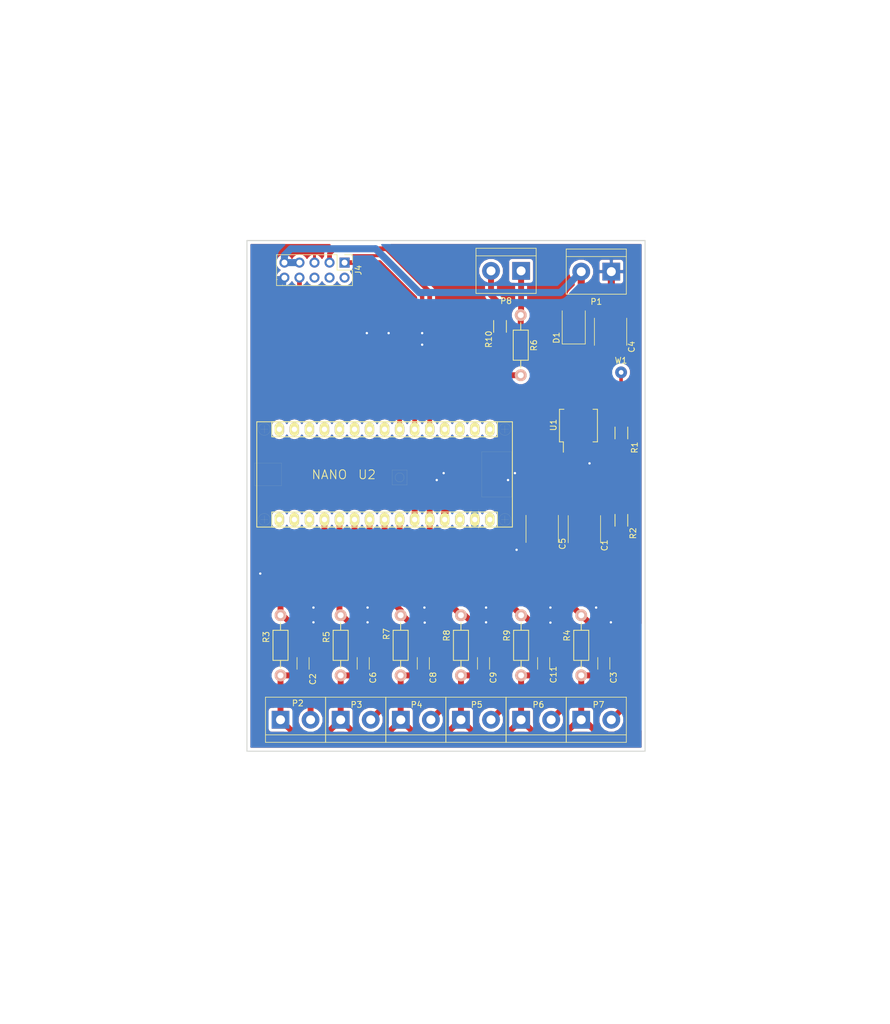
<source format=kicad_pcb>
(kicad_pcb (version 4) (host pcbnew 4.0.7-e2-6376~61~ubuntu18.04.1)

  (general
    (links 68)
    (no_connects 0)
    (area 19.534287 33.876 173.204 208.313001)
    (thickness 1.6)
    (drawings 47)
    (tracks 303)
    (zones 0)
    (modules 32)
    (nets 38)
  )

  (page A4)
  (layers
    (0 F.Cu signal)
    (31 B.Cu signal)
    (32 B.Adhes user)
    (33 F.Adhes user)
    (34 B.Paste user)
    (35 F.Paste user)
    (36 B.SilkS user)
    (37 F.SilkS user)
    (38 B.Mask user)
    (39 F.Mask user)
    (40 Dwgs.User user)
    (41 Cmts.User user)
    (42 Eco1.User user)
    (43 Eco2.User user)
    (44 Edge.Cuts user)
    (45 Margin user)
    (46 B.CrtYd user)
    (47 F.CrtYd user)
    (48 B.Fab user)
    (49 F.Fab user)
  )

  (setup
    (last_trace_width 0.6)
    (user_trace_width 0.4)
    (user_trace_width 0.6)
    (user_trace_width 0.8)
    (user_trace_width 1)
    (user_trace_width 1.2)
    (trace_clearance 0.25)
    (zone_clearance 0.508)
    (zone_45_only yes)
    (trace_min 0)
    (segment_width 0.2)
    (edge_width 0.15)
    (via_size 0.6)
    (via_drill 0.4)
    (via_min_size 0)
    (via_min_drill 0.3)
    (user_via 1.9 1)
    (uvia_size 0.3)
    (uvia_drill 0.1)
    (uvias_allowed no)
    (uvia_min_size 0)
    (uvia_min_drill 0.1)
    (pcb_text_width 0.3)
    (pcb_text_size 1.5 1.5)
    (mod_edge_width 0.15)
    (mod_text_size 1 1)
    (mod_text_width 0.15)
    (pad_size 2.6 0.55)
    (pad_drill 0)
    (pad_to_mask_clearance 0.2)
    (aux_axis_origin 0 0)
    (visible_elements FFFFFFFF)
    (pcbplotparams
      (layerselection 0x29020_80000001)
      (usegerberextensions false)
      (excludeedgelayer true)
      (linewidth 0.100000)
      (plotframeref false)
      (viasonmask false)
      (mode 1)
      (useauxorigin false)
      (hpglpennumber 1)
      (hpglpenspeed 20)
      (hpglpendiameter 15)
      (hpglpenoverlay 2)
      (psnegative false)
      (psa4output false)
      (plotreference true)
      (plotvalue true)
      (plotinvisibletext false)
      (padsonsilk false)
      (subtractmaskfromsilk false)
      (outputformat 1)
      (mirror false)
      (drillshape 0)
      (scaleselection 1)
      (outputdirectory /home/onsar/onsar_git/onsar/ecopower/hardware/iot_power/gerber/))
  )

  (net 0 "")
  (net 1 GND)
  (net 2 /intensidad_1)
  (net 3 /v_referencia)
  (net 4 /intensidad_6)
  (net 5 VCC)
  (net 6 /intensidad_2)
  (net 7 /intensidad_3)
  (net 8 /intensidad_4)
  (net 9 /intensidad_5)
  (net 10 /vcc_5v)
  (net 11 "Net-(U2-Pad2)")
  (net 12 "Net-(U2-Pad3)")
  (net 13 "Net-(U2-Pad4)")
  (net 14 "Net-(U2-Pad30)")
  (net 15 "Net-(U2-Pad28)")
  (net 16 "Net-(U2-Pad18)")
  (net 17 "Net-(U2-Pad17)")
  (net 18 "Net-(U2-Pad1)")
  (net 19 "Net-(U2-Pad8)")
  (net 20 "Net-(U2-Pad9)")
  (net 21 "Net-(U2-Pad10)")
  (net 22 "Net-(U2-Pad11)")
  (net 23 "Net-(U2-Pad12)")
  (net 24 "Net-(P8-Pad2)")
  (net 25 /voltage_1)
  (net 26 /v_25)
  (net 27 "Net-(U1-Pad6)")
  (net 28 "Net-(J4-Pad2)")
  (net 29 "Net-(J4-Pad4)")
  (net 30 "Net-(J4-Pad6)")
  (net 31 /ard_rx)
  (net 32 /ard_tx)
  (net 33 "Net-(U2-Pad13)")
  (net 34 "Net-(U2-Pad16)")
  (net 35 /ard_d4)
  (net 36 "Net-(U2-Pad14)")
  (net 37 "Net-(U2-Pad15)")

  (net_class Default "This is the default net class."
    (clearance 0.25)
    (trace_width 0.25)
    (via_dia 0.6)
    (via_drill 0.4)
    (uvia_dia 0.3)
    (uvia_drill 0.1)
    (add_net /ard_d4)
    (add_net /ard_rx)
    (add_net /ard_tx)
    (add_net /intensidad_1)
    (add_net /intensidad_2)
    (add_net /intensidad_3)
    (add_net /intensidad_4)
    (add_net /intensidad_5)
    (add_net /intensidad_6)
    (add_net /v_25)
    (add_net /v_referencia)
    (add_net /vcc_5v)
    (add_net /voltage_1)
    (add_net GND)
    (add_net "Net-(J4-Pad2)")
    (add_net "Net-(J4-Pad4)")
    (add_net "Net-(J4-Pad6)")
    (add_net "Net-(P8-Pad2)")
    (add_net "Net-(U1-Pad6)")
    (add_net "Net-(U2-Pad1)")
    (add_net "Net-(U2-Pad10)")
    (add_net "Net-(U2-Pad11)")
    (add_net "Net-(U2-Pad12)")
    (add_net "Net-(U2-Pad13)")
    (add_net "Net-(U2-Pad14)")
    (add_net "Net-(U2-Pad15)")
    (add_net "Net-(U2-Pad16)")
    (add_net "Net-(U2-Pad17)")
    (add_net "Net-(U2-Pad18)")
    (add_net "Net-(U2-Pad2)")
    (add_net "Net-(U2-Pad28)")
    (add_net "Net-(U2-Pad3)")
    (add_net "Net-(U2-Pad30)")
    (add_net "Net-(U2-Pad4)")
    (add_net "Net-(U2-Pad8)")
    (add_net "Net-(U2-Pad9)")
    (add_net VCC)
  )

  (module oscar_libreria_huellas:Pin_Header_Straight_2x05_Pitch2.54mm_onsar (layer F.Cu) (tedit 5D7528AC) (tstamp 5D6D68D9)
    (at 77.2414 77.724 270)
    (descr "Through hole straight pin header, 2x05, 2.54mm pitch, double rows")
    (tags "Through hole pin header THT 2x05 2.54mm double row")
    (path /5D4CBA5C)
    (fp_text reference J4 (at 1.27 -2.33 270) (layer F.SilkS)
      (effects (font (size 1 1) (thickness 0.15)))
    )
    (fp_text value Conn_02x05_Odd_Even (at 4.445 4.445 360) (layer F.Fab)
      (effects (font (size 1 1) (thickness 0.15)))
    )
    (fp_line (start 5.715 -3.81) (end -3.175 -3.81) (layer F.CrtYd) (width 0.15))
    (fp_line (start -3.175 -3.81) (end -3.175 13.97) (layer F.CrtYd) (width 0.15))
    (fp_line (start -3.175 13.97) (end 5.715 13.97) (layer F.CrtYd) (width 0.15))
    (fp_line (start 5.715 13.97) (end 5.715 -3.81) (layer F.CrtYd) (width 0.15))
    (fp_line (start 0 -1.27) (end 3.81 -1.27) (layer F.Fab) (width 0.1))
    (fp_line (start 3.81 -1.27) (end 3.81 11.43) (layer F.Fab) (width 0.1))
    (fp_line (start 3.81 11.43) (end -1.27 11.43) (layer F.Fab) (width 0.1))
    (fp_line (start -1.27 11.43) (end -1.27 0) (layer F.Fab) (width 0.1))
    (fp_line (start -1.27 0) (end 0 -1.27) (layer F.Fab) (width 0.1))
    (fp_line (start -1.33 11.49) (end 3.87 11.49) (layer F.SilkS) (width 0.12))
    (fp_line (start -1.33 1.27) (end -1.33 11.49) (layer F.SilkS) (width 0.12))
    (fp_line (start 3.87 -1.33) (end 3.87 11.49) (layer F.SilkS) (width 0.12))
    (fp_line (start -1.33 1.27) (end 1.27 1.27) (layer F.SilkS) (width 0.12))
    (fp_line (start 1.27 1.27) (end 1.27 -1.33) (layer F.SilkS) (width 0.12))
    (fp_line (start 1.27 -1.33) (end 3.87 -1.33) (layer F.SilkS) (width 0.12))
    (fp_line (start -1.33 0) (end -1.33 -1.33) (layer F.SilkS) (width 0.12))
    (fp_line (start -1.33 -1.33) (end 0 -1.33) (layer F.SilkS) (width 0.12))
    (fp_text user %R (at 1.27 5.08 360) (layer F.Fab)
      (effects (font (size 1 1) (thickness 0.15)))
    )
    (pad 1 thru_hole rect (at 0 0 270) (size 1.7 1.7) (drill 1) (layers *.Cu *.Mask)
      (net 32 /ard_tx))
    (pad 2 thru_hole oval (at 2.54 0 270) (size 1.7 1.7) (drill 1) (layers *.Cu *.Mask)
      (net 28 "Net-(J4-Pad2)"))
    (pad 3 thru_hole oval (at 0 2.54 270) (size 1.7 1.7) (drill 1) (layers *.Cu *.Mask)
      (net 31 /ard_rx))
    (pad 4 thru_hole oval (at 2.54 2.54 270) (size 1.7 1.7) (drill 1) (layers *.Cu *.Mask)
      (net 29 "Net-(J4-Pad4)"))
    (pad 5 thru_hole oval (at 0 5.08 270) (size 1.7 1.7) (drill 1) (layers *.Cu *.Mask)
      (net 1 GND))
    (pad 6 thru_hole oval (at 2.54 5.08 270) (size 1.7 1.7) (drill 1) (layers *.Cu *.Mask)
      (net 30 "Net-(J4-Pad6)"))
    (pad 7 thru_hole oval (at 0 7.62 270) (size 1.7 1.7) (drill 1) (layers *.Cu *.Mask)
      (net 10 /vcc_5v))
    (pad 8 thru_hole oval (at 2.54 7.62 270) (size 1.7 1.7) (drill 1) (layers *.Cu *.Mask)
      (net 35 /ard_d4))
    (pad 9 thru_hole oval (at 0 10.16 270) (size 1.7 1.7) (drill 1) (layers *.Cu *.Mask)
      (net 10 /vcc_5v))
    (pad 10 thru_hole oval (at 2.54 10.16 270) (size 1.7 1.7) (drill 1) (layers *.Cu *.Mask)
      (net 1 GND))
    (model ${KISYS3DMOD}/Pin_Headers.3dshapes/Pin_Header_Straight_2x05_Pitch2.54mm.wrl
      (at (xyz 0 0 0))
      (scale (xyz 1 1 1))
      (rotate (xyz 0 0 0))
    )
  )

  (module Connectors_Terminal_Blocks:TerminalBlock_bornier-2_P5.08mm (layer F.Cu) (tedit 5D752C3A) (tstamp 5D4EB544)
    (at 86.741 154.94)
    (descr "simple 2-pin terminal block, pitch 5.08mm, revamped version of bornier2")
    (tags "terminal block bornier2")
    (path /5D4D3DC6)
    (fp_text reference P4 (at 2.667 -2.54) (layer F.SilkS)
      (effects (font (size 1 1) (thickness 0.15)))
    )
    (fp_text value PINZA_3 (at 2.667 4.572) (layer F.Fab)
      (effects (font (size 1 1) (thickness 0.15)))
    )
    (fp_line (start -2.41 2.55) (end 7.49 2.55) (layer F.Fab) (width 0.1))
    (fp_line (start -2.46 -3.75) (end -2.46 3.75) (layer F.Fab) (width 0.1))
    (fp_line (start -2.46 3.75) (end 7.54 3.75) (layer F.Fab) (width 0.1))
    (fp_line (start 7.54 3.75) (end 7.54 -3.75) (layer F.Fab) (width 0.1))
    (fp_line (start 7.54 -3.75) (end -2.46 -3.75) (layer F.Fab) (width 0.1))
    (fp_line (start 7.62 2.54) (end -2.54 2.54) (layer F.SilkS) (width 0.12))
    (fp_line (start 7.62 3.81) (end 7.62 -3.81) (layer F.SilkS) (width 0.12))
    (fp_line (start 7.62 -3.81) (end -2.54 -3.81) (layer F.SilkS) (width 0.12))
    (fp_line (start -2.54 -3.81) (end -2.54 3.81) (layer F.SilkS) (width 0.12))
    (fp_line (start -2.54 3.81) (end 7.62 3.81) (layer F.SilkS) (width 0.12))
    (fp_line (start -2.71 -4) (end 7.79 -4) (layer F.CrtYd) (width 0.05))
    (fp_line (start -2.71 -4) (end -2.71 4) (layer F.CrtYd) (width 0.05))
    (fp_line (start 7.79 4) (end 7.79 -4) (layer F.CrtYd) (width 0.05))
    (fp_line (start 7.79 4) (end -2.71 4) (layer F.CrtYd) (width 0.05))
    (pad 1 thru_hole rect (at 0 0) (size 3 3) (drill 1.52) (layers *.Cu *.Mask)
      (net 3 /v_referencia))
    (pad 2 thru_hole circle (at 5.08 0) (size 3 3) (drill 1.52) (layers *.Cu *.Mask)
      (net 7 /intensidad_3))
    (model ${KISYS3DMOD}/Terminal_Blocks.3dshapes/TerminalBlock_bornier-2_P5.08mm.wrl
      (at (xyz 0.1 0 0))
      (scale (xyz 1 1 1))
      (rotate (xyz 0 0 0))
    )
  )

  (module Capacitors_SMD:C_2220_HandSoldering (layer F.Cu) (tedit 5D752D2F) (tstamp 5D4EB4CA)
    (at 117.75 122.75 270)
    (descr "Capacitor SMD 2220, hand soldering")
    (tags "capacitor 2220")
    (path /5D4E0BA3)
    (attr smd)
    (fp_text reference C1 (at 2.726 -3.408 270) (layer F.SilkS)
      (effects (font (size 1 1) (thickness 0.15)))
    )
    (fp_text value 10uF (at -0.83 -3.408 270) (layer F.Fab)
      (effects (font (size 1 1) (thickness 0.15)))
    )
    (fp_line (start -2.75 2.5) (end -2.75 -2.5) (layer F.Fab) (width 0.1))
    (fp_line (start 2.75 2.5) (end -2.75 2.5) (layer F.Fab) (width 0.1))
    (fp_line (start 2.75 -2.5) (end 2.75 2.5) (layer F.Fab) (width 0.1))
    (fp_line (start -2.75 -2.5) (end 2.75 -2.5) (layer F.Fab) (width 0.1))
    (fp_line (start 2.3 -2.73) (end -2.3 -2.73) (layer F.SilkS) (width 0.12))
    (fp_line (start -2.3 2.73) (end 2.3 2.73) (layer F.SilkS) (width 0.12))
    (fp_line (start -4.95 -2.75) (end 4.95 -2.75) (layer F.CrtYd) (width 0.05))
    (fp_line (start -4.95 -2.75) (end -4.95 2.75) (layer F.CrtYd) (width 0.05))
    (fp_line (start 4.95 2.75) (end 4.95 -2.75) (layer F.CrtYd) (width 0.05))
    (fp_line (start 4.95 2.75) (end -4.95 2.75) (layer F.CrtYd) (width 0.05))
    (pad 1 smd rect (at -3.5 0 270) (size 2.4 5) (layers F.Cu F.Paste F.Mask)
      (net 26 /v_25))
    (pad 2 smd rect (at 3.5 0 270) (size 2.4 5) (layers F.Cu F.Paste F.Mask)
      (net 1 GND))
    (model Capacitors_SMD.3dshapes/C_2220.wrl
      (at (xyz 0 0 0))
      (scale (xyz 1 1 1))
      (rotate (xyz 0 0 0))
    )
  )

  (module Capacitors_SMD:C_1206_HandSoldering (layer F.Cu) (tedit 5D752CBB) (tstamp 5D4EB4D0)
    (at 70.231 145.415 270)
    (descr "Capacitor SMD 1206, hand soldering")
    (tags "capacitor 1206")
    (path /5D4CAF07)
    (attr smd)
    (fp_text reference C2 (at 2.667 -1.651 270) (layer F.SilkS)
      (effects (font (size 1 1) (thickness 0.15)))
    )
    (fp_text value 100nF (at -1.143 -1.651 270) (layer F.Fab)
      (effects (font (size 1 1) (thickness 0.15)))
    )
    (fp_line (start -1.6 0.8) (end -1.6 -0.8) (layer F.Fab) (width 0.1))
    (fp_line (start 1.6 0.8) (end -1.6 0.8) (layer F.Fab) (width 0.1))
    (fp_line (start 1.6 -0.8) (end 1.6 0.8) (layer F.Fab) (width 0.1))
    (fp_line (start -1.6 -0.8) (end 1.6 -0.8) (layer F.Fab) (width 0.1))
    (fp_line (start 1 -1.02) (end -1 -1.02) (layer F.SilkS) (width 0.12))
    (fp_line (start -1 1.02) (end 1 1.02) (layer F.SilkS) (width 0.12))
    (fp_line (start -3.25 -1.05) (end 3.25 -1.05) (layer F.CrtYd) (width 0.05))
    (fp_line (start -3.25 -1.05) (end -3.25 1.05) (layer F.CrtYd) (width 0.05))
    (fp_line (start 3.25 1.05) (end 3.25 -1.05) (layer F.CrtYd) (width 0.05))
    (fp_line (start 3.25 1.05) (end -3.25 1.05) (layer F.CrtYd) (width 0.05))
    (pad 1 smd rect (at -2 0 270) (size 2 1.6) (layers F.Cu F.Paste F.Mask)
      (net 2 /intensidad_1))
    (pad 2 smd rect (at 2 0 270) (size 2 1.6) (layers F.Cu F.Paste F.Mask)
      (net 3 /v_referencia))
    (model Capacitors_SMD.3dshapes/C_1206.wrl
      (at (xyz 0 0 0))
      (scale (xyz 1 1 1))
      (rotate (xyz 0 0 0))
    )
  )

  (module Capacitors_SMD:C_1206_HandSoldering (layer F.Cu) (tedit 5D752E7F) (tstamp 5D4EB4D6)
    (at 121.031 145.415 270)
    (descr "Capacitor SMD 1206, hand soldering")
    (tags "capacitor 1206")
    (path /5D4C6F14)
    (attr smd)
    (fp_text reference C3 (at 2.413 -1.651 270) (layer F.SilkS)
      (effects (font (size 1 1) (thickness 0.15)))
    )
    (fp_text value 100nF (at -1.651 -1.651 270) (layer F.Fab)
      (effects (font (size 1 1) (thickness 0.15)))
    )
    (fp_line (start -1.6 0.8) (end -1.6 -0.8) (layer F.Fab) (width 0.1))
    (fp_line (start 1.6 0.8) (end -1.6 0.8) (layer F.Fab) (width 0.1))
    (fp_line (start 1.6 -0.8) (end 1.6 0.8) (layer F.Fab) (width 0.1))
    (fp_line (start -1.6 -0.8) (end 1.6 -0.8) (layer F.Fab) (width 0.1))
    (fp_line (start 1 -1.02) (end -1 -1.02) (layer F.SilkS) (width 0.12))
    (fp_line (start -1 1.02) (end 1 1.02) (layer F.SilkS) (width 0.12))
    (fp_line (start -3.25 -1.05) (end 3.25 -1.05) (layer F.CrtYd) (width 0.05))
    (fp_line (start -3.25 -1.05) (end -3.25 1.05) (layer F.CrtYd) (width 0.05))
    (fp_line (start 3.25 1.05) (end 3.25 -1.05) (layer F.CrtYd) (width 0.05))
    (fp_line (start 3.25 1.05) (end -3.25 1.05) (layer F.CrtYd) (width 0.05))
    (pad 1 smd rect (at -2 0 270) (size 2 1.6) (layers F.Cu F.Paste F.Mask)
      (net 4 /intensidad_6))
    (pad 2 smd rect (at 2 0 270) (size 2 1.6) (layers F.Cu F.Paste F.Mask)
      (net 3 /v_referencia))
    (model Capacitors_SMD.3dshapes/C_1206.wrl
      (at (xyz 0 0 0))
      (scale (xyz 1 1 1))
      (rotate (xyz 0 0 0))
    )
  )

  (module Capacitors_SMD:C_2220_HandSoldering (layer F.Cu) (tedit 5D752F30) (tstamp 5D4EB4DC)
    (at 122.174 89.408 90)
    (descr "Capacitor SMD 2220, hand soldering")
    (tags "capacitor 2220")
    (path /5D4E44A9)
    (attr smd)
    (fp_text reference C4 (at -2.54 3.556 90) (layer F.SilkS)
      (effects (font (size 1 1) (thickness 0.15)))
    )
    (fp_text value 10uF (at 1.27 3.556 90) (layer F.Fab)
      (effects (font (size 1 1) (thickness 0.15)))
    )
    (fp_line (start -2.75 2.5) (end -2.75 -2.5) (layer F.Fab) (width 0.1))
    (fp_line (start 2.75 2.5) (end -2.75 2.5) (layer F.Fab) (width 0.1))
    (fp_line (start 2.75 -2.5) (end 2.75 2.5) (layer F.Fab) (width 0.1))
    (fp_line (start -2.75 -2.5) (end 2.75 -2.5) (layer F.Fab) (width 0.1))
    (fp_line (start 2.3 -2.73) (end -2.3 -2.73) (layer F.SilkS) (width 0.12))
    (fp_line (start -2.3 2.73) (end 2.3 2.73) (layer F.SilkS) (width 0.12))
    (fp_line (start -4.95 -2.75) (end 4.95 -2.75) (layer F.CrtYd) (width 0.05))
    (fp_line (start -4.95 -2.75) (end -4.95 2.75) (layer F.CrtYd) (width 0.05))
    (fp_line (start 4.95 2.75) (end 4.95 -2.75) (layer F.CrtYd) (width 0.05))
    (fp_line (start 4.95 2.75) (end -4.95 2.75) (layer F.CrtYd) (width 0.05))
    (pad 1 smd rect (at -3.5 0 90) (size 2.4 5) (layers F.Cu F.Paste F.Mask)
      (net 5 VCC))
    (pad 2 smd rect (at 3.5 0 90) (size 2.4 5) (layers F.Cu F.Paste F.Mask)
      (net 1 GND))
    (model Capacitors_SMD.3dshapes/C_2220.wrl
      (at (xyz 0 0 0))
      (scale (xyz 1 1 1))
      (rotate (xyz 0 0 0))
    )
  )

  (module Capacitors_SMD:C_2220_HandSoldering (layer F.Cu) (tedit 5D752D46) (tstamp 5D4EB4E2)
    (at 110.621 122.702 270)
    (descr "Capacitor SMD 2220, hand soldering")
    (tags "capacitor 2220")
    (path /5D4DFAA3)
    (attr smd)
    (fp_text reference C5 (at 2.52 -3.425 270) (layer F.SilkS)
      (effects (font (size 1 1) (thickness 0.15)))
    )
    (fp_text value 10uF (at -1.036 -3.425 270) (layer F.Fab)
      (effects (font (size 1 1) (thickness 0.15)))
    )
    (fp_line (start -2.75 2.5) (end -2.75 -2.5) (layer F.Fab) (width 0.1))
    (fp_line (start 2.75 2.5) (end -2.75 2.5) (layer F.Fab) (width 0.1))
    (fp_line (start 2.75 -2.5) (end 2.75 2.5) (layer F.Fab) (width 0.1))
    (fp_line (start -2.75 -2.5) (end 2.75 -2.5) (layer F.Fab) (width 0.1))
    (fp_line (start 2.3 -2.73) (end -2.3 -2.73) (layer F.SilkS) (width 0.12))
    (fp_line (start -2.3 2.73) (end 2.3 2.73) (layer F.SilkS) (width 0.12))
    (fp_line (start -4.95 -2.75) (end 4.95 -2.75) (layer F.CrtYd) (width 0.05))
    (fp_line (start -4.95 -2.75) (end -4.95 2.75) (layer F.CrtYd) (width 0.05))
    (fp_line (start 4.95 2.75) (end 4.95 -2.75) (layer F.CrtYd) (width 0.05))
    (fp_line (start 4.95 2.75) (end -4.95 2.75) (layer F.CrtYd) (width 0.05))
    (pad 1 smd rect (at -3.5 0 270) (size 2.4 5) (layers F.Cu F.Paste F.Mask)
      (net 3 /v_referencia))
    (pad 2 smd rect (at 3.5 0 270) (size 2.4 5) (layers F.Cu F.Paste F.Mask)
      (net 1 GND))
    (model Capacitors_SMD.3dshapes/C_2220.wrl
      (at (xyz 0 0 0))
      (scale (xyz 1 1 1))
      (rotate (xyz 0 0 0))
    )
  )

  (module Capacitors_SMD:C_1206_HandSoldering (layer F.Cu) (tedit 5D752DB5) (tstamp 5D4EB4E8)
    (at 80.391 145.415 270)
    (descr "Capacitor SMD 1206, hand soldering")
    (tags "capacitor 1206")
    (path /5D4D18FF)
    (attr smd)
    (fp_text reference C6 (at 2.413 -1.651 270) (layer F.SilkS)
      (effects (font (size 1 1) (thickness 0.15)))
    )
    (fp_text value 100nF (at -1.397 -1.651 270) (layer F.Fab)
      (effects (font (size 1 1) (thickness 0.15)))
    )
    (fp_line (start -1.6 0.8) (end -1.6 -0.8) (layer F.Fab) (width 0.1))
    (fp_line (start 1.6 0.8) (end -1.6 0.8) (layer F.Fab) (width 0.1))
    (fp_line (start 1.6 -0.8) (end 1.6 0.8) (layer F.Fab) (width 0.1))
    (fp_line (start -1.6 -0.8) (end 1.6 -0.8) (layer F.Fab) (width 0.1))
    (fp_line (start 1 -1.02) (end -1 -1.02) (layer F.SilkS) (width 0.12))
    (fp_line (start -1 1.02) (end 1 1.02) (layer F.SilkS) (width 0.12))
    (fp_line (start -3.25 -1.05) (end 3.25 -1.05) (layer F.CrtYd) (width 0.05))
    (fp_line (start -3.25 -1.05) (end -3.25 1.05) (layer F.CrtYd) (width 0.05))
    (fp_line (start 3.25 1.05) (end 3.25 -1.05) (layer F.CrtYd) (width 0.05))
    (fp_line (start 3.25 1.05) (end -3.25 1.05) (layer F.CrtYd) (width 0.05))
    (pad 1 smd rect (at -2 0 270) (size 2 1.6) (layers F.Cu F.Paste F.Mask)
      (net 6 /intensidad_2))
    (pad 2 smd rect (at 2 0 270) (size 2 1.6) (layers F.Cu F.Paste F.Mask)
      (net 3 /v_referencia))
    (model Capacitors_SMD.3dshapes/C_1206.wrl
      (at (xyz 0 0 0))
      (scale (xyz 1 1 1))
      (rotate (xyz 0 0 0))
    )
  )

  (module Capacitors_SMD:C_1206_HandSoldering (layer F.Cu) (tedit 5D752E22) (tstamp 5D4EB4F4)
    (at 90.551 145.415 270)
    (descr "Capacitor SMD 1206, hand soldering")
    (tags "capacitor 1206")
    (path /5D4D3DCE)
    (attr smd)
    (fp_text reference C8 (at 2.413 -1.651 270) (layer F.SilkS)
      (effects (font (size 1 1) (thickness 0.15)))
    )
    (fp_text value 100nF (at -1.397 -1.651 270) (layer F.Fab)
      (effects (font (size 1 1) (thickness 0.15)))
    )
    (fp_line (start -1.6 0.8) (end -1.6 -0.8) (layer F.Fab) (width 0.1))
    (fp_line (start 1.6 0.8) (end -1.6 0.8) (layer F.Fab) (width 0.1))
    (fp_line (start 1.6 -0.8) (end 1.6 0.8) (layer F.Fab) (width 0.1))
    (fp_line (start -1.6 -0.8) (end 1.6 -0.8) (layer F.Fab) (width 0.1))
    (fp_line (start 1 -1.02) (end -1 -1.02) (layer F.SilkS) (width 0.12))
    (fp_line (start -1 1.02) (end 1 1.02) (layer F.SilkS) (width 0.12))
    (fp_line (start -3.25 -1.05) (end 3.25 -1.05) (layer F.CrtYd) (width 0.05))
    (fp_line (start -3.25 -1.05) (end -3.25 1.05) (layer F.CrtYd) (width 0.05))
    (fp_line (start 3.25 1.05) (end 3.25 -1.05) (layer F.CrtYd) (width 0.05))
    (fp_line (start 3.25 1.05) (end -3.25 1.05) (layer F.CrtYd) (width 0.05))
    (pad 1 smd rect (at -2 0 270) (size 2 1.6) (layers F.Cu F.Paste F.Mask)
      (net 7 /intensidad_3))
    (pad 2 smd rect (at 2 0 270) (size 2 1.6) (layers F.Cu F.Paste F.Mask)
      (net 3 /v_referencia))
    (model Capacitors_SMD.3dshapes/C_1206.wrl
      (at (xyz 0 0 0))
      (scale (xyz 1 1 1))
      (rotate (xyz 0 0 0))
    )
  )

  (module Capacitors_SMD:C_1206_HandSoldering (layer F.Cu) (tedit 5D752E48) (tstamp 5D4EB4FA)
    (at 100.711 145.415 270)
    (descr "Capacitor SMD 1206, hand soldering")
    (tags "capacitor 1206")
    (path /5D4D3DEE)
    (attr smd)
    (fp_text reference C9 (at 2.413 -1.651 270) (layer F.SilkS)
      (effects (font (size 1 1) (thickness 0.15)))
    )
    (fp_text value 100nF (at -1.397 -1.651 270) (layer F.Fab)
      (effects (font (size 1 1) (thickness 0.15)))
    )
    (fp_line (start -1.6 0.8) (end -1.6 -0.8) (layer F.Fab) (width 0.1))
    (fp_line (start 1.6 0.8) (end -1.6 0.8) (layer F.Fab) (width 0.1))
    (fp_line (start 1.6 -0.8) (end 1.6 0.8) (layer F.Fab) (width 0.1))
    (fp_line (start -1.6 -0.8) (end 1.6 -0.8) (layer F.Fab) (width 0.1))
    (fp_line (start 1 -1.02) (end -1 -1.02) (layer F.SilkS) (width 0.12))
    (fp_line (start -1 1.02) (end 1 1.02) (layer F.SilkS) (width 0.12))
    (fp_line (start -3.25 -1.05) (end 3.25 -1.05) (layer F.CrtYd) (width 0.05))
    (fp_line (start -3.25 -1.05) (end -3.25 1.05) (layer F.CrtYd) (width 0.05))
    (fp_line (start 3.25 1.05) (end 3.25 -1.05) (layer F.CrtYd) (width 0.05))
    (fp_line (start 3.25 1.05) (end -3.25 1.05) (layer F.CrtYd) (width 0.05))
    (pad 1 smd rect (at -2 0 270) (size 2 1.6) (layers F.Cu F.Paste F.Mask)
      (net 8 /intensidad_4))
    (pad 2 smd rect (at 2 0 270) (size 2 1.6) (layers F.Cu F.Paste F.Mask)
      (net 3 /v_referencia))
    (model Capacitors_SMD.3dshapes/C_1206.wrl
      (at (xyz 0 0 0))
      (scale (xyz 1 1 1))
      (rotate (xyz 0 0 0))
    )
  )

  (module Capacitors_SMD:C_1206_HandSoldering (layer F.Cu) (tedit 5D752E89) (tstamp 5D4EB506)
    (at 110.871 145.415 270)
    (descr "Capacitor SMD 1206, hand soldering")
    (tags "capacitor 1206")
    (path /5D4C652E)
    (attr smd)
    (fp_text reference C11 (at 1.905 -1.651 270) (layer F.SilkS)
      (effects (font (size 1 1) (thickness 0.15)))
    )
    (fp_text value 100nF (at -1.651 -1.651 270) (layer F.Fab)
      (effects (font (size 1 1) (thickness 0.15)))
    )
    (fp_line (start -1.6 0.8) (end -1.6 -0.8) (layer F.Fab) (width 0.1))
    (fp_line (start 1.6 0.8) (end -1.6 0.8) (layer F.Fab) (width 0.1))
    (fp_line (start 1.6 -0.8) (end 1.6 0.8) (layer F.Fab) (width 0.1))
    (fp_line (start -1.6 -0.8) (end 1.6 -0.8) (layer F.Fab) (width 0.1))
    (fp_line (start 1 -1.02) (end -1 -1.02) (layer F.SilkS) (width 0.12))
    (fp_line (start -1 1.02) (end 1 1.02) (layer F.SilkS) (width 0.12))
    (fp_line (start -3.25 -1.05) (end 3.25 -1.05) (layer F.CrtYd) (width 0.05))
    (fp_line (start -3.25 -1.05) (end -3.25 1.05) (layer F.CrtYd) (width 0.05))
    (fp_line (start 3.25 1.05) (end 3.25 -1.05) (layer F.CrtYd) (width 0.05))
    (fp_line (start 3.25 1.05) (end -3.25 1.05) (layer F.CrtYd) (width 0.05))
    (pad 1 smd rect (at -2 0 270) (size 2 1.6) (layers F.Cu F.Paste F.Mask)
      (net 9 /intensidad_5))
    (pad 2 smd rect (at 2 0 270) (size 2 1.6) (layers F.Cu F.Paste F.Mask)
      (net 3 /v_referencia))
    (model Capacitors_SMD.3dshapes/C_1206.wrl
      (at (xyz 0 0 0))
      (scale (xyz 1 1 1))
      (rotate (xyz 0 0 0))
    )
  )

  (module Diodes_SMD:D_2114 (layer F.Cu) (tedit 5D752F21) (tstamp 5D4EB50C)
    (at 115.951 88.011 90)
    (descr "Diode SMD 2114, reflow soldering http://datasheets.avx.com/schottky.pdf")
    (tags "Diode 2114")
    (path /5D4E44AF)
    (attr smd)
    (fp_text reference D1 (at -2.413 -2.921 90) (layer F.SilkS)
      (effects (font (size 1 1) (thickness 0.15)))
    )
    (fp_text value schottky (at 2.159 -2.921 90) (layer F.Fab)
      (effects (font (size 1 1) (thickness 0.15)))
    )
    (fp_line (start -3.46 -1.95) (end -3.46 1.95) (layer F.SilkS) (width 0.12))
    (fp_line (start -2.6 1.8) (end -2.6 -1.8) (layer F.Fab) (width 0.1))
    (fp_line (start 2.6 -1.8) (end -2.6 -1.8) (layer F.Fab) (width 0.1))
    (fp_line (start -3.61 -2.1) (end 3.61 -2.1) (layer F.CrtYd) (width 0.05))
    (fp_line (start 3.61 -2.1) (end 3.61 2.1) (layer F.CrtYd) (width 0.05))
    (fp_line (start 3.61 2.1) (end -3.61 2.1) (layer F.CrtYd) (width 0.05))
    (fp_line (start -3.61 2.1) (end -3.61 -2.1) (layer F.CrtYd) (width 0.05))
    (fp_line (start -0.64944 0.00102) (end -1.55114 0.00102) (layer F.Fab) (width 0.1))
    (fp_line (start 0.50118 0.00102) (end 1.4994 0.00102) (layer F.Fab) (width 0.1))
    (fp_line (start -0.64944 -0.79908) (end -0.64944 0.80112) (layer F.Fab) (width 0.1))
    (fp_line (start 0.50118 0.75032) (end 0.50118 -0.79908) (layer F.Fab) (width 0.1))
    (fp_line (start -0.64944 0.00102) (end 0.50118 0.75032) (layer F.Fab) (width 0.1))
    (fp_line (start -0.64944 0.00102) (end 0.50118 -0.79908) (layer F.Fab) (width 0.1))
    (fp_line (start -3.46 1.95) (end 2.15 1.95) (layer F.SilkS) (width 0.12))
    (fp_line (start -3.46 -1.95) (end 2.15 -1.95) (layer F.SilkS) (width 0.12))
    (fp_line (start 2.6 1.8) (end -2.6 1.8) (layer F.Fab) (width 0.1))
    (fp_line (start 2.6 1.8) (end 2.6 -1.8) (layer F.Fab) (width 0.1))
    (pad 1 smd rect (at -2.325 0 90) (size 2 3) (layers F.Cu F.Paste F.Mask)
      (net 5 VCC))
    (pad 2 smd rect (at 2.325 0 90) (size 2 3) (layers F.Cu F.Paste F.Mask)
      (net 10 /vcc_5v))
    (model ${KISYS3DMOD}/Diodes_SMD.3dshapes/D_2114.wrl
      (at (xyz 0 0 0))
      (scale (xyz 1 1 1))
      (rotate (xyz 0 0 0))
    )
  )

  (module Connectors_Terminal_Blocks:TerminalBlock_bornier-2_P5.08mm (layer F.Cu) (tedit 5D752849) (tstamp 5D4EB532)
    (at 122.301 79.248 180)
    (descr "simple 2-pin terminal block, pitch 5.08mm, revamped version of bornier2")
    (tags "terminal block bornier2")
    (path /5D4E44A3)
    (fp_text reference P1 (at 2.54 -5.08 180) (layer F.SilkS)
      (effects (font (size 1 1) (thickness 0.15)))
    )
    (fp_text value V_IN (at 2.413 4.318 180) (layer F.Fab)
      (effects (font (size 1 1) (thickness 0.15)))
    )
    (fp_text user %R (at 2.54 0 180) (layer F.Fab)
      (effects (font (size 1 1) (thickness 0.15)))
    )
    (fp_line (start -2.41 2.55) (end 7.49 2.55) (layer F.Fab) (width 0.1))
    (fp_line (start -2.46 -3.75) (end -2.46 3.75) (layer F.Fab) (width 0.1))
    (fp_line (start -2.46 3.75) (end 7.54 3.75) (layer F.Fab) (width 0.1))
    (fp_line (start 7.54 3.75) (end 7.54 -3.75) (layer F.Fab) (width 0.1))
    (fp_line (start 7.54 -3.75) (end -2.46 -3.75) (layer F.Fab) (width 0.1))
    (fp_line (start 7.62 2.54) (end -2.54 2.54) (layer F.SilkS) (width 0.12))
    (fp_line (start 7.62 3.81) (end 7.62 -3.81) (layer F.SilkS) (width 0.12))
    (fp_line (start 7.62 -3.81) (end -2.54 -3.81) (layer F.SilkS) (width 0.12))
    (fp_line (start -2.54 -3.81) (end -2.54 3.81) (layer F.SilkS) (width 0.12))
    (fp_line (start -2.54 3.81) (end 7.62 3.81) (layer F.SilkS) (width 0.12))
    (fp_line (start -2.71 -4) (end 7.79 -4) (layer F.CrtYd) (width 0.05))
    (fp_line (start -2.71 -4) (end -2.71 4) (layer F.CrtYd) (width 0.05))
    (fp_line (start 7.79 4) (end 7.79 -4) (layer F.CrtYd) (width 0.05))
    (fp_line (start 7.79 4) (end -2.71 4) (layer F.CrtYd) (width 0.05))
    (pad 1 thru_hole rect (at 0 0 180) (size 3 3) (drill 1.52) (layers *.Cu *.Mask)
      (net 1 GND))
    (pad 2 thru_hole circle (at 5.08 0 180) (size 3 3) (drill 1.52) (layers *.Cu *.Mask)
      (net 10 /vcc_5v))
    (model ${KISYS3DMOD}/Terminal_Blocks.3dshapes/TerminalBlock_bornier-2_P5.08mm.wrl
      (at (xyz 0.1 0 0))
      (scale (xyz 1 1 1))
      (rotate (xyz 0 0 0))
    )
  )

  (module Connectors_Terminal_Blocks:TerminalBlock_bornier-2_P5.08mm (layer F.Cu) (tedit 5D752C7D) (tstamp 5D4EB538)
    (at 66.421 154.94)
    (descr "simple 2-pin terminal block, pitch 5.08mm, revamped version of bornier2")
    (tags "terminal block bornier2")
    (path /5D4CAF0F)
    (fp_text reference P2 (at 2.921 -2.794) (layer F.SilkS)
      (effects (font (size 1 1) (thickness 0.15)))
    )
    (fp_text value PINZA_1 (at 2.667 4.572) (layer F.Fab)
      (effects (font (size 1 1) (thickness 0.15)))
    )
    (fp_line (start -2.41 2.55) (end 7.49 2.55) (layer F.Fab) (width 0.1))
    (fp_line (start -2.46 -3.75) (end -2.46 3.75) (layer F.Fab) (width 0.1))
    (fp_line (start -2.46 3.75) (end 7.54 3.75) (layer F.Fab) (width 0.1))
    (fp_line (start 7.54 3.75) (end 7.54 -3.75) (layer F.Fab) (width 0.1))
    (fp_line (start 7.54 -3.75) (end -2.46 -3.75) (layer F.Fab) (width 0.1))
    (fp_line (start 7.62 2.54) (end -2.54 2.54) (layer F.SilkS) (width 0.12))
    (fp_line (start 7.62 3.81) (end 7.62 -3.81) (layer F.SilkS) (width 0.12))
    (fp_line (start 7.62 -3.81) (end -2.54 -3.81) (layer F.SilkS) (width 0.12))
    (fp_line (start -2.54 -3.81) (end -2.54 3.81) (layer F.SilkS) (width 0.12))
    (fp_line (start -2.54 3.81) (end 7.62 3.81) (layer F.SilkS) (width 0.12))
    (fp_line (start -2.71 -4) (end 7.79 -4) (layer F.CrtYd) (width 0.05))
    (fp_line (start -2.71 -4) (end -2.71 4) (layer F.CrtYd) (width 0.05))
    (fp_line (start 7.79 4) (end 7.79 -4) (layer F.CrtYd) (width 0.05))
    (fp_line (start 7.79 4) (end -2.71 4) (layer F.CrtYd) (width 0.05))
    (pad 1 thru_hole rect (at 0 0) (size 3 3) (drill 1.52) (layers *.Cu *.Mask)
      (net 3 /v_referencia))
    (pad 2 thru_hole circle (at 5.08 0) (size 3 3) (drill 1.52) (layers *.Cu *.Mask)
      (net 2 /intensidad_1))
    (model ${KISYS3DMOD}/Terminal_Blocks.3dshapes/TerminalBlock_bornier-2_P5.08mm.wrl
      (at (xyz 0.1 0 0))
      (scale (xyz 1 1 1))
      (rotate (xyz 0 0 0))
    )
  )

  (module Connectors_Terminal_Blocks:TerminalBlock_bornier-2_P5.08mm (layer F.Cu) (tedit 5D752C03) (tstamp 5D4EB53E)
    (at 76.581 154.94)
    (descr "simple 2-pin terminal block, pitch 5.08mm, revamped version of bornier2")
    (tags "terminal block bornier2")
    (path /5D4D18F7)
    (fp_text reference P3 (at 2.667 -2.54) (layer F.SilkS)
      (effects (font (size 1 1) (thickness 0.15)))
    )
    (fp_text value PINZA_2 (at 2.413 4.572) (layer F.Fab)
      (effects (font (size 1 1) (thickness 0.15)))
    )
    (fp_line (start -2.41 2.55) (end 7.49 2.55) (layer F.Fab) (width 0.1))
    (fp_line (start -2.46 -3.75) (end -2.46 3.75) (layer F.Fab) (width 0.1))
    (fp_line (start -2.46 3.75) (end 7.54 3.75) (layer F.Fab) (width 0.1))
    (fp_line (start 7.54 3.75) (end 7.54 -3.75) (layer F.Fab) (width 0.1))
    (fp_line (start 7.54 -3.75) (end -2.46 -3.75) (layer F.Fab) (width 0.1))
    (fp_line (start 7.62 2.54) (end -2.54 2.54) (layer F.SilkS) (width 0.12))
    (fp_line (start 7.62 3.81) (end 7.62 -3.81) (layer F.SilkS) (width 0.12))
    (fp_line (start 7.62 -3.81) (end -2.54 -3.81) (layer F.SilkS) (width 0.12))
    (fp_line (start -2.54 -3.81) (end -2.54 3.81) (layer F.SilkS) (width 0.12))
    (fp_line (start -2.54 3.81) (end 7.62 3.81) (layer F.SilkS) (width 0.12))
    (fp_line (start -2.71 -4) (end 7.79 -4) (layer F.CrtYd) (width 0.05))
    (fp_line (start -2.71 -4) (end -2.71 4) (layer F.CrtYd) (width 0.05))
    (fp_line (start 7.79 4) (end 7.79 -4) (layer F.CrtYd) (width 0.05))
    (fp_line (start 7.79 4) (end -2.71 4) (layer F.CrtYd) (width 0.05))
    (pad 1 thru_hole rect (at 0 0) (size 3 3) (drill 1.52) (layers *.Cu *.Mask)
      (net 3 /v_referencia))
    (pad 2 thru_hole circle (at 5.08 0) (size 3 3) (drill 1.52) (layers *.Cu *.Mask)
      (net 6 /intensidad_2))
    (model ${KISYS3DMOD}/Terminal_Blocks.3dshapes/TerminalBlock_bornier-2_P5.08mm.wrl
      (at (xyz 0.1 0 0))
      (scale (xyz 1 1 1))
      (rotate (xyz 0 0 0))
    )
  )

  (module Connectors_Terminal_Blocks:TerminalBlock_bornier-2_P5.08mm (layer F.Cu) (tedit 5D752C5E) (tstamp 5D4EB54A)
    (at 96.901 154.94)
    (descr "simple 2-pin terminal block, pitch 5.08mm, revamped version of bornier2")
    (tags "terminal block bornier2")
    (path /5D4D3DE6)
    (fp_text reference P5 (at 2.667 -2.54) (layer F.SilkS)
      (effects (font (size 1 1) (thickness 0.15)))
    )
    (fp_text value PINZA_4 (at 2.667 4.572) (layer F.Fab)
      (effects (font (size 1 1) (thickness 0.15)))
    )
    (fp_line (start -2.41 2.55) (end 7.49 2.55) (layer F.Fab) (width 0.1))
    (fp_line (start -2.46 -3.75) (end -2.46 3.75) (layer F.Fab) (width 0.1))
    (fp_line (start -2.46 3.75) (end 7.54 3.75) (layer F.Fab) (width 0.1))
    (fp_line (start 7.54 3.75) (end 7.54 -3.75) (layer F.Fab) (width 0.1))
    (fp_line (start 7.54 -3.75) (end -2.46 -3.75) (layer F.Fab) (width 0.1))
    (fp_line (start 7.62 2.54) (end -2.54 2.54) (layer F.SilkS) (width 0.12))
    (fp_line (start 7.62 3.81) (end 7.62 -3.81) (layer F.SilkS) (width 0.12))
    (fp_line (start 7.62 -3.81) (end -2.54 -3.81) (layer F.SilkS) (width 0.12))
    (fp_line (start -2.54 -3.81) (end -2.54 3.81) (layer F.SilkS) (width 0.12))
    (fp_line (start -2.54 3.81) (end 7.62 3.81) (layer F.SilkS) (width 0.12))
    (fp_line (start -2.71 -4) (end 7.79 -4) (layer F.CrtYd) (width 0.05))
    (fp_line (start -2.71 -4) (end -2.71 4) (layer F.CrtYd) (width 0.05))
    (fp_line (start 7.79 4) (end 7.79 -4) (layer F.CrtYd) (width 0.05))
    (fp_line (start 7.79 4) (end -2.71 4) (layer F.CrtYd) (width 0.05))
    (pad 1 thru_hole rect (at 0 0) (size 3 3) (drill 1.52) (layers *.Cu *.Mask)
      (net 3 /v_referencia))
    (pad 2 thru_hole circle (at 5.08 0) (size 3 3) (drill 1.52) (layers *.Cu *.Mask)
      (net 8 /intensidad_4))
    (model ${KISYS3DMOD}/Terminal_Blocks.3dshapes/TerminalBlock_bornier-2_P5.08mm.wrl
      (at (xyz 0.1 0 0))
      (scale (xyz 1 1 1))
      (rotate (xyz 0 0 0))
    )
  )

  (module Connectors_Terminal_Blocks:TerminalBlock_bornier-2_P5.08mm (layer F.Cu) (tedit 5D752C66) (tstamp 5D4EB550)
    (at 107.061 154.94)
    (descr "simple 2-pin terminal block, pitch 5.08mm, revamped version of bornier2")
    (tags "terminal block bornier2")
    (path /5D4C6526)
    (fp_text reference P6 (at 2.921 -2.54) (layer F.SilkS)
      (effects (font (size 1 1) (thickness 0.15)))
    )
    (fp_text value PINZA_5 (at 2.667 4.572) (layer F.Fab)
      (effects (font (size 1 1) (thickness 0.15)))
    )
    (fp_line (start -2.41 2.55) (end 7.49 2.55) (layer F.Fab) (width 0.1))
    (fp_line (start -2.46 -3.75) (end -2.46 3.75) (layer F.Fab) (width 0.1))
    (fp_line (start -2.46 3.75) (end 7.54 3.75) (layer F.Fab) (width 0.1))
    (fp_line (start 7.54 3.75) (end 7.54 -3.75) (layer F.Fab) (width 0.1))
    (fp_line (start 7.54 -3.75) (end -2.46 -3.75) (layer F.Fab) (width 0.1))
    (fp_line (start 7.62 2.54) (end -2.54 2.54) (layer F.SilkS) (width 0.12))
    (fp_line (start 7.62 3.81) (end 7.62 -3.81) (layer F.SilkS) (width 0.12))
    (fp_line (start 7.62 -3.81) (end -2.54 -3.81) (layer F.SilkS) (width 0.12))
    (fp_line (start -2.54 -3.81) (end -2.54 3.81) (layer F.SilkS) (width 0.12))
    (fp_line (start -2.54 3.81) (end 7.62 3.81) (layer F.SilkS) (width 0.12))
    (fp_line (start -2.71 -4) (end 7.79 -4) (layer F.CrtYd) (width 0.05))
    (fp_line (start -2.71 -4) (end -2.71 4) (layer F.CrtYd) (width 0.05))
    (fp_line (start 7.79 4) (end 7.79 -4) (layer F.CrtYd) (width 0.05))
    (fp_line (start 7.79 4) (end -2.71 4) (layer F.CrtYd) (width 0.05))
    (pad 1 thru_hole rect (at 0 0) (size 3 3) (drill 1.52) (layers *.Cu *.Mask)
      (net 3 /v_referencia))
    (pad 2 thru_hole circle (at 5.08 0) (size 3 3) (drill 1.52) (layers *.Cu *.Mask)
      (net 9 /intensidad_5))
    (model ${KISYS3DMOD}/Terminal_Blocks.3dshapes/TerminalBlock_bornier-2_P5.08mm.wrl
      (at (xyz 0.1 0 0))
      (scale (xyz 1 1 1))
      (rotate (xyz 0 0 0))
    )
  )

  (module Connectors_Terminal_Blocks:TerminalBlock_bornier-2_P5.08mm (layer F.Cu) (tedit 5D752C70) (tstamp 5D4EB556)
    (at 117.221 154.94)
    (descr "simple 2-pin terminal block, pitch 5.08mm, revamped version of bornier2")
    (tags "terminal block bornier2")
    (path /5D4C6F0D)
    (fp_text reference P7 (at 2.921 -2.54) (layer F.SilkS)
      (effects (font (size 1 1) (thickness 0.15)))
    )
    (fp_text value PINZA_6 (at 2.667 4.572) (layer F.Fab)
      (effects (font (size 1 1) (thickness 0.15)))
    )
    (fp_line (start -2.41 2.55) (end 7.49 2.55) (layer F.Fab) (width 0.1))
    (fp_line (start -2.46 -3.75) (end -2.46 3.75) (layer F.Fab) (width 0.1))
    (fp_line (start -2.46 3.75) (end 7.54 3.75) (layer F.Fab) (width 0.1))
    (fp_line (start 7.54 3.75) (end 7.54 -3.75) (layer F.Fab) (width 0.1))
    (fp_line (start 7.54 -3.75) (end -2.46 -3.75) (layer F.Fab) (width 0.1))
    (fp_line (start 7.62 2.54) (end -2.54 2.54) (layer F.SilkS) (width 0.12))
    (fp_line (start 7.62 3.81) (end 7.62 -3.81) (layer F.SilkS) (width 0.12))
    (fp_line (start 7.62 -3.81) (end -2.54 -3.81) (layer F.SilkS) (width 0.12))
    (fp_line (start -2.54 -3.81) (end -2.54 3.81) (layer F.SilkS) (width 0.12))
    (fp_line (start -2.54 3.81) (end 7.62 3.81) (layer F.SilkS) (width 0.12))
    (fp_line (start -2.71 -4) (end 7.79 -4) (layer F.CrtYd) (width 0.05))
    (fp_line (start -2.71 -4) (end -2.71 4) (layer F.CrtYd) (width 0.05))
    (fp_line (start 7.79 4) (end 7.79 -4) (layer F.CrtYd) (width 0.05))
    (fp_line (start 7.79 4) (end -2.71 4) (layer F.CrtYd) (width 0.05))
    (pad 1 thru_hole rect (at 0 0) (size 3 3) (drill 1.52) (layers *.Cu *.Mask)
      (net 3 /v_referencia))
    (pad 2 thru_hole circle (at 5.08 0) (size 3 3) (drill 1.52) (layers *.Cu *.Mask)
      (net 4 /intensidad_6))
    (model ${KISYS3DMOD}/Terminal_Blocks.3dshapes/TerminalBlock_bornier-2_P5.08mm.wrl
      (at (xyz 0.1 0 0))
      (scale (xyz 1 1 1))
      (rotate (xyz 0 0 0))
    )
  )

  (module Connectors_Terminal_Blocks:TerminalBlock_bornier-2_P5.08mm (layer F.Cu) (tedit 5D752875) (tstamp 5D4EB55C)
    (at 107.061 79.121 180)
    (descr "simple 2-pin terminal block, pitch 5.08mm, revamped version of bornier2")
    (tags "terminal block bornier2")
    (path /5D4C6F2B)
    (fp_text reference P8 (at 2.54 -5.08 180) (layer F.SilkS)
      (effects (font (size 1 1) (thickness 0.15)))
    )
    (fp_text value PINZA_7 (at 2.413 4.191 180) (layer F.Fab)
      (effects (font (size 1 1) (thickness 0.15)))
    )
    (fp_text user %R (at 2.54 0 180) (layer F.Fab)
      (effects (font (size 1 1) (thickness 0.15)))
    )
    (fp_line (start -2.41 2.55) (end 7.49 2.55) (layer F.Fab) (width 0.1))
    (fp_line (start -2.46 -3.75) (end -2.46 3.75) (layer F.Fab) (width 0.1))
    (fp_line (start -2.46 3.75) (end 7.54 3.75) (layer F.Fab) (width 0.1))
    (fp_line (start 7.54 3.75) (end 7.54 -3.75) (layer F.Fab) (width 0.1))
    (fp_line (start 7.54 -3.75) (end -2.46 -3.75) (layer F.Fab) (width 0.1))
    (fp_line (start 7.62 2.54) (end -2.54 2.54) (layer F.SilkS) (width 0.12))
    (fp_line (start 7.62 3.81) (end 7.62 -3.81) (layer F.SilkS) (width 0.12))
    (fp_line (start 7.62 -3.81) (end -2.54 -3.81) (layer F.SilkS) (width 0.12))
    (fp_line (start -2.54 -3.81) (end -2.54 3.81) (layer F.SilkS) (width 0.12))
    (fp_line (start -2.54 3.81) (end 7.62 3.81) (layer F.SilkS) (width 0.12))
    (fp_line (start -2.71 -4) (end 7.79 -4) (layer F.CrtYd) (width 0.05))
    (fp_line (start -2.71 -4) (end -2.71 4) (layer F.CrtYd) (width 0.05))
    (fp_line (start 7.79 4) (end 7.79 -4) (layer F.CrtYd) (width 0.05))
    (fp_line (start 7.79 4) (end -2.71 4) (layer F.CrtYd) (width 0.05))
    (pad 1 thru_hole rect (at 0 0 180) (size 3 3) (drill 1.52) (layers *.Cu *.Mask)
      (net 3 /v_referencia))
    (pad 2 thru_hole circle (at 5.08 0 180) (size 3 3) (drill 1.52) (layers *.Cu *.Mask)
      (net 24 "Net-(P8-Pad2)"))
    (model ${KISYS3DMOD}/Terminal_Blocks.3dshapes/TerminalBlock_bornier-2_P5.08mm.wrl
      (at (xyz 0.1 0 0))
      (scale (xyz 1 1 1))
      (rotate (xyz 0 0 0))
    )
  )

  (module libreria_huellas_proyecto:Resistor_Horizontal_RM10mm (layer F.Cu) (tedit 5D752DC1) (tstamp 5D4EB56E)
    (at 66.421 137.287 270)
    (descr "Resistor, Axial,  RM 10mm, 1/3W")
    (tags "Resistor Axial RM 10mm 1/3W")
    (path /5D4CAF01)
    (fp_text reference R3 (at 3.683 2.413 270) (layer F.SilkS)
      (effects (font (size 1 1) (thickness 0.15)))
    )
    (fp_text value 10k (at 5 0 270) (layer F.Fab)
      (effects (font (size 1 1) (thickness 0.15)))
    )
    (fp_line (start -1.25 -1.5) (end 11.4 -1.5) (layer F.CrtYd) (width 0.05))
    (fp_line (start -1.25 1.5) (end -1.25 -1.5) (layer F.CrtYd) (width 0.05))
    (fp_line (start 11.4 -1.5) (end 11.4 1.5) (layer F.CrtYd) (width 0.05))
    (fp_line (start -1.25 1.5) (end 11.4 1.5) (layer F.CrtYd) (width 0.05))
    (fp_line (start 2.54 -1.27) (end 7.62 -1.27) (layer F.SilkS) (width 0.15))
    (fp_line (start 7.62 -1.27) (end 7.62 1.27) (layer F.SilkS) (width 0.15))
    (fp_line (start 7.62 1.27) (end 2.54 1.27) (layer F.SilkS) (width 0.15))
    (fp_line (start 2.54 1.27) (end 2.54 -1.27) (layer F.SilkS) (width 0.15))
    (fp_line (start 2.54 0) (end 1.27 0) (layer F.SilkS) (width 0.15))
    (fp_line (start 7.62 0) (end 8.89 0) (layer F.SilkS) (width 0.15))
    (pad 1 thru_hole circle (at 0 0 270) (size 1.99898 1.99898) (drill 1.00076) (layers *.Cu *.SilkS *.Mask)
      (net 2 /intensidad_1))
    (pad 2 thru_hole circle (at 10.16 0 270) (size 1.99898 1.99898) (drill 1.00076) (layers *.Cu *.SilkS *.Mask)
      (net 3 /v_referencia))
    (model Resistors_ThroughHole.3dshapes/Resistor_Horizontal_RM10mm.wrl
      (at (xyz 0 0 0))
      (scale (xyz 0.4 0.4 0.4))
      (rotate (xyz 0 0 0))
    )
  )

  (module libreria_huellas_proyecto:Resistor_Horizontal_RM10mm (layer F.Cu) (tedit 5D752DEA) (tstamp 5D4EB574)
    (at 117.221 137.287 270)
    (descr "Resistor, Axial,  RM 10mm, 1/3W")
    (tags "Resistor Axial RM 10mm 1/3W")
    (path /5D4C6F1A)
    (fp_text reference R4 (at 3.429 2.413 270) (layer F.SilkS)
      (effects (font (size 1 1) (thickness 0.15)))
    )
    (fp_text value 10k (at 5 0 270) (layer F.Fab)
      (effects (font (size 1 1) (thickness 0.15)))
    )
    (fp_line (start -1.25 -1.5) (end 11.4 -1.5) (layer F.CrtYd) (width 0.05))
    (fp_line (start -1.25 1.5) (end -1.25 -1.5) (layer F.CrtYd) (width 0.05))
    (fp_line (start 11.4 -1.5) (end 11.4 1.5) (layer F.CrtYd) (width 0.05))
    (fp_line (start -1.25 1.5) (end 11.4 1.5) (layer F.CrtYd) (width 0.05))
    (fp_line (start 2.54 -1.27) (end 7.62 -1.27) (layer F.SilkS) (width 0.15))
    (fp_line (start 7.62 -1.27) (end 7.62 1.27) (layer F.SilkS) (width 0.15))
    (fp_line (start 7.62 1.27) (end 2.54 1.27) (layer F.SilkS) (width 0.15))
    (fp_line (start 2.54 1.27) (end 2.54 -1.27) (layer F.SilkS) (width 0.15))
    (fp_line (start 2.54 0) (end 1.27 0) (layer F.SilkS) (width 0.15))
    (fp_line (start 7.62 0) (end 8.89 0) (layer F.SilkS) (width 0.15))
    (pad 1 thru_hole circle (at 0 0 270) (size 1.99898 1.99898) (drill 1.00076) (layers *.Cu *.SilkS *.Mask)
      (net 4 /intensidad_6))
    (pad 2 thru_hole circle (at 10.16 0 270) (size 1.99898 1.99898) (drill 1.00076) (layers *.Cu *.SilkS *.Mask)
      (net 3 /v_referencia))
    (model Resistors_ThroughHole.3dshapes/Resistor_Horizontal_RM10mm.wrl
      (at (xyz 0 0 0))
      (scale (xyz 0.4 0.4 0.4))
      (rotate (xyz 0 0 0))
    )
  )

  (module libreria_huellas_proyecto:Resistor_Horizontal_RM10mm (layer F.Cu) (tedit 5D752DBE) (tstamp 5D4EB57A)
    (at 76.581 137.287 270)
    (descr "Resistor, Axial,  RM 10mm, 1/3W")
    (tags "Resistor Axial RM 10mm 1/3W")
    (path /5D4D1905)
    (fp_text reference R5 (at 3.683 2.413 270) (layer F.SilkS)
      (effects (font (size 1 1) (thickness 0.15)))
    )
    (fp_text value 10k (at 5 0 270) (layer F.Fab)
      (effects (font (size 1 1) (thickness 0.15)))
    )
    (fp_line (start -1.25 -1.5) (end 11.4 -1.5) (layer F.CrtYd) (width 0.05))
    (fp_line (start -1.25 1.5) (end -1.25 -1.5) (layer F.CrtYd) (width 0.05))
    (fp_line (start 11.4 -1.5) (end 11.4 1.5) (layer F.CrtYd) (width 0.05))
    (fp_line (start -1.25 1.5) (end 11.4 1.5) (layer F.CrtYd) (width 0.05))
    (fp_line (start 2.54 -1.27) (end 7.62 -1.27) (layer F.SilkS) (width 0.15))
    (fp_line (start 7.62 -1.27) (end 7.62 1.27) (layer F.SilkS) (width 0.15))
    (fp_line (start 7.62 1.27) (end 2.54 1.27) (layer F.SilkS) (width 0.15))
    (fp_line (start 2.54 1.27) (end 2.54 -1.27) (layer F.SilkS) (width 0.15))
    (fp_line (start 2.54 0) (end 1.27 0) (layer F.SilkS) (width 0.15))
    (fp_line (start 7.62 0) (end 8.89 0) (layer F.SilkS) (width 0.15))
    (pad 1 thru_hole circle (at 0 0 270) (size 1.99898 1.99898) (drill 1.00076) (layers *.Cu *.SilkS *.Mask)
      (net 6 /intensidad_2))
    (pad 2 thru_hole circle (at 10.16 0 270) (size 1.99898 1.99898) (drill 1.00076) (layers *.Cu *.SilkS *.Mask)
      (net 3 /v_referencia))
    (model Resistors_ThroughHole.3dshapes/Resistor_Horizontal_RM10mm.wrl
      (at (xyz 0 0 0))
      (scale (xyz 0.4 0.4 0.4))
      (rotate (xyz 0 0 0))
    )
  )

  (module libreria_huellas_proyecto:Resistor_Horizontal_RM10mm (layer F.Cu) (tedit 5D752DC6) (tstamp 5D4EB586)
    (at 86.7156 137.287 270)
    (descr "Resistor, Axial,  RM 10mm, 1/3W")
    (tags "Resistor Axial RM 10mm 1/3W")
    (path /5D4D3DD4)
    (fp_text reference R7 (at 3.175 2.3876 270) (layer F.SilkS)
      (effects (font (size 1 1) (thickness 0.15)))
    )
    (fp_text value 10k (at 5 0 270) (layer F.Fab)
      (effects (font (size 1 1) (thickness 0.15)))
    )
    (fp_line (start -1.25 -1.5) (end 11.4 -1.5) (layer F.CrtYd) (width 0.05))
    (fp_line (start -1.25 1.5) (end -1.25 -1.5) (layer F.CrtYd) (width 0.05))
    (fp_line (start 11.4 -1.5) (end 11.4 1.5) (layer F.CrtYd) (width 0.05))
    (fp_line (start -1.25 1.5) (end 11.4 1.5) (layer F.CrtYd) (width 0.05))
    (fp_line (start 2.54 -1.27) (end 7.62 -1.27) (layer F.SilkS) (width 0.15))
    (fp_line (start 7.62 -1.27) (end 7.62 1.27) (layer F.SilkS) (width 0.15))
    (fp_line (start 7.62 1.27) (end 2.54 1.27) (layer F.SilkS) (width 0.15))
    (fp_line (start 2.54 1.27) (end 2.54 -1.27) (layer F.SilkS) (width 0.15))
    (fp_line (start 2.54 0) (end 1.27 0) (layer F.SilkS) (width 0.15))
    (fp_line (start 7.62 0) (end 8.89 0) (layer F.SilkS) (width 0.15))
    (pad 1 thru_hole circle (at 0 0 270) (size 1.99898 1.99898) (drill 1.00076) (layers *.Cu *.SilkS *.Mask)
      (net 7 /intensidad_3))
    (pad 2 thru_hole circle (at 10.16 0 270) (size 1.99898 1.99898) (drill 1.00076) (layers *.Cu *.SilkS *.Mask)
      (net 3 /v_referencia))
    (model Resistors_ThroughHole.3dshapes/Resistor_Horizontal_RM10mm.wrl
      (at (xyz 0 0 0))
      (scale (xyz 0.4 0.4 0.4))
      (rotate (xyz 0 0 0))
    )
  )

  (module libreria_huellas_proyecto:Resistor_Horizontal_RM10mm (layer F.Cu) (tedit 5D752DCC) (tstamp 5D4EB58C)
    (at 96.901 137.287 270)
    (descr "Resistor, Axial,  RM 10mm, 1/3W")
    (tags "Resistor Axial RM 10mm 1/3W")
    (path /5D4D3DF4)
    (fp_text reference R8 (at 3.429 2.413 270) (layer F.SilkS)
      (effects (font (size 1 1) (thickness 0.15)))
    )
    (fp_text value 10k (at 5 0 270) (layer F.Fab)
      (effects (font (size 1 1) (thickness 0.15)))
    )
    (fp_line (start -1.25 -1.5) (end 11.4 -1.5) (layer F.CrtYd) (width 0.05))
    (fp_line (start -1.25 1.5) (end -1.25 -1.5) (layer F.CrtYd) (width 0.05))
    (fp_line (start 11.4 -1.5) (end 11.4 1.5) (layer F.CrtYd) (width 0.05))
    (fp_line (start -1.25 1.5) (end 11.4 1.5) (layer F.CrtYd) (width 0.05))
    (fp_line (start 2.54 -1.27) (end 7.62 -1.27) (layer F.SilkS) (width 0.15))
    (fp_line (start 7.62 -1.27) (end 7.62 1.27) (layer F.SilkS) (width 0.15))
    (fp_line (start 7.62 1.27) (end 2.54 1.27) (layer F.SilkS) (width 0.15))
    (fp_line (start 2.54 1.27) (end 2.54 -1.27) (layer F.SilkS) (width 0.15))
    (fp_line (start 2.54 0) (end 1.27 0) (layer F.SilkS) (width 0.15))
    (fp_line (start 7.62 0) (end 8.89 0) (layer F.SilkS) (width 0.15))
    (pad 1 thru_hole circle (at 0 0 270) (size 1.99898 1.99898) (drill 1.00076) (layers *.Cu *.SilkS *.Mask)
      (net 8 /intensidad_4))
    (pad 2 thru_hole circle (at 10.16 0 270) (size 1.99898 1.99898) (drill 1.00076) (layers *.Cu *.SilkS *.Mask)
      (net 3 /v_referencia))
    (model Resistors_ThroughHole.3dshapes/Resistor_Horizontal_RM10mm.wrl
      (at (xyz 0 0 0))
      (scale (xyz 0.4 0.4 0.4))
      (rotate (xyz 0 0 0))
    )
  )

  (module libreria_huellas_proyecto:Resistor_Horizontal_RM10mm (layer F.Cu) (tedit 5D752DF6) (tstamp 5D4EB592)
    (at 107.061 137.287 270)
    (descr "Resistor, Axial,  RM 10mm, 1/3W")
    (tags "Resistor Axial RM 10mm 1/3W")
    (path /5D4C6534)
    (fp_text reference R9 (at 3.429 2.413 270) (layer F.SilkS)
      (effects (font (size 1 1) (thickness 0.15)))
    )
    (fp_text value 10k (at 5 0 270) (layer F.Fab)
      (effects (font (size 1 1) (thickness 0.15)))
    )
    (fp_line (start -1.25 -1.5) (end 11.4 -1.5) (layer F.CrtYd) (width 0.05))
    (fp_line (start -1.25 1.5) (end -1.25 -1.5) (layer F.CrtYd) (width 0.05))
    (fp_line (start 11.4 -1.5) (end 11.4 1.5) (layer F.CrtYd) (width 0.05))
    (fp_line (start -1.25 1.5) (end 11.4 1.5) (layer F.CrtYd) (width 0.05))
    (fp_line (start 2.54 -1.27) (end 7.62 -1.27) (layer F.SilkS) (width 0.15))
    (fp_line (start 7.62 -1.27) (end 7.62 1.27) (layer F.SilkS) (width 0.15))
    (fp_line (start 7.62 1.27) (end 2.54 1.27) (layer F.SilkS) (width 0.15))
    (fp_line (start 2.54 1.27) (end 2.54 -1.27) (layer F.SilkS) (width 0.15))
    (fp_line (start 2.54 0) (end 1.27 0) (layer F.SilkS) (width 0.15))
    (fp_line (start 7.62 0) (end 8.89 0) (layer F.SilkS) (width 0.15))
    (pad 1 thru_hole circle (at 0 0 270) (size 1.99898 1.99898) (drill 1.00076) (layers *.Cu *.SilkS *.Mask)
      (net 9 /intensidad_5))
    (pad 2 thru_hole circle (at 10.16 0 270) (size 1.99898 1.99898) (drill 1.00076) (layers *.Cu *.SilkS *.Mask)
      (net 3 /v_referencia))
    (model Resistors_ThroughHole.3dshapes/Resistor_Horizontal_RM10mm.wrl
      (at (xyz 0 0 0))
      (scale (xyz 0.4 0.4 0.4))
      (rotate (xyz 0 0 0))
    )
  )

  (module Housings_SOIC:SO-8_5.3x6.2mm_Pitch1.27mm (layer F.Cu) (tedit 5ED53C33) (tstamp 5D4EB59E)
    (at 116.75 105.25 90)
    (descr "8-Lead Plastic Small Outline, 5.3x6.2mm Body (http://www.ti.com.cn/cn/lit/ds/symlink/tl7705a.pdf)")
    (tags "SOIC 1.27")
    (path /5D4D9D45)
    (attr smd)
    (fp_text reference U1 (at 0.094 -4.228 90) (layer F.SilkS)
      (effects (font (size 1 1) (thickness 0.15)))
    )
    (fp_text value LM358 (at -0.16 4.154 90) (layer F.Fab)
      (effects (font (size 1 1) (thickness 0.15)))
    )
    (fp_line (start -1.65 -3.1) (end 2.65 -3.1) (layer F.Fab) (width 0.15))
    (fp_line (start 2.65 -3.1) (end 2.65 3.1) (layer F.Fab) (width 0.15))
    (fp_line (start 2.65 3.1) (end -2.65 3.1) (layer F.Fab) (width 0.15))
    (fp_line (start -2.65 3.1) (end -2.65 -2.1) (layer F.Fab) (width 0.15))
    (fp_line (start -2.65 -2.1) (end -1.65 -3.1) (layer F.Fab) (width 0.15))
    (fp_line (start -4.83 -3.35) (end -4.83 3.35) (layer F.CrtYd) (width 0.05))
    (fp_line (start 4.83 -3.35) (end 4.83 3.35) (layer F.CrtYd) (width 0.05))
    (fp_line (start -4.83 -3.35) (end 4.83 -3.35) (layer F.CrtYd) (width 0.05))
    (fp_line (start -4.83 3.35) (end 4.83 3.35) (layer F.CrtYd) (width 0.05))
    (fp_line (start -2.75 -3.205) (end -2.75 -2.55) (layer F.SilkS) (width 0.15))
    (fp_line (start 2.75 -3.205) (end 2.75 -2.455) (layer F.SilkS) (width 0.15))
    (fp_line (start 2.75 3.205) (end 2.75 2.455) (layer F.SilkS) (width 0.15))
    (fp_line (start -2.75 3.205) (end -2.75 2.455) (layer F.SilkS) (width 0.15))
    (fp_line (start -2.75 -3.205) (end 2.75 -3.205) (layer F.SilkS) (width 0.15))
    (fp_line (start -2.75 3.205) (end 2.75 3.205) (layer F.SilkS) (width 0.15))
    (fp_line (start -2.75 -2.55) (end -4.5 -2.55) (layer F.SilkS) (width 0.15))
    (pad 1 smd rect (at -3.7 -1.905 90) (size 2.6 0.55) (layers F.Cu F.Paste F.Mask)
      (net 3 /v_referencia))
    (pad 2 smd rect (at -3.7 -0.635 90) (size 2.6 0.55) (layers F.Cu F.Paste F.Mask)
      (net 3 /v_referencia))
    (pad 3 smd rect (at -3.7 0.635 90) (size 2.6 0.55) (layers F.Cu F.Paste F.Mask)
      (net 26 /v_25))
    (pad 4 smd rect (at -3.7 1.905 90) (size 2.6 0.55) (layers F.Cu F.Paste F.Mask)
      (net 1 GND))
    (pad 5 smd rect (at 3.7 1.905 90) (size 2.6 0.55) (layers F.Cu F.Paste F.Mask)
      (net 26 /v_25))
    (pad 6 smd rect (at 3.7 0.635 90) (size 2.6 0.55) (layers F.Cu F.Paste F.Mask)
      (net 27 "Net-(U1-Pad6)"))
    (pad 7 smd rect (at 3.7 -0.635 90) (size 2.6 0.55) (layers F.Cu F.Paste F.Mask)
      (net 27 "Net-(U1-Pad6)"))
    (pad 8 smd rect (at 3.7 -1.905 90) (size 2.6 0.55) (layers F.Cu F.Paste F.Mask)
      (net 5 VCC))
    (model ${KISYS3DMOD}/Housings_SOIC.3dshapes/SO-8_5.3x6.2mm_Pitch1.27mm.wrl
      (at (xyz 0 0 0))
      (scale (xyz 1 1 1))
      (rotate (xyz 0 0 0))
    )
  )

  (module libreria_huellas_proyecto:arduino_nano (layer F.Cu) (tedit 5ED536A8) (tstamp 5D4EB5C0)
    (at 84 113.5 270)
    (path /5D4E51E2)
    (fp_text reference U2 (at 0.038 2.974 360) (layer F.SilkS)
      (effects (font (size 1.5 1.5) (thickness 0.15)))
    )
    (fp_text value NANO (at 0.038 9.324 360) (layer F.SilkS)
      (effects (font (size 1.5 1.5) (thickness 0.15)))
    )
    (fp_line (start -1.905 21.971) (end -1.905 17.399) (layer F.SilkS) (width 0.01))
    (fp_line (start -1.905 17.399) (end 1.905 17.399) (layer F.SilkS) (width 0.01))
    (fp_line (start 1.905 17.399) (end 1.905 21.971) (layer F.SilkS) (width 0.01))
    (fp_line (start 1.905 21.971) (end -1.905 21.971) (layer F.SilkS) (width 0.01))
    (fp_line (start -0.762 -1.27) (end 1.778 -1.27) (layer F.SilkS) (width 0.01))
    (fp_line (start 1.778 -1.27) (end 1.778 -3.81) (layer F.SilkS) (width 0.01))
    (fp_line (start 1.778 -3.81) (end -0.762 -3.81) (layer F.SilkS) (width 0.01))
    (fp_line (start -0.762 -3.81) (end -0.762 -1.27) (layer F.SilkS) (width 0.01))
    (fp_circle (center 0.508 -2.54) (end -0.254 -2.54) (layer F.SilkS) (width 0.01))
    (fp_line (start -3.81 -21.463) (end 3.81 -21.463) (layer F.SilkS) (width 0.01))
    (fp_line (start 3.81 -21.463) (end 3.81 -16.383) (layer F.SilkS) (width 0.01))
    (fp_line (start 3.81 -16.383) (end -3.81 -16.383) (layer F.SilkS) (width 0.01))
    (fp_line (start -3.81 -16.383) (end -3.81 -21.463) (layer F.SilkS) (width 0.01))
    (fp_line (start -8.89 21.59) (end 8.89 21.59) (layer F.SilkS) (width 0.15))
    (fp_line (start 8.89 21.59) (end 8.89 -21.59) (layer F.SilkS) (width 0.15))
    (fp_line (start 8.89 -21.59) (end -8.89 -21.59) (layer F.SilkS) (width 0.15))
    (fp_line (start -8.89 -21.59) (end -8.89 21.59) (layer F.SilkS) (width 0.15))
    (fp_line (start 6.985 20.32) (end 8.255 20.32) (layer F.SilkS) (width 0.01))
    (fp_line (start 7.62 19.685) (end 7.62 20.955) (layer F.SilkS) (width 0.01))
    (fp_line (start -8.255 20.32) (end -6.985 20.32) (layer F.SilkS) (width 0.01))
    (fp_line (start -7.62 19.685) (end -7.62 20.955) (layer F.SilkS) (width 0.01))
    (fp_line (start 6.985 -20.32) (end 8.255 -20.32) (layer F.SilkS) (width 0.01))
    (fp_line (start 7.62 -20.955) (end 7.62 -19.685) (layer F.SilkS) (width 0.01))
    (fp_line (start -8.255 -20.32) (end -6.985 -20.32) (layer F.SilkS) (width 0.01))
    (fp_line (start -7.62 -20.955) (end -7.62 -19.685) (layer F.SilkS) (width 0.01))
    (fp_line (start -8.89 19.05) (end -6.35 19.05) (layer F.SilkS) (width 0.15))
    (fp_line (start -6.35 19.05) (end -6.35 -19.05) (layer F.SilkS) (width 0.15))
    (fp_line (start -6.35 -19.05) (end -8.89 -19.05) (layer F.SilkS) (width 0.15))
    (fp_line (start -8.89 -19.05) (end -8.89 19.05) (layer F.SilkS) (width 0.15))
    (fp_line (start 6.35 -19.05) (end 8.89 -19.05) (layer F.SilkS) (width 0.15))
    (fp_line (start 8.89 -19.05) (end 8.89 19.05) (layer F.SilkS) (width 0.15))
    (fp_line (start 8.89 19.05) (end 6.35 19.05) (layer F.SilkS) (width 0.15))
    (fp_line (start 6.35 19.05) (end 6.35 -19.05) (layer F.SilkS) (width 0.15))
    (fp_circle (center 7.62 20.32) (end 8.636 20.32) (layer F.SilkS) (width 0.01))
    (fp_circle (center -7.62 20.32) (end -6.604 20.32) (layer F.SilkS) (width 0.01))
    (fp_circle (center -7.62 -20.32) (end -6.604 -20.32) (layer F.SilkS) (width 0.01))
    (fp_circle (center 7.62 -20.32) (end 8.636 -20.32) (layer F.SilkS) (width 0.01))
    (pad 2 thru_hole oval (at -7.62 -15.24 270) (size 2.286 1.5748) (drill 0.9) (layers *.Cu *.Mask F.SilkS)
      (net 11 "Net-(U2-Pad2)"))
    (pad 3 thru_hole oval (at -7.62 -12.7 270) (size 2.286 1.5748) (drill 0.9) (layers *.Cu *.Mask F.SilkS)
      (net 12 "Net-(U2-Pad3)"))
    (pad 4 thru_hole oval (at -7.62 -10.16 270) (size 2.286 1.5748) (drill 0.9) (layers *.Cu *.Mask F.SilkS)
      (net 13 "Net-(U2-Pad4)"))
    (pad 30 thru_hole oval (at 7.62 -17.78 270) (size 2.286 1.5748) (drill 0.9) (layers *.Cu *.Mask F.SilkS)
      (net 14 "Net-(U2-Pad30)"))
    (pad 29 thru_hole oval (at 7.62 -15.24 270) (size 2.286 1.5748) (drill 0.9) (layers *.Cu *.Mask F.SilkS)
      (net 1 GND))
    (pad 28 thru_hole oval (at 7.62 -12.7 270) (size 2.286 1.5748) (drill 0.9) (layers *.Cu *.Mask F.SilkS)
      (net 15 "Net-(U2-Pad28)"))
    (pad 27 thru_hole oval (at 7.62 -10.16 270) (size 2.286 1.5748) (drill 0.9) (layers *.Cu *.Mask F.SilkS)
      (net 5 VCC))
    (pad 19 thru_hole oval (at 7.62 10.16 270) (size 2.286 1.5748) (drill 0.9) (layers *.Cu *.Mask F.SilkS)
      (net 2 /intensidad_1))
    (pad 18 thru_hole oval (at 7.62 12.7 270) (size 2.286 1.5748) (drill 0.9) (layers *.Cu *.Mask F.SilkS)
      (net 16 "Net-(U2-Pad18)"))
    (pad 17 thru_hole oval (at 7.62 15.24 270) (size 2.286 1.5748) (drill 0.9) (layers *.Cu *.Mask F.SilkS)
      (net 17 "Net-(U2-Pad17)"))
    (pad 1 thru_hole oval (at -7.62 -17.78 270) (size 2.286 1.5748) (drill 0.9) (layers *.Cu *.Mask F.SilkS)
      (net 18 "Net-(U2-Pad1)"))
    (pad 5 thru_hole oval (at -7.62 -7.62 270) (size 2.286 1.5748) (drill 0.9) (layers *.Cu *.Mask F.SilkS)
      (net 31 /ard_rx))
    (pad 6 thru_hole oval (at -7.62 -5.08 270) (size 2.286 1.5748) (drill 0.9) (layers *.Cu *.Mask F.SilkS)
      (net 32 /ard_tx))
    (pad 7 thru_hole oval (at -7.62 -2.54 270) (size 2.286 1.5748) (drill 0.9) (layers *.Cu *.Mask F.SilkS)
      (net 35 /ard_d4))
    (pad 8 thru_hole oval (at -7.62 0 270) (size 2.286 1.5748) (drill 0.9) (layers *.Cu *.Mask F.SilkS)
      (net 19 "Net-(U2-Pad8)"))
    (pad 9 thru_hole oval (at -7.62 2.54 270) (size 2.286 1.5748) (drill 0.9) (layers *.Cu *.Mask F.SilkS)
      (net 20 "Net-(U2-Pad9)"))
    (pad 10 thru_hole oval (at -7.62 5.08 270) (size 2.286 1.5748) (drill 0.9) (layers *.Cu *.Mask F.SilkS)
      (net 21 "Net-(U2-Pad10)"))
    (pad 11 thru_hole oval (at -7.62 7.62 270) (size 2.286 1.5748) (drill 0.9) (layers *.Cu *.Mask F.SilkS)
      (net 22 "Net-(U2-Pad11)"))
    (pad 12 thru_hole oval (at -7.62 10.16 270) (size 2.286 1.5748) (drill 0.9) (layers *.Cu *.Mask F.SilkS)
      (net 23 "Net-(U2-Pad12)"))
    (pad 13 thru_hole oval (at -7.62 12.7 270) (size 2.286 1.5748) (drill 0.9) (layers *.Cu *.Mask F.SilkS)
      (net 33 "Net-(U2-Pad13)"))
    (pad 14 thru_hole oval (at -7.62 15.24 270) (size 2.286 1.5748) (drill 0.9) (layers *.Cu *.Mask F.SilkS)
      (net 36 "Net-(U2-Pad14)"))
    (pad 15 thru_hole oval (at -7.62 17.78 270) (size 2.286 1.5748) (drill 0.9) (layers *.Cu *.Mask F.SilkS)
      (net 37 "Net-(U2-Pad15)"))
    (pad 16 thru_hole oval (at 7.62 17.78 270) (size 2.286 1.5748) (drill 0.9) (layers *.Cu *.Mask F.SilkS)
      (net 34 "Net-(U2-Pad16)"))
    (pad 20 thru_hole oval (at 7.62 7.62 270) (size 2.286 1.5748) (drill 0.9) (layers *.Cu *.Mask F.SilkS)
      (net 6 /intensidad_2))
    (pad 21 thru_hole oval (at 7.62 5.08 270) (size 2.286 1.5748) (drill 0.9) (layers *.Cu *.Mask F.SilkS)
      (net 7 /intensidad_3))
    (pad 22 thru_hole oval (at 7.62 2.54 270) (size 2.286 1.5748) (drill 0.9) (layers *.Cu *.Mask F.SilkS)
      (net 8 /intensidad_4))
    (pad 23 thru_hole oval (at 7.62 0 270) (size 2.286 1.5748) (drill 0.9) (layers *.Cu *.Mask F.SilkS)
      (net 9 /intensidad_5))
    (pad 24 thru_hole oval (at 7.62 -2.54 270) (size 2.286 1.5748) (drill 0.9) (layers *.Cu *.Mask F.SilkS)
      (net 4 /intensidad_6))
    (pad 25 thru_hole oval (at 7.62 -5.08 270) (size 2.286 1.5748) (drill 0.9) (layers *.Cu *.Mask F.SilkS)
      (net 25 /voltage_1))
    (pad 26 thru_hole oval (at 7.62 -7.62 270) (size 2.286 1.5748) (drill 0.9) (layers *.Cu *.Mask F.SilkS)
      (net 3 /v_referencia))
  )

  (module Wire_Pads:SolderWirePad_single_0-8mmDrill (layer F.Cu) (tedit 5D752A60) (tstamp 5D4EB5C5)
    (at 123.952 96.266)
    (path /5D4E44B5)
    (fp_text reference W1 (at -0.02 -2.004) (layer F.SilkS)
      (effects (font (size 1 1) (thickness 0.15)))
    )
    (fp_text value +5V (at 0 2.54) (layer F.Fab)
      (effects (font (size 1 1) (thickness 0.15)))
    )
    (pad 1 thru_hole circle (at 0 0) (size 1.99898 1.99898) (drill 0.8001) (layers *.Cu *.Mask)
      (net 5 VCC))
  )

  (module Resistors_SMD:R_1206_HandSoldering (layer F.Cu) (tedit 5D752AE8) (tstamp 5D72003B)
    (at 124 106.5 270)
    (descr "Resistor SMD 1206, hand soldering")
    (tags "resistor 1206")
    (path /5D4DA8E9)
    (attr smd)
    (fp_text reference R1 (at 2.466 -2.238 270) (layer F.SilkS)
      (effects (font (size 1 1) (thickness 0.15)))
    )
    (fp_text value 4K7 (at -2.36 -2.238 270) (layer F.Fab)
      (effects (font (size 1 1) (thickness 0.15)))
    )
    (fp_line (start -3.3 -1.2) (end 3.3 -1.2) (layer F.CrtYd) (width 0.05))
    (fp_line (start -3.3 1.2) (end 3.3 1.2) (layer F.CrtYd) (width 0.05))
    (fp_line (start -3.3 -1.2) (end -3.3 1.2) (layer F.CrtYd) (width 0.05))
    (fp_line (start 3.3 -1.2) (end 3.3 1.2) (layer F.CrtYd) (width 0.05))
    (fp_line (start 1 1.075) (end -1 1.075) (layer F.SilkS) (width 0.15))
    (fp_line (start -1 -1.075) (end 1 -1.075) (layer F.SilkS) (width 0.15))
    (pad 1 smd rect (at -2 0 270) (size 2 1.7) (layers F.Cu F.Paste F.Mask)
      (net 5 VCC))
    (pad 2 smd rect (at 2 0 270) (size 2 1.7) (layers F.Cu F.Paste F.Mask)
      (net 26 /v_25))
    (model Resistors_SMD.3dshapes/R_1206_HandSoldering.wrl
      (at (xyz 0 0 0))
      (scale (xyz 1 1 1))
      (rotate (xyz 0 0 0))
    )
  )

  (module Resistors_SMD:R_1206_HandSoldering (layer F.Cu) (tedit 5D752D10) (tstamp 5D720041)
    (at 124 121.25 270)
    (descr "Resistor SMD 1206, hand soldering")
    (tags "resistor 1206")
    (path /5D4DAC16)
    (attr smd)
    (fp_text reference R2 (at 2.194 -1.984 270) (layer F.SilkS)
      (effects (font (size 1 1) (thickness 0.15)))
    )
    (fp_text value 4K7 (at -1.87 -1.984 270) (layer F.Fab)
      (effects (font (size 1 1) (thickness 0.15)))
    )
    (fp_line (start -3.3 -1.2) (end 3.3 -1.2) (layer F.CrtYd) (width 0.05))
    (fp_line (start -3.3 1.2) (end 3.3 1.2) (layer F.CrtYd) (width 0.05))
    (fp_line (start -3.3 -1.2) (end -3.3 1.2) (layer F.CrtYd) (width 0.05))
    (fp_line (start 3.3 -1.2) (end 3.3 1.2) (layer F.CrtYd) (width 0.05))
    (fp_line (start 1 1.075) (end -1 1.075) (layer F.SilkS) (width 0.15))
    (fp_line (start -1 -1.075) (end 1 -1.075) (layer F.SilkS) (width 0.15))
    (pad 1 smd rect (at -2 0 270) (size 2 1.7) (layers F.Cu F.Paste F.Mask)
      (net 26 /v_25))
    (pad 2 smd rect (at 2 0 270) (size 2 1.7) (layers F.Cu F.Paste F.Mask)
      (net 1 GND))
    (model Resistors_SMD.3dshapes/R_1206_HandSoldering.wrl
      (at (xyz 0 0 0))
      (scale (xyz 1 1 1))
      (rotate (xyz 0 0 0))
    )
  )

  (module libreria_huellas_proyecto:Resistor_Horizontal_RM10mm (layer F.Cu) (tedit 5D752B20) (tstamp 5D720047)
    (at 107 96.75 90)
    (descr "Resistor, Axial,  RM 10mm, 1/3W")
    (tags "Resistor Axial RM 10mm 1/3W")
    (path /5D4C6F39)
    (fp_text reference R6 (at 5.056 2.22 90) (layer F.SilkS)
      (effects (font (size 1 1) (thickness 0.15)))
    )
    (fp_text value 1k (at 9.628 2.474 90) (layer F.Fab)
      (effects (font (size 1 1) (thickness 0.15)))
    )
    (fp_line (start -1.25 -1.5) (end 11.4 -1.5) (layer F.CrtYd) (width 0.05))
    (fp_line (start -1.25 1.5) (end -1.25 -1.5) (layer F.CrtYd) (width 0.05))
    (fp_line (start 11.4 -1.5) (end 11.4 1.5) (layer F.CrtYd) (width 0.05))
    (fp_line (start -1.25 1.5) (end 11.4 1.5) (layer F.CrtYd) (width 0.05))
    (fp_line (start 2.54 -1.27) (end 7.62 -1.27) (layer F.SilkS) (width 0.15))
    (fp_line (start 7.62 -1.27) (end 7.62 1.27) (layer F.SilkS) (width 0.15))
    (fp_line (start 7.62 1.27) (end 2.54 1.27) (layer F.SilkS) (width 0.15))
    (fp_line (start 2.54 1.27) (end 2.54 -1.27) (layer F.SilkS) (width 0.15))
    (fp_line (start 2.54 0) (end 1.27 0) (layer F.SilkS) (width 0.15))
    (fp_line (start 7.62 0) (end 8.89 0) (layer F.SilkS) (width 0.15))
    (pad 1 thru_hole circle (at 0 0 90) (size 1.99898 1.99898) (drill 1.00076) (layers *.Cu *.SilkS *.Mask)
      (net 25 /voltage_1))
    (pad 2 thru_hole circle (at 10.16 0 90) (size 1.99898 1.99898) (drill 1.00076) (layers *.Cu *.SilkS *.Mask)
      (net 3 /v_referencia))
    (model Resistors_ThroughHole.3dshapes/Resistor_Horizontal_RM10mm.wrl
      (at (xyz 0 0 0))
      (scale (xyz 0.4 0.4 0.4))
      (rotate (xyz 0 0 0))
    )
  )

  (module Resistors_SMD:R_1206_HandSoldering (layer F.Cu) (tedit 5D752B11) (tstamp 5D72004D)
    (at 103.5 88.5 90)
    (descr "Resistor SMD 1206, hand soldering")
    (tags "resistor 1206")
    (path /5D7208D8)
    (attr smd)
    (fp_text reference R10 (at -2.178 -1.9 90) (layer F.SilkS)
      (effects (font (size 1 1) (thickness 0.15)))
    )
    (fp_text value 10k (at 1.886 -2.154 90) (layer F.Fab)
      (effects (font (size 1 1) (thickness 0.15)))
    )
    (fp_line (start -3.3 -1.2) (end 3.3 -1.2) (layer F.CrtYd) (width 0.05))
    (fp_line (start -3.3 1.2) (end 3.3 1.2) (layer F.CrtYd) (width 0.05))
    (fp_line (start -3.3 -1.2) (end -3.3 1.2) (layer F.CrtYd) (width 0.05))
    (fp_line (start 3.3 -1.2) (end 3.3 1.2) (layer F.CrtYd) (width 0.05))
    (fp_line (start 1 1.075) (end -1 1.075) (layer F.SilkS) (width 0.15))
    (fp_line (start -1 -1.075) (end 1 -1.075) (layer F.SilkS) (width 0.15))
    (pad 1 smd rect (at -2 0 90) (size 2 1.7) (layers F.Cu F.Paste F.Mask)
      (net 25 /voltage_1))
    (pad 2 smd rect (at 2 0 90) (size 2 1.7) (layers F.Cu F.Paste F.Mask)
      (net 24 "Net-(P8-Pad2)"))
    (model Resistors_SMD.3dshapes/R_1206_HandSoldering.wrl
      (at (xyz 0 0 0))
      (scale (xyz 1 1 1))
      (rotate (xyz 0 0 0))
    )
  )

  (dimension 6.3754 (width 0.3) (layer Dwgs.User)
    (gr_text "6,375 mm" (at 63.8937 96.854) (layer Dwgs.User)
      (effects (font (size 1.5 1.5) (thickness 0.3)))
    )
    (feature1 (pts (xy 67.0814 62.2554) (xy 67.0814 98.204)))
    (feature2 (pts (xy 60.706 62.2554) (xy 60.706 98.204)))
    (crossbar (pts (xy 60.706 95.504) (xy 67.0814 95.504)))
    (arrow1a (pts (xy 67.0814 95.504) (xy 65.954896 96.090421)))
    (arrow1b (pts (xy 67.0814 95.504) (xy 65.954896 94.917579)))
    (arrow2a (pts (xy 60.706 95.504) (xy 61.832504 96.090421)))
    (arrow2b (pts (xy 60.706 95.504) (xy 61.832504 94.917579)))
  )
  (gr_line (start 60.7314 62.2554) (end 72.9234 62.2554) (angle 90) (layer Dwgs.User) (width 0.2))
  (gr_line (start 119.7356 135.9916) (end 69.4436 135.9916) (angle 90) (layer Dwgs.User) (width 0.2))
  (gr_line (start 61.7728 83.4136) (end 61.7728 74.5236) (angle 90) (layer Dwgs.User) (width 0.2))
  (gr_line (start 79.4512 83.4136) (end 61.7728 83.4136) (angle 90) (layer Dwgs.User) (width 0.2))
  (gr_line (start 79.4512 74.5744) (end 79.4512 83.4136) (angle 90) (layer Dwgs.User) (width 0.2))
  (gr_line (start 61.7728 74.5744) (end 79.4512 74.5744) (angle 90) (layer Dwgs.User) (width 0.2))
  (gr_line (start 69.25 138.5) (end 122.5 138.5) (angle 90) (layer Dwgs.User) (width 0.2))
  (gr_line (start 100.457 97.917) (end 99.314 97.917) (angle 90) (layer Dwgs.User) (width 0.2))
  (gr_line (start 100.203 97.663) (end 100.457 97.917) (angle 90) (layer Dwgs.User) (width 0.2))
  (gr_line (start 60.75 160.25) (end 60.75 74) (angle 90) (layer Edge.Cuts) (width 0.15))
  (gr_line (start 128 160.25) (end 60.75 160.25) (angle 90) (layer Edge.Cuts) (width 0.15))
  (gr_line (start 128 74) (end 128 160.25) (angle 90) (layer Edge.Cuts) (width 0.15))
  (gr_line (start 60.75 74) (end 128 74) (angle 90) (layer Edge.Cuts) (width 0.15))
  (gr_line (start 60.75 74) (end 128 74) (angle 90) (layer Edge.Cuts) (width 0.15))
  (gr_line (start 121.25 98.5) (end 121.5 98.5) (angle 90) (layer Dwgs.User) (width 0.2))
  (gr_line (start 121.25 110) (end 121.25 98.5) (angle 90) (layer Dwgs.User) (width 0.2))
  (gr_line (start 125.25 110) (end 121.25 110) (angle 90) (layer Dwgs.User) (width 0.2))
  (gr_line (start 125.25 99) (end 125.25 110) (angle 90) (layer Dwgs.User) (width 0.2))
  (gr_line (start 125.25 98.5) (end 125.25 99) (angle 90) (layer Dwgs.User) (width 0.2))
  (gr_line (start 121.5 98.5) (end 125.25 98.5) (angle 90) (layer Dwgs.User) (width 0.2))
  (dimension 10.16 (width 0.3) (layer Dwgs.User)
    (gr_text "10,160 mm" (at 44.878 78.994 90) (layer Dwgs.User)
      (effects (font (size 1.5 1.5) (thickness 0.3)))
    )
    (feature1 (pts (xy 63.5 73.914) (xy 43.528 73.914)))
    (feature2 (pts (xy 63.5 84.074) (xy 43.528 84.074)))
    (crossbar (pts (xy 46.228 84.074) (xy 46.228 73.914)))
    (arrow1a (pts (xy 46.228 73.914) (xy 46.814421 75.040504)))
    (arrow1b (pts (xy 46.228 73.914) (xy 45.641579 75.040504)))
    (arrow2a (pts (xy 46.228 84.074) (xy 46.814421 82.947496)))
    (arrow2b (pts (xy 46.228 84.074) (xy 45.641579 82.947496)))
  )
  (dimension 1.397 (width 0.3) (layer Dwgs.User)
    (gr_text "1,397 mm" (at 61.4045 68.627) (layer Dwgs.User)
      (effects (font (size 1.5 1.5) (thickness 0.3)))
    )
    (feature1 (pts (xy 62.103 78.359) (xy 62.103 67.277)))
    (feature2 (pts (xy 60.706 78.359) (xy 60.706 67.277)))
    (crossbar (pts (xy 60.706 69.977) (xy 62.103 69.977)))
    (arrow1a (pts (xy 62.103 69.977) (xy 60.976496 70.563421)))
    (arrow1b (pts (xy 62.103 69.977) (xy 60.976496 69.390579)))
    (arrow2a (pts (xy 60.706 69.977) (xy 61.832504 70.563421)))
    (arrow2b (pts (xy 60.706 69.977) (xy 61.832504 69.390579)))
  )
  (dimension 1.397 (width 0.3) (layer Dwgs.User)
    (gr_text "1,397 mm" (at 25.32 159.5755 90) (layer Dwgs.User)
      (effects (font (size 1.5 1.5) (thickness 0.3)))
    )
    (feature1 (pts (xy 74.041 158.877) (xy 23.97 158.877)))
    (feature2 (pts (xy 74.041 160.274) (xy 23.97 160.274)))
    (crossbar (pts (xy 26.67 160.274) (xy 26.67 158.877)))
    (arrow1a (pts (xy 26.67 158.877) (xy 27.256421 160.003504)))
    (arrow1b (pts (xy 26.67 158.877) (xy 26.083579 160.003504)))
    (arrow2a (pts (xy 26.67 160.274) (xy 27.256421 159.147496)))
    (arrow2b (pts (xy 26.67 160.274) (xy 26.083579 159.147496)))
  )
  (dimension 38.608 (width 0.3) (layer Dwgs.User)
    (gr_text "38,608 mm" (at 80.01 56.435) (layer Dwgs.User)
      (effects (font (size 1.5 1.5) (thickness 0.3)))
    )
    (feature1 (pts (xy 99.314 79.629) (xy 99.314 55.085)))
    (feature2 (pts (xy 60.706 79.629) (xy 60.706 55.085)))
    (crossbar (pts (xy 60.706 57.785) (xy 99.314 57.785)))
    (arrow1a (pts (xy 99.314 57.785) (xy 98.187496 58.371421)))
    (arrow1b (pts (xy 99.314 57.785) (xy 98.187496 57.198579)))
    (arrow2a (pts (xy 60.706 57.785) (xy 61.832504 58.371421)))
    (arrow2b (pts (xy 60.706 57.785) (xy 61.832504 57.198579)))
  )
  (dimension 12.065 (width 0.3) (layer Dwgs.User)
    (gr_text "12,065 mm" (at 66.7385 133.303) (layer Dwgs.User)
      (effects (font (size 1.5 1.5) (thickness 0.3)))
    )
    (feature1 (pts (xy 72.771 105.664) (xy 72.771 134.653)))
    (feature2 (pts (xy 60.706 105.664) (xy 60.706 134.653)))
    (crossbar (pts (xy 60.706 131.953) (xy 72.771 131.953)))
    (arrow1a (pts (xy 72.771 131.953) (xy 71.644496 132.539421)))
    (arrow1b (pts (xy 72.771 131.953) (xy 71.644496 131.366579)))
    (arrow2a (pts (xy 60.706 131.953) (xy 61.832504 132.539421)))
    (arrow2b (pts (xy 60.706 131.953) (xy 61.832504 131.366579)))
  )
  (gr_line (start 99.441 82.677) (end 99.441 99.06) (angle 90) (layer Dwgs.User) (width 0.2))
  (gr_line (start 109.601 82.423) (end 109.601 100.457) (angle 90) (layer Dwgs.User) (width 0.2))
  (gr_line (start 124.841 151.384) (end 124.841 134.747) (angle 90) (layer Dwgs.User) (width 0.2))
  (gr_line (start 114.681 151.003) (end 114.681 134.874) (angle 90) (layer Dwgs.User) (width 0.2))
  (gr_line (start 104.521 151.003) (end 104.521 134.874) (angle 90) (layer Dwgs.User) (width 0.2))
  (gr_line (start 94.361 151.003) (end 94.361 134.62) (angle 90) (layer Dwgs.User) (width 0.2))
  (gr_line (start 84.201 151.003) (end 84.201 132.969) (angle 90) (layer Dwgs.User) (width 0.2))
  (gr_line (start 74.041 150.749) (end 74.041 140.335) (angle 90) (layer Dwgs.User) (width 0.2))
  (gr_line (start 61.595 148.844) (end 127.508 148.844) (angle 90) (layer Dwgs.User) (width 0.2))
  (gr_line (start 127.254 75.184) (end 61.341 75.184) (angle 90) (layer Dwgs.User) (width 0.2))
  (dimension 26.03531 (width 0.3) (layer Dwgs.User)
    (gr_text "26,035 mm" (at 115.103032 57.755365 359.7205106) (layer Dwgs.User)
      (effects (font (size 1.5 1.5) (thickness 0.3)))
    )
    (feature1 (pts (xy 101.981 79.121) (xy 102.092118 56.341881)))
    (feature2 (pts (xy 128.016 79.248) (xy 128.127118 56.468881)))
    (crossbar (pts (xy 128.113947 59.168849) (xy 102.078947 59.041849)))
    (arrow1a (pts (xy 102.078947 59.041849) (xy 103.208298 58.46093)))
    (arrow1b (pts (xy 102.078947 59.041849) (xy 103.202577 59.633758)))
    (arrow2a (pts (xy 128.113947 59.168849) (xy 126.990317 58.57694)))
    (arrow2b (pts (xy 128.113947 59.168849) (xy 126.984596 59.749768)))
  )
  (dimension 5.715 (width 0.3) (layer Dwgs.User)
    (gr_text "5,715 mm" (at 125.1585 62.15) (layer Dwgs.User)
      (effects (font (size 1.5 1.5) (thickness 0.3)))
    )
    (feature1 (pts (xy 122.301 83.058) (xy 122.301 60.8)))
    (feature2 (pts (xy 128.016 83.058) (xy 128.016 60.8)))
    (crossbar (pts (xy 128.016 63.5) (xy 122.301 63.5)))
    (arrow1a (pts (xy 122.301 63.5) (xy 123.427504 62.913579)))
    (arrow1b (pts (xy 122.301 63.5) (xy 123.427504 64.086421)))
    (arrow2a (pts (xy 128.016 63.5) (xy 126.889496 62.913579)))
    (arrow2b (pts (xy 128.016 63.5) (xy 126.889496 64.086421)))
  )
  (dimension 55.88 (width 0.3) (layer Dwgs.User)
    (gr_text "55,880 mm" (at 94.361 167.847) (layer Dwgs.User)
      (effects (font (size 1.5 1.5) (thickness 0.3)))
    )
    (feature1 (pts (xy 122.301 154.94) (xy 122.301 169.197)))
    (feature2 (pts (xy 66.421 154.94) (xy 66.421 169.197)))
    (crossbar (pts (xy 66.421 166.497) (xy 122.301 166.497)))
    (arrow1a (pts (xy 122.301 166.497) (xy 121.174496 167.083421)))
    (arrow1b (pts (xy 122.301 166.497) (xy 121.174496 165.910579)))
    (arrow2a (pts (xy 66.421 166.497) (xy 67.547504 167.083421)))
    (arrow2b (pts (xy 66.421 166.497) (xy 67.547504 165.910579)))
  )
  (dimension 5.715 (width 0.3) (layer Dwgs.User)
    (gr_text "5,715 mm" (at 125.1585 186.643) (layer Dwgs.User)
      (effects (font (size 1.5 1.5) (thickness 0.3)))
    )
    (feature1 (pts (xy 128.016 154.94) (xy 128.016 187.993)))
    (feature2 (pts (xy 122.301 154.94) (xy 122.301 187.993)))
    (crossbar (pts (xy 122.301 185.293) (xy 128.016 185.293)))
    (arrow1a (pts (xy 128.016 185.293) (xy 126.889496 185.879421)))
    (arrow1b (pts (xy 128.016 185.293) (xy 126.889496 184.706579)))
    (arrow2a (pts (xy 122.301 185.293) (xy 123.427504 185.879421)))
    (arrow2b (pts (xy 122.301 185.293) (xy 123.427504 184.706579)))
  )
  (dimension 5.715 (width 0.3) (layer Dwgs.User)
    (gr_text "5,715 mm" (at 63.5635 206.963) (layer Dwgs.User)
      (effects (font (size 1.5 1.5) (thickness 0.3)))
    )
    (feature1 (pts (xy 60.706 154.94) (xy 60.706 208.313)))
    (feature2 (pts (xy 66.421 154.94) (xy 66.421 208.313)))
    (crossbar (pts (xy 66.421 205.613) (xy 60.706 205.613)))
    (arrow1a (pts (xy 60.706 205.613) (xy 61.832504 205.026579)))
    (arrow1b (pts (xy 60.706 205.613) (xy 61.832504 206.199421)))
    (arrow2a (pts (xy 66.421 205.613) (xy 65.294496 205.026579)))
    (arrow2b (pts (xy 66.421 205.613) (xy 65.294496 206.199421)))
  )
  (dimension 5.334 (width 0.3) (layer Dwgs.User)
    (gr_text "5,334 mm" (at 148.416 76.581 270) (layer Dwgs.User)
      (effects (font (size 1.5 1.5) (thickness 0.3)))
    )
    (feature1 (pts (xy 96.139 79.248) (xy 149.766 79.248)))
    (feature2 (pts (xy 96.139 73.914) (xy 149.766 73.914)))
    (crossbar (pts (xy 147.066 73.914) (xy 147.066 79.248)))
    (arrow1a (pts (xy 147.066 79.248) (xy 146.479579 78.121496)))
    (arrow1b (pts (xy 147.066 79.248) (xy 147.652421 78.121496)))
    (arrow2a (pts (xy 147.066 73.914) (xy 146.479579 75.040504)))
    (arrow2b (pts (xy 147.066 73.914) (xy 147.652421 75.040504)))
  )
  (dimension 5.334 (width 0.3) (layer Dwgs.User)
    (gr_text "5,334 mm" (at 143.336 157.607 270) (layer Dwgs.User)
      (effects (font (size 1.5 1.5) (thickness 0.3)))
    )
    (feature1 (pts (xy 56.642 160.274) (xy 144.686 160.274)))
    (feature2 (pts (xy 56.642 154.94) (xy 144.686 154.94)))
    (crossbar (pts (xy 141.986 154.94) (xy 141.986 160.274)))
    (arrow1a (pts (xy 141.986 160.274) (xy 141.399579 159.147496)))
    (arrow1b (pts (xy 141.986 160.274) (xy 142.572421 159.147496)))
    (arrow2a (pts (xy 141.986 154.94) (xy 141.399579 156.066504)))
    (arrow2b (pts (xy 141.986 154.94) (xy 142.572421 156.066504)))
  )
  (dimension 86.36 (width 0.3) (layer Dwgs.User)
    (gr_text "86,360 mm" (at 166.704 117.094 270) (layer Dwgs.User)
      (effects (font (size 1.5 1.5) (thickness 0.3)))
    )
    (feature1 (pts (xy 48.768 160.274) (xy 168.054 160.274)))
    (feature2 (pts (xy 48.768 73.914) (xy 168.054 73.914)))
    (crossbar (pts (xy 165.354 73.914) (xy 165.354 160.274)))
    (arrow1a (pts (xy 165.354 160.274) (xy 164.767579 159.147496)))
    (arrow1b (pts (xy 165.354 160.274) (xy 165.940421 159.147496)))
    (arrow2a (pts (xy 165.354 73.914) (xy 164.767579 75.040504)))
    (arrow2b (pts (xy 165.354 73.914) (xy 165.940421 75.040504)))
  )
  (dimension 67.31 (width 0.3) (layer Dwgs.User)
    (gr_text "67,310 mm" (at 94.361 35.226) (layer Dwgs.User)
      (effects (font (size 1.5 1.5) (thickness 0.3)))
    )
    (feature1 (pts (xy 128.016 175.514) (xy 128.016 33.876)))
    (feature2 (pts (xy 60.706 175.514) (xy 60.706 33.876)))
    (crossbar (pts (xy 60.706 36.576) (xy 128.016 36.576)))
    (arrow1a (pts (xy 128.016 36.576) (xy 126.889496 37.162421)))
    (arrow1b (pts (xy 128.016 36.576) (xy 126.889496 35.989579)))
    (arrow2a (pts (xy 60.706 36.576) (xy 61.832504 37.162421)))
    (arrow2b (pts (xy 60.706 36.576) (xy 61.832504 35.989579)))
  )
  (dimension 67.31 (width 0.3) (layer Dwgs.User)
    (gr_text "67,310 mm" (at 94.361 179.404) (layer Dwgs.User)
      (effects (font (size 1.5 1.5) (thickness 0.3)))
    )
    (feature1 (pts (xy 128.016 154.686) (xy 128.016 180.754)))
    (feature2 (pts (xy 60.706 154.686) (xy 60.706 180.754)))
    (crossbar (pts (xy 60.706 178.054) (xy 128.016 178.054)))
    (arrow1a (pts (xy 128.016 178.054) (xy 126.889496 178.640421)))
    (arrow1b (pts (xy 128.016 178.054) (xy 126.889496 177.467579)))
    (arrow2a (pts (xy 60.706 178.054) (xy 61.832504 178.640421)))
    (arrow2b (pts (xy 60.706 178.054) (xy 61.832504 177.467579)))
  )
  (dimension 86.36 (width 0.3) (layer Dwgs.User)
    (gr_text "86,360 mm" (at 33.956 117.094 90) (layer Dwgs.User)
      (effects (font (size 1.5 1.5) (thickness 0.3)))
    )
    (feature1 (pts (xy 68.834 73.914) (xy 32.606 73.914)))
    (feature2 (pts (xy 68.834 160.274) (xy 32.606 160.274)))
    (crossbar (pts (xy 35.306 160.274) (xy 35.306 73.914)))
    (arrow1a (pts (xy 35.306 73.914) (xy 35.892421 75.040504)))
    (arrow1b (pts (xy 35.306 73.914) (xy 34.719579 75.040504)))
    (arrow2a (pts (xy 35.306 160.274) (xy 35.892421 159.147496)))
    (arrow2b (pts (xy 35.306 160.274) (xy 34.719579 159.147496)))
  )

  (segment (start 67.0814 80.264) (end 67.0814 86.0806) (width 0.6) (layer B.Cu) (net 1))
  (via (at 90.3478 91.5924) (size 0.6) (drill 0.4) (layers F.Cu B.Cu) (net 1))
  (segment (start 90.3478 89.6366) (end 90.3478 91.5924) (width 0.6) (layer F.Cu) (net 1) (tstamp 5ED668D0))
  (via (at 90.3478 89.6366) (size 0.6) (drill 0.4) (layers F.Cu B.Cu) (net 1))
  (segment (start 84.6836 89.6366) (end 90.3478 89.6366) (width 0.6) (layer B.Cu) (net 1) (tstamp 5ED668C5))
  (via (at 84.6836 89.6366) (size 0.6) (drill 0.4) (layers F.Cu B.Cu) (net 1))
  (segment (start 81.0006 89.6366) (end 84.6836 89.6366) (width 0.6) (layer F.Cu) (net 1) (tstamp 5ED668C2))
  (via (at 81.0006 89.6366) (size 0.6) (drill 0.4) (layers F.Cu B.Cu) (net 1))
  (segment (start 70.6374 89.6366) (end 81.0006 89.6366) (width 0.6) (layer B.Cu) (net 1) (tstamp 5ED668BC))
  (segment (start 67.0814 86.0806) (end 70.6374 89.6366) (width 0.6) (layer B.Cu) (net 1) (tstamp 5ED668B3))
  (segment (start 63.102 113.648) (end 63.102 84.2434) (width 1.2) (layer B.Cu) (net 1))
  (segment (start 63.102 84.2434) (end 67.0814 80.264) (width 1.2) (layer B.Cu) (net 1) (tstamp 5ED667A7))
  (segment (start 103.5 115.824) (end 103.5 115.8036) (width 0.6) (layer B.Cu) (net 1))
  (via (at 106.0196 113.284) (size 0.6) (drill 0.4) (layers F.Cu B.Cu) (net 1))
  (segment (start 104.8512 114.4524) (end 106.0196 113.284) (width 0.6) (layer F.Cu) (net 1) (tstamp 5ED531DC))
  (via (at 104.8512 114.4524) (size 0.6) (drill 0.4) (layers F.Cu B.Cu) (net 1))
  (segment (start 103.5 115.8036) (end 104.8512 114.4524) (width 0.6) (layer B.Cu) (net 1) (tstamp 5ED531C8))
  (segment (start 112.014 133.7564) (end 117.5004 133.7564) (width 1.2) (layer B.Cu) (net 1))
  (via (at 122.2248 138.4808) (size 0.6) (drill 0.4) (layers F.Cu B.Cu) (net 1))
  (segment (start 119.7356 135.9916) (end 122.2248 138.4808) (width 1.2) (layer F.Cu) (net 1) (tstamp 5ED53122))
  (via (at 119.7356 135.9916) (size 0.6) (drill 0.4) (layers F.Cu B.Cu) (net 1))
  (segment (start 117.5004 133.7564) (end 119.7356 135.9916) (width 1.2) (layer B.Cu) (net 1) (tstamp 5ED53116))
  (segment (start 112.014 133.75) (end 112.014 133.7564) (width 1.2) (layer B.Cu) (net 1))
  (segment (start 112.014 133.7564) (end 112.014 135.9916) (width 1.2) (layer B.Cu) (net 1) (tstamp 5ED53114))
  (via (at 112.014 138.5316) (size 0.6) (drill 0.4) (layers F.Cu B.Cu) (net 1))
  (segment (start 112.014 135.9916) (end 112.014 138.5316) (width 1.2) (layer F.Cu) (net 1) (tstamp 5ED530FB))
  (via (at 112.014 135.9916) (size 0.6) (drill 0.4) (layers F.Cu B.Cu) (net 1))
  (segment (start 101.1428 133.75) (end 101.1428 135.9916) (width 1.2) (layer B.Cu) (net 1))
  (via (at 101.1428 138.4808) (size 0.6) (drill 0.4) (layers F.Cu B.Cu) (net 1))
  (segment (start 101.1428 135.9916) (end 101.1428 138.4808) (width 1.2) (layer F.Cu) (net 1) (tstamp 5ED53095))
  (via (at 101.1428 135.9916) (size 0.6) (drill 0.4) (layers F.Cu B.Cu) (net 1))
  (segment (start 90.75 133.75) (end 90.75 135.9704) (width 1.2) (layer B.Cu) (net 1))
  (via (at 90.7796 138.5316) (size 0.6) (drill 0.4) (layers F.Cu B.Cu) (net 1))
  (segment (start 90.7796 136.0424) (end 90.7796 138.5316) (width 1.2) (layer F.Cu) (net 1) (tstamp 5ED5304A))
  (segment (start 90.7288 135.9916) (end 90.7796 136.0424) (width 1.2) (layer F.Cu) (net 1) (tstamp 5ED53049))
  (via (at 90.7288 135.9916) (size 0.6) (drill 0.4) (layers F.Cu B.Cu) (net 1))
  (segment (start 90.75 135.9704) (end 90.7288 135.9916) (width 1.2) (layer B.Cu) (net 1) (tstamp 5ED5303B))
  (segment (start 81.1276 133.75) (end 81.1276 135.9916) (width 1.2) (layer B.Cu) (net 1))
  (via (at 81.1276 138.4808) (size 0.6) (drill 0.4) (layers F.Cu B.Cu) (net 1))
  (segment (start 81.1276 135.9916) (end 81.1276 138.4808) (width 1.2) (layer F.Cu) (net 1) (tstamp 5ED52B9A))
  (via (at 81.1276 135.9916) (size 0.6) (drill 0.4) (layers F.Cu B.Cu) (net 1))
  (segment (start 72 133.75) (end 72 135.9752) (width 1.2) (layer B.Cu) (net 1))
  (via (at 71.9836 138.4808) (size 0.6) (drill 0.4) (layers F.Cu B.Cu) (net 1))
  (segment (start 71.9836 135.9916) (end 71.9836 138.4808) (width 1.2) (layer F.Cu) (net 1) (tstamp 5ED52B29))
  (via (at 71.9836 135.9916) (size 0.6) (drill 0.4) (layers F.Cu B.Cu) (net 1))
  (segment (start 72 135.9752) (end 71.9836 135.9916) (width 1.2) (layer B.Cu) (net 1) (tstamp 5ED52B1F))
  (segment (start 91.44 115.824) (end 92.8116 114.4524) (width 0.6) (layer B.Cu) (net 1))
  (via (at 93.98 113.284) (size 0.6) (drill 0.4) (layers F.Cu B.Cu) (net 1))
  (segment (start 92.8116 114.4524) (end 93.98 113.284) (width 0.6) (layer F.Cu) (net 1) (tstamp 5ED52A10))
  (via (at 92.8116 114.4524) (size 0.6) (drill 0.4) (layers F.Cu B.Cu) (net 1))
  (segment (start 63.102 127.5) (end 63.102 130.148) (width 1.2) (layer B.Cu) (net 1))
  (segment (start 63 130.25) (end 63 132.75) (width 1.2) (layer F.Cu) (net 1) (tstamp 5D78AA0F))
  (via (at 63 130.25) (size 0.6) (drill 0.4) (layers F.Cu B.Cu) (net 1))
  (segment (start 63.102 130.148) (end 63 130.25) (width 1.2) (layer B.Cu) (net 1) (tstamp 5D78AA0C))
  (segment (start 112 133.75) (end 112.014 133.75) (width 1.2) (layer B.Cu) (net 1) (tstamp 5D78A792))
  (segment (start 63.102 113.648) (end 63.102 127.5) (width 1.2) (layer B.Cu) (net 1))
  (segment (start 63.102 127.5) (end 63.102 127.852) (width 1.2) (layer B.Cu) (net 1) (tstamp 5D78AA0A))
  (segment (start 108.75 133.75) (end 112 133.75) (width 1.2) (layer B.Cu) (net 1) (tstamp 5D78A636))
  (segment (start 99.75 133.75) (end 101.1428 133.75) (width 1.2) (layer B.Cu) (net 1) (tstamp 5D78A62C))
  (segment (start 101.1428 133.75) (end 101.5 133.75) (width 1.2) (layer B.Cu) (net 1) (tstamp 5ED5308E))
  (segment (start 101.5 133.75) (end 108.75 133.75) (width 1.2) (layer B.Cu) (net 1) (tstamp 5D78A77C))
  (segment (start 69 133.75) (end 72 133.75) (width 1.2) (layer B.Cu) (net 1) (tstamp 5D78A628))
  (segment (start 72 133.75) (end 80.5 133.75) (width 1.2) (layer B.Cu) (net 1) (tstamp 5D78A6A6))
  (segment (start 80.5 133.75) (end 81.1276 133.75) (width 1.2) (layer B.Cu) (net 1) (tstamp 5D78A6E8))
  (segment (start 81.1276 133.75) (end 90.75 133.75) (width 1.2) (layer B.Cu) (net 1) (tstamp 5ED52B92))
  (segment (start 90.75 133.75) (end 99.75 133.75) (width 1.2) (layer B.Cu) (net 1) (tstamp 5D78A763))
  (segment (start 63.102 127.852) (end 69 133.75) (width 1.2) (layer B.Cu) (net 1) (tstamp 5D78A61F))
  (segment (start 101.346 115.824) (end 91.44 115.824) (width 1.2) (layer B.Cu) (net 1))
  (segment (start 91.44 115.824) (end 91.25 115.824) (width 1.2) (layer B.Cu) (net 1) (tstamp 5ED52A08))
  (segment (start 91.25 115.824) (end 65.278 115.824) (width 1.2) (layer B.Cu) (net 1) (tstamp 5D78AB43))
  (segment (start 65.278 115.824) (end 63.102 113.648) (width 1.2) (layer B.Cu) (net 1) (tstamp 5D7542F8))
  (segment (start 118.655 108.95) (end 118.655 111.596) (width 0.6) (layer F.Cu) (net 1))
  (segment (start 118.655 111.596) (end 118.618 111.633) (width 0.6) (layer F.Cu) (net 1) (tstamp 5D75410F))
  (via (at 118.618 111.633) (size 0.6) (drill 0.4) (layers F.Cu B.Cu) (net 1))
  (segment (start 118.618 111.633) (end 114.427 115.824) (width 1.2) (layer B.Cu) (net 1) (tstamp 5D75411B))
  (segment (start 114.427 115.824) (end 103.5 115.824) (width 1.2) (layer B.Cu) (net 1) (tstamp 5D75411C))
  (segment (start 103.5 115.824) (end 102.87 115.824) (width 1.2) (layer B.Cu) (net 1) (tstamp 5D78AB2E))
  (segment (start 99.24 117.803) (end 99.24 121.12) (width 1.2) (layer B.Cu) (net 1) (tstamp 5D75413B))
  (segment (start 102.87 115.824) (end 101.346 115.824) (width 1.2) (layer B.Cu) (net 1) (tstamp 5D7541D5))
  (segment (start 101.346 115.824) (end 101.219 115.824) (width 1.2) (layer B.Cu) (net 1) (tstamp 5D7542F6))
  (segment (start 101.219 115.824) (end 99.24 117.803) (width 1.2) (layer B.Cu) (net 1) (tstamp 5D754139))
  (segment (start 110.621 126.202) (end 106.335 126.202) (width 1.2) (layer F.Cu) (net 1))
  (segment (start 99.24 123.37) (end 99.24 121.12) (width 1.2) (layer B.Cu) (net 1) (tstamp 5D7540AE))
  (segment (start 102.108 126.238) (end 99.24 123.37) (width 1.2) (layer B.Cu) (net 1) (tstamp 5D7540AC))
  (segment (start 106.299 126.238) (end 102.108 126.238) (width 1.2) (layer B.Cu) (net 1) (tstamp 5D7540AB))
  (via (at 106.299 126.238) (size 0.6) (drill 0.4) (layers F.Cu B.Cu) (net 1))
  (segment (start 106.335 126.202) (end 106.299 126.238) (width 1.2) (layer F.Cu) (net 1) (tstamp 5D75409D))
  (segment (start 124 123.25) (end 124 122.888) (width 1.2) (layer F.Cu) (net 1))
  (segment (start 124 122.888) (end 126.746 120.142) (width 1.2) (layer F.Cu) (net 1) (tstamp 5D753FCC))
  (segment (start 126.746 90.48) (end 122.174 85.908) (width 1.2) (layer F.Cu) (net 1) (tstamp 5D753FD9))
  (segment (start 126.746 120.142) (end 126.746 90.48) (width 1.2) (layer F.Cu) (net 1) (tstamp 5D753FD0))
  (segment (start 117.75 126.25) (end 121 126.25) (width 1.2) (layer F.Cu) (net 1))
  (segment (start 121 126.25) (end 124 123.25) (width 1.2) (layer F.Cu) (net 1) (tstamp 5D753FC7))
  (segment (start 110.621 126.202) (end 117.702 126.202) (width 1.2) (layer F.Cu) (net 1))
  (segment (start 117.702 126.202) (end 117.75 126.25) (width 1.2) (layer F.Cu) (net 1) (tstamp 5D753FB5))
  (segment (start 122.301 79.248) (end 122.301 85.781) (width 1.2) (layer F.Cu) (net 1))
  (segment (start 122.301 85.781) (end 122.174 85.908) (width 1.2) (layer F.Cu) (net 1) (tstamp 5D753F9E))
  (segment (start 71.501 154.94) (end 71.501 150.999) (width 1) (layer F.Cu) (net 2))
  (segment (start 73 143.5) (end 70.231 140.731) (width 1) (layer F.Cu) (net 2) (tstamp 5D7215A5))
  (segment (start 73 149.5) (end 73 143.5) (width 1) (layer F.Cu) (net 2) (tstamp 5D7215A0))
  (segment (start 71.501 150.999) (end 73 149.5) (width 1) (layer F.Cu) (net 2) (tstamp 5D72159A))
  (segment (start 66.421 137.287) (end 66.787 137.287) (width 1) (layer F.Cu) (net 2))
  (segment (start 66.787 137.287) (end 70.231 140.731) (width 1) (layer F.Cu) (net 2) (tstamp 5D721587))
  (segment (start 70.231 140.731) (end 70.231 143.415) (width 1) (layer F.Cu) (net 2) (tstamp 5D72158C))
  (segment (start 73.84 121.12) (end 73.84 124.16) (width 1) (layer F.Cu) (net 2))
  (segment (start 66.421 131.579) (end 66.421 137.287) (width 1) (layer F.Cu) (net 2) (tstamp 5D721202))
  (segment (start 73.84 124.16) (end 66.421 131.579) (width 1) (layer F.Cu) (net 2) (tstamp 5D7211FA))
  (segment (start 107 86.59) (end 107 91.506) (width 1) (layer F.Cu) (net 3))
  (segment (start 91.62 117.93) (end 91.62 121.12) (width 1) (layer F.Cu) (net 3) (tstamp 5D74D074))
  (segment (start 94.996 114.554) (end 91.62 117.93) (width 1) (layer F.Cu) (net 3) (tstamp 5D74D06D))
  (segment (start 102.616 114.554) (end 94.996 114.554) (width 1) (layer F.Cu) (net 3) (tstamp 5D74D06B))
  (segment (start 107.95 109.22) (end 102.616 114.554) (width 1) (layer F.Cu) (net 3) (tstamp 5D74D065))
  (segment (start 107.95 99.822) (end 107.95 109.22) (width 1) (layer F.Cu) (net 3) (tstamp 5D74D05D))
  (segment (start 109.728 98.044) (end 107.95 99.822) (width 1) (layer F.Cu) (net 3) (tstamp 5D74D058))
  (segment (start 109.728 94.234) (end 109.728 98.044) (width 1) (layer F.Cu) (net 3) (tstamp 5D74D056))
  (segment (start 107 91.506) (end 109.728 94.234) (width 1) (layer F.Cu) (net 3) (tstamp 5D74D052))
  (segment (start 110.621 119.202) (end 110.621 121.129) (width 1) (layer F.Cu) (net 3))
  (segment (start 103.75 122.75) (end 101.75 124.75) (width 1) (layer F.Cu) (net 3) (tstamp 5D7220E0))
  (segment (start 109 122.75) (end 103.75 122.75) (width 1) (layer F.Cu) (net 3) (tstamp 5D7220DC))
  (segment (start 110.621 121.129) (end 109 122.75) (width 1) (layer F.Cu) (net 3) (tstamp 5D7220DA))
  (segment (start 76.581 154.94) (end 76.56 154.94) (width 1) (layer F.Cu) (net 3))
  (segment (start 76.56 154.94) (end 73.5 158) (width 1) (layer F.Cu) (net 3) (tstamp 5D721D5B))
  (segment (start 69.481 158) (end 66.421 154.94) (width 1) (layer F.Cu) (net 3) (tstamp 5D721D61))
  (segment (start 73.5 158) (end 69.481 158) (width 1) (layer F.Cu) (net 3) (tstamp 5D721D5E))
  (segment (start 86.741 154.94) (end 86.741 155.009) (width 1) (layer F.Cu) (net 3))
  (segment (start 86.741 155.009) (end 83.75 158) (width 1) (layer F.Cu) (net 3) (tstamp 5D721D4B))
  (segment (start 79.641 158) (end 76.581 154.94) (width 1) (layer F.Cu) (net 3) (tstamp 5D721D53))
  (segment (start 83.75 158) (end 79.641 158) (width 1) (layer F.Cu) (net 3) (tstamp 5D721D4E))
  (segment (start 96.901 154.94) (end 96.81 154.94) (width 1) (layer F.Cu) (net 3))
  (segment (start 96.81 154.94) (end 93.75 158) (width 1) (layer F.Cu) (net 3) (tstamp 5D721D25))
  (segment (start 89.801 158) (end 86.741 154.94) (width 1) (layer F.Cu) (net 3) (tstamp 5D721D36))
  (segment (start 93.75 158) (end 89.801 158) (width 1) (layer F.Cu) (net 3) (tstamp 5D721D2C))
  (segment (start 107.061 154.94) (end 107.06 154.94) (width 1) (layer F.Cu) (net 3))
  (segment (start 107.06 154.94) (end 104 158) (width 1) (layer F.Cu) (net 3) (tstamp 5D721D0F))
  (segment (start 99.961 158) (end 96.901 154.94) (width 1) (layer F.Cu) (net 3) (tstamp 5D721D1C))
  (segment (start 104 158) (end 99.961 158) (width 1) (layer F.Cu) (net 3) (tstamp 5D721D12))
  (segment (start 117.221 154.94) (end 116.81 154.94) (width 1) (layer F.Cu) (net 3))
  (segment (start 116.81 154.94) (end 113.75 158) (width 1) (layer F.Cu) (net 3) (tstamp 5D721CE1))
  (segment (start 110.121 158) (end 107.061 154.94) (width 1) (layer F.Cu) (net 3) (tstamp 5D721CFF))
  (segment (start 113.75 158) (end 110.121 158) (width 1) (layer F.Cu) (net 3) (tstamp 5D721CF1))
  (segment (start 117.221 154.94) (end 117.69 154.94) (width 1) (layer F.Cu) (net 3))
  (segment (start 117.69 154.94) (end 121 158.25) (width 1) (layer F.Cu) (net 3) (tstamp 5D721C1E))
  (segment (start 121 158.25) (end 124.25 158.25) (width 1) (layer F.Cu) (net 3) (tstamp 5D721C27))
  (segment (start 124.25 158.25) (end 126.75 155.75) (width 1) (layer F.Cu) (net 3) (tstamp 5D721C29))
  (segment (start 126.75 155.75) (end 126.75 139.75) (width 1) (layer F.Cu) (net 3) (tstamp 5D721C2D))
  (segment (start 126.75 139.75) (end 117.5 130.5) (width 1) (layer F.Cu) (net 3) (tstamp 5D721C3B))
  (segment (start 117.5 130.5) (end 107.5 130.5) (width 1) (layer F.Cu) (net 3) (tstamp 5D721C41))
  (segment (start 107.5 130.5) (end 101.75 124.75) (width 1) (layer F.Cu) (net 3) (tstamp 5D721C45))
  (segment (start 91.62 123.12) (end 91.62 121.12) (width 1) (layer F.Cu) (net 3) (tstamp 5D721C57))
  (segment (start 93.25 124.75) (end 91.62 123.12) (width 1) (layer F.Cu) (net 3) (tstamp 5D721C52))
  (segment (start 101.75 124.75) (end 93.25 124.75) (width 1) (layer F.Cu) (net 3) (tstamp 5D721C4F))
  (segment (start 116.115 108.95) (end 116.115 110.635) (width 0.6) (layer F.Cu) (net 3))
  (segment (start 116.115 110.635) (end 114.845 111.905) (width 0.6) (layer F.Cu) (net 3) (tstamp 5D721B19))
  (segment (start 114.845 108.95) (end 114.845 111.905) (width 0.6) (layer F.Cu) (net 3))
  (segment (start 110.621 116.129) (end 110.621 119.202) (width 0.6) (layer F.Cu) (net 3) (tstamp 5D721AFF))
  (segment (start 114.845 111.905) (end 110.621 116.129) (width 0.6) (layer F.Cu) (net 3) (tstamp 5D721AFD))
  (segment (start 107 86.59) (end 107.34 86.59) (width 1) (layer F.Cu) (net 3))
  (segment (start 107.061 79.121) (end 107.061 86.529) (width 1) (layer F.Cu) (net 3))
  (segment (start 107.061 86.529) (end 107 86.59) (width 1) (layer F.Cu) (net 3) (tstamp 5D721954))
  (segment (start 117.221 147.447) (end 120.999 147.447) (width 1) (layer F.Cu) (net 3))
  (segment (start 120.999 147.447) (end 121.031 147.415) (width 1) (layer F.Cu) (net 3) (tstamp 5D7215C6))
  (segment (start 86.7156 147.447) (end 90.519 147.447) (width 1) (layer F.Cu) (net 3))
  (segment (start 90.519 147.447) (end 90.551 147.415) (width 1) (layer F.Cu) (net 3) (tstamp 5D7215C1))
  (segment (start 76.581 147.447) (end 80.359 147.447) (width 1) (layer F.Cu) (net 3))
  (segment (start 80.359 147.447) (end 80.391 147.415) (width 1) (layer F.Cu) (net 3) (tstamp 5D7215BE))
  (segment (start 66.421 147.447) (end 70.199 147.447) (width 1) (layer F.Cu) (net 3))
  (segment (start 70.199 147.447) (end 70.231 147.415) (width 1) (layer F.Cu) (net 3) (tstamp 5D7215B9))
  (segment (start 96.901 147.447) (end 100.679 147.447) (width 1) (layer F.Cu) (net 3))
  (segment (start 100.679 147.447) (end 100.711 147.415) (width 1) (layer F.Cu) (net 3) (tstamp 5D721562))
  (segment (start 107.061 147.447) (end 110.839 147.447) (width 1) (layer F.Cu) (net 3))
  (segment (start 110.839 147.447) (end 110.871 147.415) (width 1) (layer F.Cu) (net 3) (tstamp 5D72155E))
  (segment (start 117.221 147.447) (end 117.221 154.94) (width 1) (layer F.Cu) (net 3))
  (segment (start 107.061 147.447) (end 107.061 154.94) (width 1) (layer F.Cu) (net 3))
  (segment (start 96.901 147.447) (end 96.901 154.94) (width 1) (layer F.Cu) (net 3))
  (segment (start 86.7156 147.447) (end 86.7156 154.9146) (width 1) (layer F.Cu) (net 3))
  (segment (start 86.7156 154.9146) (end 86.741 154.94) (width 1) (layer F.Cu) (net 3) (tstamp 5D72154B))
  (segment (start 76.581 147.447) (end 76.581 154.94) (width 1) (layer F.Cu) (net 3))
  (segment (start 66.421 147.447) (end 66.421 154.94) (width 1) (layer F.Cu) (net 3))
  (segment (start 86.54 121.12) (end 86.54 123.54) (width 1) (layer F.Cu) (net 4))
  (segment (start 113.684 133.75) (end 117.221 137.287) (width 1) (layer F.Cu) (net 4) (tstamp 5D721C96))
  (segment (start 107 133.75) (end 113.684 133.75) (width 1) (layer F.Cu) (net 4) (tstamp 5D721C93))
  (segment (start 100.5 127.25) (end 107 133.75) (width 1) (layer F.Cu) (net 4) (tstamp 5D721C7B))
  (segment (start 90.25 127.25) (end 100.5 127.25) (width 1) (layer F.Cu) (net 4) (tstamp 5D721C6C))
  (segment (start 86.54 123.54) (end 90.25 127.25) (width 1) (layer F.Cu) (net 4) (tstamp 5D721C66))
  (segment (start 121.031 143.415) (end 121.031 141.031) (width 1) (layer F.Cu) (net 4))
  (segment (start 121.031 141.031) (end 121 141) (width 1) (layer F.Cu) (net 4) (tstamp 5D72169A))
  (segment (start 117.221 137.287) (end 117.287 137.287) (width 1) (layer F.Cu) (net 4))
  (segment (start 117.287 137.287) (end 121 141) (width 1) (layer F.Cu) (net 4) (tstamp 5D72167A))
  (segment (start 121 141) (end 124 144) (width 1) (layer F.Cu) (net 4) (tstamp 5D72169D))
  (segment (start 124 153.241) (end 122.301 154.94) (width 1) (layer F.Cu) (net 4) (tstamp 5D721694))
  (segment (start 124 144) (end 124 153.241) (width 1) (layer F.Cu) (net 4) (tstamp 5D72168C))
  (segment (start 123.952 96.266) (end 123.952 98.952) (width 0.6) (layer F.Cu) (net 5))
  (segment (start 123.952 98.952) (end 123.952 98.679) (width 0.6) (layer F.Cu) (net 5) (tstamp 5D753F7A))
  (segment (start 123.952 98.679) (end 123.952 98.952) (width 0.6) (layer F.Cu) (net 5) (tstamp 5D753F84))
  (segment (start 124 104.5) (end 124 99) (width 0.6) (layer F.Cu) (net 5))
  (segment (start 124 99) (end 123.952 98.952) (width 0.6) (layer F.Cu) (net 5) (tstamp 5D721FB4))
  (segment (start 123.952 98.952) (end 120 95) (width 0.6) (layer F.Cu) (net 5) (tstamp 5D753F85))
  (segment (start 114.845 101.55) (end 114.845 96.155) (width 0.6) (layer F.Cu) (net 5))
  (segment (start 114.845 96.155) (end 114.75 96.25) (width 0.6) (layer F.Cu) (net 5) (tstamp 5D7211BE))
  (segment (start 115.951 95) (end 120 95) (width 1.2) (layer F.Cu) (net 5))
  (segment (start 120 95) (end 120.082 95) (width 1.2) (layer F.Cu) (net 5) (tstamp 5D721FC0))
  (segment (start 120.082 95) (end 122.174 92.908) (width 1.2) (layer F.Cu) (net 5) (tstamp 5D7211AB))
  (segment (start 115.951 90.336) (end 115.951 95) (width 1.2) (layer F.Cu) (net 5))
  (segment (start 115.951 95) (end 115.951 95.049) (width 1.2) (layer F.Cu) (net 5) (tstamp 5D7211A9))
  (segment (start 94.16 119.84) (end 94.16 121.12) (width 1.2) (layer F.Cu) (net 5) (tstamp 5D721186))
  (segment (start 96.75 117.25) (end 94.16 119.84) (width 1.2) (layer F.Cu) (net 5) (tstamp 5D721184))
  (segment (start 104.25 117.25) (end 96.75 117.25) (width 1.2) (layer F.Cu) (net 5) (tstamp 5D721182))
  (segment (start 110.75 110.75) (end 104.25 117.25) (width 1.2) (layer F.Cu) (net 5) (tstamp 5D72117A))
  (segment (start 110.75 100.25) (end 110.75 110.75) (width 1.2) (layer F.Cu) (net 5) (tstamp 5D72116F))
  (segment (start 115.951 95.049) (end 114.75 96.25) (width 1.2) (layer F.Cu) (net 5) (tstamp 5D721159))
  (segment (start 114.75 96.25) (end 110.75 100.25) (width 1.2) (layer F.Cu) (net 5) (tstamp 5D7211C6))
  (segment (start 80.391 143.415) (end 80.391 140.891) (width 1) (layer F.Cu) (net 6))
  (segment (start 80.391 140.891) (end 80.5 141) (width 1) (layer F.Cu) (net 6) (tstamp 5D721610))
  (segment (start 76.581 137.287) (end 76.787 137.287) (width 1) (layer F.Cu) (net 6))
  (segment (start 76.787 137.287) (end 80.5 141) (width 1) (layer F.Cu) (net 6) (tstamp 5D7215E8))
  (segment (start 80.5 141) (end 83.25 143.75) (width 1) (layer F.Cu) (net 6) (tstamp 5D721613))
  (segment (start 83.25 153.351) (end 81.661 154.94) (width 1) (layer F.Cu) (net 6) (tstamp 5D721609))
  (segment (start 83.25 143.75) (end 83.25 153.351) (width 1) (layer F.Cu) (net 6) (tstamp 5D721603))
  (segment (start 76.38 121.12) (end 76.38 137.086) (width 1) (layer F.Cu) (net 6))
  (segment (start 76.38 137.086) (end 76.581 137.287) (width 1) (layer F.Cu) (net 6) (tstamp 5D72145A))
  (segment (start 90.551 143.415) (end 90.551 140.801) (width 1) (layer F.Cu) (net 7))
  (segment (start 90.551 140.801) (end 90.75 141) (width 1) (layer F.Cu) (net 7) (tstamp 5D7216DA))
  (segment (start 86.7156 137.287) (end 87.037 137.287) (width 1) (layer F.Cu) (net 7))
  (segment (start 87.037 137.287) (end 90.75 141) (width 1) (layer F.Cu) (net 7) (tstamp 5D721635))
  (segment (start 90.75 141) (end 93.5 143.75) (width 1) (layer F.Cu) (net 7) (tstamp 5D7216DF))
  (segment (start 93.5 153.261) (end 91.821 154.94) (width 1) (layer F.Cu) (net 7) (tstamp 5D721644))
  (segment (start 93.5 143.75) (end 93.5 153.261) (width 1) (layer F.Cu) (net 7) (tstamp 5D721640))
  (segment (start 78.92 121.12) (end 78.92 128.67) (width 1) (layer F.Cu) (net 7))
  (segment (start 78.92 128.67) (end 86.7156 136.4656) (width 1) (layer F.Cu) (net 7) (tstamp 5D7214E2))
  (segment (start 86.7156 136.4656) (end 86.7156 137.287) (width 1) (layer F.Cu) (net 7) (tstamp 5D7214E7))
  (segment (start 81.46 121.12) (end 81.46 126.96) (width 1) (layer F.Cu) (net 8))
  (segment (start 93.614 134) (end 96.901 137.287) (width 1) (layer F.Cu) (net 8) (tstamp 5D721CD0))
  (segment (start 88.5 134) (end 93.614 134) (width 1) (layer F.Cu) (net 8) (tstamp 5D721CC9))
  (segment (start 81.46 126.96) (end 88.5 134) (width 1) (layer F.Cu) (net 8) (tstamp 5D721CC3))
  (segment (start 100.711 143.415) (end 100.711 140.461) (width 1) (layer F.Cu) (net 8))
  (segment (start 100.711 140.461) (end 100.75 140.5) (width 1) (layer F.Cu) (net 8) (tstamp 5D7216EC))
  (segment (start 100.75 140.5) (end 100.75 140.75) (width 1) (layer F.Cu) (net 8) (tstamp 5D7216ED))
  (segment (start 100.75 140.75) (end 100.75 140.5) (width 1) (layer F.Cu) (net 8) (tstamp 5D7216EE))
  (segment (start 96.901 137.287) (end 97.537 137.287) (width 1) (layer F.Cu) (net 8))
  (segment (start 97.537 137.287) (end 100.75 140.5) (width 1) (layer F.Cu) (net 8) (tstamp 5D721656))
  (segment (start 100.75 140.5) (end 103.5 143.25) (width 1) (layer F.Cu) (net 8) (tstamp 5D7216EF))
  (segment (start 103.5 153.421) (end 101.981 154.94) (width 1) (layer F.Cu) (net 8) (tstamp 5D72165F))
  (segment (start 103.5 143.25) (end 103.5 153.421) (width 1) (layer F.Cu) (net 8) (tstamp 5D72165A))
  (segment (start 84 121.12) (end 84 125) (width 1) (layer F.Cu) (net 9))
  (segment (start 99.774 130) (end 107.061 137.287) (width 1) (layer F.Cu) (net 9) (tstamp 5D721CA8))
  (segment (start 89 130) (end 99.774 130) (width 1) (layer F.Cu) (net 9) (tstamp 5D721CA3))
  (segment (start 84 125) (end 89 130) (width 1) (layer F.Cu) (net 9) (tstamp 5D721CA2))
  (segment (start 110.871 143.415) (end 110.871 140.621) (width 1) (layer F.Cu) (net 9))
  (segment (start 110.75 140.75) (end 110.75 140.5) (width 1) (layer F.Cu) (net 9) (tstamp 5D7216A1))
  (segment (start 110.75 140.742) (end 110.75 140.75) (width 1) (layer F.Cu) (net 9) (tstamp 5D7216A0))
  (segment (start 110.871 140.621) (end 110.75 140.742) (width 1) (layer F.Cu) (net 9) (tstamp 5D72169F))
  (segment (start 107.061 137.287) (end 107.537 137.287) (width 1) (layer F.Cu) (net 9))
  (segment (start 107.537 137.287) (end 110.75 140.5) (width 1) (layer F.Cu) (net 9) (tstamp 5D721662))
  (segment (start 110.75 140.5) (end 114 143.75) (width 1) (layer F.Cu) (net 9) (tstamp 5D7216A2))
  (segment (start 114 153.081) (end 112.141 154.94) (width 1) (layer F.Cu) (net 9) (tstamp 5D72166A))
  (segment (start 114 143.75) (end 114 153.081) (width 1) (layer F.Cu) (net 9) (tstamp 5D721666))
  (segment (start 67.0814 77.724) (end 69.6214 77.724) (width 1.2) (layer B.Cu) (net 10))
  (segment (start 67.0814 77.724) (end 67.0814 76.4794) (width 1.2) (layer B.Cu) (net 10))
  (segment (start 113.6904 82.7786) (end 117.221 79.248) (width 1.2) (layer B.Cu) (net 10) (tstamp 5ED66832))
  (segment (start 89.8652 82.7786) (end 113.6904 82.7786) (width 1.2) (layer B.Cu) (net 10) (tstamp 5ED66812))
  (segment (start 82.4738 75.3872) (end 89.8652 82.7786) (width 1.2) (layer B.Cu) (net 10) (tstamp 5ED667ED))
  (segment (start 68.1736 75.3872) (end 82.4738 75.3872) (width 1.2) (layer B.Cu) (net 10) (tstamp 5ED667DE))
  (segment (start 67.0814 76.4794) (end 68.1736 75.3872) (width 1.2) (layer B.Cu) (net 10) (tstamp 5ED667D8))
  (segment (start 117.221 79.248) (end 117.221 82.029) (width 1.2) (layer F.Cu) (net 10))
  (segment (start 115.951 83.299) (end 115.951 85.686) (width 1.2) (layer F.Cu) (net 10) (tstamp 5D72111A))
  (segment (start 117.221 82.029) (end 115.951 83.299) (width 1.2) (layer F.Cu) (net 10) (tstamp 5D721114))
  (segment (start 101.981 79.121) (end 101.981 83.231) (width 1) (layer F.Cu) (net 24))
  (segment (start 103.5 84.75) (end 103.5 86.5) (width 1) (layer F.Cu) (net 24) (tstamp 5D721963))
  (segment (start 101.981 83.231) (end 103.5 84.75) (width 1) (layer F.Cu) (net 24) (tstamp 5D72195E))
  (segment (start 89.08 121.12) (end 89.08 115.92) (width 1) (layer F.Cu) (net 25))
  (segment (start 103.5 99.75) (end 103.5 95.5) (width 1) (layer F.Cu) (net 25) (tstamp 5D721AA5))
  (segment (start 105.25 101.5) (end 103.5 99.75) (width 1) (layer F.Cu) (net 25) (tstamp 5D721A9D))
  (segment (start 105.25 108.25) (end 105.25 101.5) (width 1) (layer F.Cu) (net 25) (tstamp 5D721A94))
  (segment (start 102 111.5) (end 105.25 108.25) (width 1) (layer F.Cu) (net 25) (tstamp 5D721A92))
  (segment (start 93.5 111.5) (end 102 111.5) (width 1) (layer F.Cu) (net 25) (tstamp 5D721A8F))
  (segment (start 89.08 115.92) (end 93.5 111.5) (width 1) (layer F.Cu) (net 25) (tstamp 5D721A85))
  (segment (start 103.5 90.5) (end 103.5 95.5) (width 1) (layer F.Cu) (net 25))
  (segment (start 104.75 96.75) (end 107 96.75) (width 1) (layer F.Cu) (net 25) (tstamp 5D721969))
  (segment (start 103.5 95.5) (end 104.75 96.75) (width 1) (layer F.Cu) (net 25) (tstamp 5D721966))
  (segment (start 118.655 101.55) (end 118.655 104.738) (width 0.6) (layer F.Cu) (net 26))
  (segment (start 117.385 106.008) (end 117.385 108.95) (width 0.6) (layer F.Cu) (net 26) (tstamp 5D753E0A))
  (segment (start 118.655 104.738) (end 117.385 106.008) (width 0.6) (layer F.Cu) (net 26) (tstamp 5D753E04))
  (segment (start 117.385 108.95) (end 117.385 114.885) (width 0.6) (layer F.Cu) (net 26))
  (segment (start 117.75 115.25) (end 117.75 119.25) (width 0.6) (layer F.Cu) (net 26) (tstamp 5D722226))
  (segment (start 117.385 114.885) (end 117.75 115.25) (width 0.6) (layer F.Cu) (net 26) (tstamp 5D722224))
  (segment (start 124 119.25) (end 117.75 119.25) (width 1) (layer F.Cu) (net 26))
  (segment (start 124 108.5) (end 124 119.25) (width 1) (layer F.Cu) (net 26))
  (segment (start 117.385 101.55) (end 117.385 98.589) (width 0.6) (layer F.Cu) (net 27))
  (segment (start 116.115 98.642) (end 116.115 101.55) (width 0.6) (layer F.Cu) (net 27) (tstamp 5D753DF2))
  (segment (start 116.713 98.044) (end 116.115 98.642) (width 0.6) (layer F.Cu) (net 27) (tstamp 5D753DE2))
  (segment (start 116.84 98.044) (end 116.713 98.044) (width 0.6) (layer F.Cu) (net 27) (tstamp 5D753DD7))
  (segment (start 117.385 98.589) (end 116.84 98.044) (width 0.6) (layer F.Cu) (net 27) (tstamp 5D753DD4))
  (segment (start 74.7014 77.724) (end 74.7014 76.2254) (width 0.8) (layer F.Cu) (net 31))
  (segment (start 91.62 82.6792) (end 91.62 105.88) (width 0.8) (layer F.Cu) (net 31) (tstamp 5ED66708))
  (segment (start 84.328 75.3872) (end 91.62 82.6792) (width 0.8) (layer F.Cu) (net 31) (tstamp 5ED66701))
  (segment (start 75.5396 75.3872) (end 84.328 75.3872) (width 0.8) (layer F.Cu) (net 31) (tstamp 5ED666ED))
  (segment (start 74.7014 76.2254) (end 75.5396 75.3872) (width 0.8) (layer F.Cu) (net 31) (tstamp 5ED666DE))
  (segment (start 77.2414 77.724) (end 83.1596 77.724) (width 0.8) (layer F.Cu) (net 32))
  (segment (start 89.08 83.6444) (end 89.08 105.88) (width 0.8) (layer F.Cu) (net 32) (tstamp 5ED6671B))
  (segment (start 83.1596 77.724) (end 89.08 83.6444) (width 0.8) (layer F.Cu) (net 32) (tstamp 5ED66710))
  (segment (start 69.6214 80.264) (end 69.6214 83.5406) (width 0.8) (layer F.Cu) (net 35))
  (segment (start 86.54 100.4592) (end 86.54 105.88) (width 0.8) (layer F.Cu) (net 35) (tstamp 5ED66732))
  (segment (start 69.6214 83.5406) (end 86.54 100.4592) (width 0.8) (layer F.Cu) (net 35) (tstamp 5ED6672A))

  (zone (net 1) (net_name GND) (layer F.Cu) (tstamp 5D78A125) (hatch edge 0.508)
    (connect_pads (clearance 0.508))
    (min_thickness 0.254)
    (fill yes (arc_segments 16) (thermal_gap 0.508) (thermal_bridge_width 0.508))
    (polygon
      (pts
        (xy 128 160.25) (xy 60.75 160.25) (xy 60.75 74) (xy 128 74)
      )
    )
    (filled_polygon
      (pts
        (xy 73.969544 75.493544) (xy 73.745185 75.829323) (xy 73.666399 76.2254) (xy 73.6664 76.225405) (xy 73.6664 76.634794)
        (xy 73.651346 76.644853) (xy 73.423698 76.985553) (xy 73.356583 76.842642) (xy 72.928324 76.452355) (xy 72.51829 76.282524)
        (xy 72.2884 76.403845) (xy 72.2884 77.597) (xy 72.3084 77.597) (xy 72.3084 77.851) (xy 72.2884 77.851)
        (xy 72.2884 77.871) (xy 72.0344 77.871) (xy 72.0344 77.851) (xy 72.0144 77.851) (xy 72.0144 77.597)
        (xy 72.0344 77.597) (xy 72.0344 76.403845) (xy 71.80451 76.282524) (xy 71.394476 76.452355) (xy 70.966217 76.842642)
        (xy 70.899102 76.985553) (xy 70.671454 76.644853) (xy 70.189685 76.322946) (xy 69.6214 76.209907) (xy 69.053115 76.322946)
        (xy 68.571346 76.644853) (xy 68.3514 76.974026) (xy 68.131454 76.644853) (xy 67.649685 76.322946) (xy 67.0814 76.209907)
        (xy 66.513115 76.322946) (xy 66.031346 76.644853) (xy 65.709439 77.126622) (xy 65.5964 77.694907) (xy 65.5964 77.753093)
        (xy 65.709439 78.321378) (xy 66.031346 78.803147) (xy 66.314501 78.992345) (xy 66.314476 78.992355) (xy 65.886217 79.382642)
        (xy 65.639914 79.907108) (xy 65.760581 80.137) (xy 66.9544 80.137) (xy 66.9544 80.117) (xy 67.2084 80.117)
        (xy 67.2084 80.137) (xy 67.2284 80.137) (xy 67.2284 80.391) (xy 67.2084 80.391) (xy 67.2084 81.584155)
        (xy 67.43829 81.705476) (xy 67.848324 81.535645) (xy 68.276583 81.145358) (xy 68.343698 81.002447) (xy 68.571346 81.343147)
        (xy 68.5864 81.353206) (xy 68.5864 83.540595) (xy 68.586399 83.5406) (xy 68.665185 83.936677) (xy 68.889544 84.272456)
        (xy 85.505 100.887911) (xy 85.505 104.527495) (xy 85.27 104.879199) (xy 85.005789 104.483778) (xy 84.544329 104.175441)
        (xy 84 104.067167) (xy 83.455671 104.175441) (xy 82.994211 104.483778) (xy 82.73 104.879199) (xy 82.465789 104.483778)
        (xy 82.004329 104.175441) (xy 81.46 104.067167) (xy 80.915671 104.175441) (xy 80.454211 104.483778) (xy 80.19 104.879199)
        (xy 79.925789 104.483778) (xy 79.464329 104.175441) (xy 78.92 104.067167) (xy 78.375671 104.175441) (xy 77.914211 104.483778)
        (xy 77.65 104.879199) (xy 77.385789 104.483778) (xy 76.924329 104.175441) (xy 76.38 104.067167) (xy 75.835671 104.175441)
        (xy 75.374211 104.483778) (xy 75.11 104.879199) (xy 74.845789 104.483778) (xy 74.384329 104.175441) (xy 73.84 104.067167)
        (xy 73.295671 104.175441) (xy 72.834211 104.483778) (xy 72.57 104.879199) (xy 72.305789 104.483778) (xy 71.844329 104.175441)
        (xy 71.3 104.067167) (xy 70.755671 104.175441) (xy 70.294211 104.483778) (xy 70.03 104.879199) (xy 69.765789 104.483778)
        (xy 69.304329 104.175441) (xy 68.76 104.067167) (xy 68.215671 104.175441) (xy 67.754211 104.483778) (xy 67.49 104.879199)
        (xy 67.225789 104.483778) (xy 66.764329 104.175441) (xy 66.22 104.067167) (xy 65.675671 104.175441) (xy 65.214211 104.483778)
        (xy 64.905874 104.945238) (xy 64.7976 105.489567) (xy 64.7976 106.270433) (xy 64.905874 106.814762) (xy 65.214211 107.276222)
        (xy 65.675671 107.584559) (xy 66.22 107.692833) (xy 66.764329 107.584559) (xy 67.225789 107.276222) (xy 67.49 106.880801)
        (xy 67.754211 107.276222) (xy 68.215671 107.584559) (xy 68.76 107.692833) (xy 69.304329 107.584559) (xy 69.765789 107.276222)
        (xy 70.03 106.880801) (xy 70.294211 107.276222) (xy 70.755671 107.584559) (xy 71.3 107.692833) (xy 71.844329 107.584559)
        (xy 72.305789 107.276222) (xy 72.57 106.880801) (xy 72.834211 107.276222) (xy 73.295671 107.584559) (xy 73.84 107.692833)
        (xy 74.384329 107.584559) (xy 74.845789 107.276222) (xy 75.11 106.880801) (xy 75.374211 107.276222) (xy 75.835671 107.584559)
        (xy 76.38 107.692833) (xy 76.924329 107.584559) (xy 77.385789 107.276222) (xy 77.65 106.880801) (xy 77.914211 107.276222)
        (xy 78.375671 107.584559) (xy 78.92 107.692833) (xy 79.464329 107.584559) (xy 79.925789 107.276222) (xy 80.19 106.880801)
        (xy 80.454211 107.276222) (xy 80.915671 107.584559) (xy 81.46 107.692833) (xy 82.004329 107.584559) (xy 82.465789 107.276222)
        (xy 82.73 106.880801) (xy 82.994211 107.276222) (xy 83.455671 107.584559) (xy 84 107.692833) (xy 84.544329 107.584559)
        (xy 85.005789 107.276222) (xy 85.27 106.880801) (xy 85.534211 107.276222) (xy 85.995671 107.584559) (xy 86.54 107.692833)
        (xy 87.084329 107.584559) (xy 87.545789 107.276222) (xy 87.81 106.880801) (xy 88.074211 107.276222) (xy 88.535671 107.584559)
        (xy 89.08 107.692833) (xy 89.624329 107.584559) (xy 90.085789 107.276222) (xy 90.35 106.880801) (xy 90.614211 107.276222)
        (xy 91.075671 107.584559) (xy 91.62 107.692833) (xy 92.164329 107.584559) (xy 92.625789 107.276222) (xy 92.89 106.880801)
        (xy 93.154211 107.276222) (xy 93.615671 107.584559) (xy 94.16 107.692833) (xy 94.704329 107.584559) (xy 95.165789 107.276222)
        (xy 95.43 106.880801) (xy 95.694211 107.276222) (xy 96.155671 107.584559) (xy 96.7 107.692833) (xy 97.244329 107.584559)
        (xy 97.705789 107.276222) (xy 97.97 106.880801) (xy 98.234211 107.276222) (xy 98.695671 107.584559) (xy 99.24 107.692833)
        (xy 99.784329 107.584559) (xy 100.245789 107.276222) (xy 100.51 106.880801) (xy 100.774211 107.276222) (xy 101.235671 107.584559)
        (xy 101.78 107.692833) (xy 102.324329 107.584559) (xy 102.785789 107.276222) (xy 103.094126 106.814762) (xy 103.2024 106.270433)
        (xy 103.2024 105.489567) (xy 103.094126 104.945238) (xy 102.785789 104.483778) (xy 102.324329 104.175441) (xy 101.78 104.067167)
        (xy 101.235671 104.175441) (xy 100.774211 104.483778) (xy 100.51 104.879199) (xy 100.245789 104.483778) (xy 99.784329 104.175441)
        (xy 99.24 104.067167) (xy 98.695671 104.175441) (xy 98.234211 104.483778) (xy 97.97 104.879199) (xy 97.705789 104.483778)
        (xy 97.244329 104.175441) (xy 96.7 104.067167) (xy 96.155671 104.175441) (xy 95.694211 104.483778) (xy 95.43 104.879199)
        (xy 95.165789 104.483778) (xy 94.704329 104.175441) (xy 94.16 104.067167) (xy 93.615671 104.175441) (xy 93.154211 104.483778)
        (xy 92.89 104.879199) (xy 92.655 104.527495) (xy 92.655 82.6792) (xy 92.63614 82.584385) (xy 92.576215 82.283122)
        (xy 92.451184 82.096) (xy 92.351856 81.947344) (xy 92.351853 81.947342) (xy 89.948327 79.543815) (xy 99.84563 79.543815)
        (xy 100.16998 80.3288) (xy 100.770041 80.929909) (xy 100.846 80.96145) (xy 100.846 83.231) (xy 100.932397 83.665346)
        (xy 101.178434 84.033566) (xy 102.191341 85.046473) (xy 102.053569 85.24811) (xy 102.00256 85.5) (xy 102.00256 87.5)
        (xy 102.046838 87.735317) (xy 102.18591 87.951441) (xy 102.39811 88.096431) (xy 102.65 88.14744) (xy 104.35 88.14744)
        (xy 104.585317 88.103162) (xy 104.801441 87.96409) (xy 104.946431 87.75189) (xy 104.99744 87.5) (xy 104.99744 85.5)
        (xy 104.953162 85.264683) (xy 104.81409 85.048559) (xy 104.635 84.926192) (xy 104.635 84.75) (xy 104.548603 84.315654)
        (xy 104.302566 83.947434) (xy 103.116 82.760868) (xy 103.116 80.9621) (xy 103.1888 80.93202) (xy 103.789909 80.331959)
        (xy 104.115628 79.547541) (xy 104.11637 78.698185) (xy 103.79202 77.9132) (xy 103.191959 77.312091) (xy 102.407541 76.986372)
        (xy 101.558185 76.98563) (xy 100.7732 77.30998) (xy 100.172091 77.910041) (xy 99.846372 78.694459) (xy 99.84563 79.543815)
        (xy 89.948327 79.543815) (xy 85.114512 74.71) (xy 127.29 74.71) (xy 127.29 138.684867) (xy 118.302566 129.697434)
        (xy 117.934346 129.451397) (xy 117.5 129.365) (xy 107.970132 129.365) (xy 105.092882 126.48775) (xy 107.486 126.48775)
        (xy 107.486 127.528309) (xy 107.582673 127.761698) (xy 107.761301 127.940327) (xy 107.99469 128.037) (xy 110.33525 128.037)
        (xy 110.494 127.87825) (xy 110.494 126.329) (xy 110.748 126.329) (xy 110.748 127.87825) (xy 110.90675 128.037)
        (xy 113.24731 128.037) (xy 113.480699 127.940327) (xy 113.659327 127.761698) (xy 113.756 127.528309) (xy 113.756 126.53575)
        (xy 114.615 126.53575) (xy 114.615 127.576309) (xy 114.711673 127.809698) (xy 114.890301 127.988327) (xy 115.12369 128.085)
        (xy 117.46425 128.085) (xy 117.623 127.92625) (xy 117.623 126.377) (xy 117.877 126.377) (xy 117.877 127.92625)
        (xy 118.03575 128.085) (xy 120.37631 128.085) (xy 120.609699 127.988327) (xy 120.788327 127.809698) (xy 120.885 127.576309)
        (xy 120.885 126.53575) (xy 120.72625 126.377) (xy 117.877 126.377) (xy 117.623 126.377) (xy 114.77375 126.377)
        (xy 114.615 126.53575) (xy 113.756 126.53575) (xy 113.756 126.48775) (xy 113.59725 126.329) (xy 110.748 126.329)
        (xy 110.494 126.329) (xy 107.64475 126.329) (xy 107.486 126.48775) (xy 105.092882 126.48775) (xy 103.480823 124.875691)
        (xy 107.486 124.875691) (xy 107.486 125.91625) (xy 107.64475 126.075) (xy 110.494 126.075) (xy 110.494 124.52575)
        (xy 110.748 124.52575) (xy 110.748 126.075) (xy 113.59725 126.075) (xy 113.756 125.91625) (xy 113.756 124.923691)
        (xy 114.615 124.923691) (xy 114.615 125.96425) (xy 114.77375 126.123) (xy 117.623 126.123) (xy 117.623 124.57375)
        (xy 117.877 124.57375) (xy 117.877 126.123) (xy 120.72625 126.123) (xy 120.885 125.96425) (xy 120.885 124.923691)
        (xy 120.788327 124.690302) (xy 120.609699 124.511673) (xy 120.37631 124.415) (xy 118.03575 124.415) (xy 117.877 124.57375)
        (xy 117.623 124.57375) (xy 117.46425 124.415) (xy 115.12369 124.415) (xy 114.890301 124.511673) (xy 114.711673 124.690302)
        (xy 114.615 124.923691) (xy 113.756 124.923691) (xy 113.756 124.875691) (xy 113.659327 124.642302) (xy 113.480699 124.463673)
        (xy 113.24731 124.367) (xy 110.90675 124.367) (xy 110.748 124.52575) (xy 110.494 124.52575) (xy 110.33525 124.367)
        (xy 107.99469 124.367) (xy 107.761301 124.463673) (xy 107.582673 124.642302) (xy 107.486 124.875691) (xy 103.480823 124.875691)
        (xy 103.355132 124.75) (xy 104.220132 123.885) (xy 109 123.885) (xy 109.434346 123.798603) (xy 109.802566 123.552566)
        (xy 109.819382 123.53575) (xy 122.515 123.53575) (xy 122.515 124.376309) (xy 122.611673 124.609698) (xy 122.790301 124.788327)
        (xy 123.02369 124.885) (xy 123.71425 124.885) (xy 123.873 124.72625) (xy 123.873 123.377) (xy 124.127 123.377)
        (xy 124.127 124.72625) (xy 124.28575 124.885) (xy 124.97631 124.885) (xy 125.209699 124.788327) (xy 125.388327 124.609698)
        (xy 125.485 124.376309) (xy 125.485 123.53575) (xy 125.32625 123.377) (xy 124.127 123.377) (xy 123.873 123.377)
        (xy 122.67375 123.377) (xy 122.515 123.53575) (xy 109.819382 123.53575) (xy 111.231441 122.123691) (xy 122.515 122.123691)
        (xy 122.515 122.96425) (xy 122.67375 123.123) (xy 123.873 123.123) (xy 123.873 121.77375) (xy 124.127 121.77375)
        (xy 124.127 123.123) (xy 125.32625 123.123) (xy 125.485 122.96425) (xy 125.485 122.123691) (xy 125.388327 121.890302)
        (xy 125.209699 121.711673) (xy 124.97631 121.615) (xy 124.28575 121.615) (xy 124.127 121.77375) (xy 123.873 121.77375)
        (xy 123.71425 121.615) (xy 123.02369 121.615) (xy 122.790301 121.711673) (xy 122.611673 121.890302) (xy 122.515 122.123691)
        (xy 111.231441 122.123691) (xy 111.423566 121.931566) (xy 111.57736 121.701397) (xy 111.669603 121.563346) (xy 111.756 121.129)
        (xy 111.756 121.04944) (xy 113.121 121.04944) (xy 113.356317 121.005162) (xy 113.572441 120.86609) (xy 113.717431 120.65389)
        (xy 113.76844 120.402) (xy 113.76844 118.002) (xy 113.724162 117.766683) (xy 113.58509 117.550559) (xy 113.37289 117.405569)
        (xy 113.121 117.35456) (xy 111.556 117.35456) (xy 111.556 116.51629) (xy 116.45 111.62229) (xy 116.45 114.885)
        (xy 116.521173 115.242809) (xy 116.723855 115.546145) (xy 116.815 115.63729) (xy 116.815 117.40256) (xy 115.25 117.40256)
        (xy 115.014683 117.446838) (xy 114.798559 117.58591) (xy 114.653569 117.79811) (xy 114.60256 118.05) (xy 114.60256 120.45)
        (xy 114.646838 120.685317) (xy 114.78591 120.901441) (xy 114.99811 121.046431) (xy 115.25 121.09744) (xy 120.25 121.09744)
        (xy 120.485317 121.053162) (xy 120.701441 120.91409) (xy 120.846431 120.70189) (xy 120.89744 120.45) (xy 120.89744 120.385)
        (xy 122.527962 120.385) (xy 122.546838 120.485317) (xy 122.68591 120.701441) (xy 122.89811 120.846431) (xy 123.15 120.89744)
        (xy 124.85 120.89744) (xy 125.085317 120.853162) (xy 125.301441 120.71409) (xy 125.446431 120.50189) (xy 125.49744 120.25)
        (xy 125.49744 118.25) (xy 125.453162 118.014683) (xy 125.31409 117.798559) (xy 125.135 117.676192) (xy 125.135 110.071192)
        (xy 125.301441 109.96409) (xy 125.446431 109.75189) (xy 125.49744 109.5) (xy 125.49744 107.5) (xy 125.453162 107.264683)
        (xy 125.31409 107.048559) (xy 125.10189 106.903569) (xy 124.85 106.85256) (xy 123.15 106.85256) (xy 122.914683 106.896838)
        (xy 122.698559 107.03591) (xy 122.553569 107.24811) (xy 122.50256 107.5) (xy 122.50256 109.5) (xy 122.546838 109.735317)
        (xy 122.68591 109.951441) (xy 122.865 110.073808) (xy 122.865 117.678808) (xy 122.698559 117.78591) (xy 122.553569 117.99811)
        (xy 122.529898 118.115) (xy 120.89744 118.115) (xy 120.89744 118.05) (xy 120.853162 117.814683) (xy 120.71409 117.598559)
        (xy 120.50189 117.453569) (xy 120.25 117.40256) (xy 118.685 117.40256) (xy 118.685 115.25) (xy 118.613827 114.892191)
        (xy 118.411145 114.588855) (xy 118.32 114.49771) (xy 118.32 110.885) (xy 118.36925 110.885) (xy 118.528 110.72625)
        (xy 118.528 109.077) (xy 118.782 109.077) (xy 118.782 110.72625) (xy 118.94075 110.885) (xy 119.05631 110.885)
        (xy 119.289699 110.788327) (xy 119.468327 110.609698) (xy 119.565 110.376309) (xy 119.565 109.23575) (xy 119.40625 109.077)
        (xy 118.782 109.077) (xy 118.528 109.077) (xy 118.508 109.077) (xy 118.508 108.823) (xy 118.528 108.823)
        (xy 118.528 107.17375) (xy 118.782 107.17375) (xy 118.782 108.823) (xy 119.40625 108.823) (xy 119.565 108.66425)
        (xy 119.565 107.523691) (xy 119.468327 107.290302) (xy 119.289699 107.111673) (xy 119.05631 107.015) (xy 118.94075 107.015)
        (xy 118.782 107.17375) (xy 118.528 107.17375) (xy 118.36925 107.015) (xy 118.32 107.015) (xy 118.32 106.39529)
        (xy 119.316145 105.399145) (xy 119.518827 105.095809) (xy 119.59 104.738) (xy 119.59 101.55) (xy 119.57744 101.486857)
        (xy 119.57744 100.25) (xy 119.533162 100.014683) (xy 119.39409 99.798559) (xy 119.18189 99.653569) (xy 118.93 99.60256)
        (xy 118.38 99.60256) (xy 118.32 99.61385) (xy 118.32 98.589) (xy 118.248827 98.231191) (xy 118.046145 97.927855)
        (xy 117.501145 97.382855) (xy 117.197809 97.180173) (xy 116.84 97.109) (xy 116.713 97.109) (xy 116.355191 97.180173)
        (xy 116.051855 97.382855) (xy 115.78 97.65471) (xy 115.78 96.966554) (xy 116.511554 96.235) (xy 119.91271 96.235)
        (xy 123.065 99.38729) (xy 123.065 102.868554) (xy 122.914683 102.896838) (xy 122.698559 103.03591) (xy 122.553569 103.24811)
        (xy 122.50256 103.5) (xy 122.50256 105.5) (xy 122.546838 105.735317) (xy 122.68591 105.951441) (xy 122.89811 106.096431)
        (xy 123.15 106.14744) (xy 124.85 106.14744) (xy 125.085317 106.103162) (xy 125.301441 105.96409) (xy 125.446431 105.75189)
        (xy 125.49744 105.5) (xy 125.49744 103.5) (xy 125.453162 103.264683) (xy 125.31409 103.048559) (xy 125.10189 102.903569)
        (xy 124.935 102.869773) (xy 124.935 99) (xy 124.887 98.758689) (xy 124.887 97.642135) (xy 125.336846 97.193073)
        (xy 125.586206 96.592547) (xy 125.586774 95.942306) (xy 125.338462 95.341345) (xy 124.879073 94.881154) (xy 124.57632 94.75544)
        (xy 124.674 94.75544) (xy 124.909317 94.711162) (xy 125.125441 94.57209) (xy 125.270431 94.35989) (xy 125.32144 94.108)
        (xy 125.32144 91.708) (xy 125.277162 91.472683) (xy 125.13809 91.256559) (xy 124.92589 91.111569) (xy 124.674 91.06056)
        (xy 119.674 91.06056) (xy 119.438683 91.104838) (xy 119.222559 91.24391) (xy 119.077569 91.45611) (xy 119.02656 91.708)
        (xy 119.02656 93.765) (xy 117.186 93.765) (xy 117.186 91.98344) (xy 117.451 91.98344) (xy 117.686317 91.939162)
        (xy 117.902441 91.80009) (xy 118.047431 91.58789) (xy 118.09844 91.336) (xy 118.09844 89.336) (xy 118.054162 89.100683)
        (xy 117.91509 88.884559) (xy 117.70289 88.739569) (xy 117.451 88.68856) (xy 114.451 88.68856) (xy 114.215683 88.732838)
        (xy 113.999559 88.87191) (xy 113.854569 89.08411) (xy 113.80356 89.336) (xy 113.80356 91.336) (xy 113.847838 91.571317)
        (xy 113.98691 91.787441) (xy 114.19911 91.932431) (xy 114.451 91.98344) (xy 114.716 91.98344) (xy 114.716 94.537446)
        (xy 110.776976 98.47647) (xy 110.863 98.044) (xy 110.863 94.234) (xy 110.829384 94.065) (xy 110.776604 93.799655)
        (xy 110.530566 93.431434) (xy 108.135 91.035868) (xy 108.135 87.766484) (xy 108.384846 87.517073) (xy 108.634206 86.916547)
        (xy 108.634774 86.266306) (xy 108.386462 85.665345) (xy 108.196 85.47455) (xy 108.196 84.686) (xy 113.80356 84.686)
        (xy 113.80356 86.686) (xy 113.847838 86.921317) (xy 113.98691 87.137441) (xy 114.19911 87.282431) (xy 114.451 87.33344)
        (xy 117.451 87.33344) (xy 117.686317 87.289162) (xy 117.902441 87.15009) (xy 118.047431 86.93789) (xy 118.09844 86.686)
        (xy 118.09844 86.19375) (xy 119.039 86.19375) (xy 119.039 87.234309) (xy 119.135673 87.467698) (xy 119.314301 87.646327)
        (xy 119.54769 87.743) (xy 121.88825 87.743) (xy 122.047 87.58425) (xy 122.047 86.035) (xy 122.301 86.035)
        (xy 122.301 87.58425) (xy 122.45975 87.743) (xy 124.80031 87.743) (xy 125.033699 87.646327) (xy 125.212327 87.467698)
        (xy 125.309 87.234309) (xy 125.309 86.19375) (xy 125.15025 86.035) (xy 122.301 86.035) (xy 122.047 86.035)
        (xy 119.19775 86.035) (xy 119.039 86.19375) (xy 118.09844 86.19375) (xy 118.09844 84.686) (xy 118.078813 84.581691)
        (xy 119.039 84.581691) (xy 119.039 85.62225) (xy 119.19775 85.781) (xy 122.047 85.781) (xy 122.047 84.23175)
        (xy 122.301 84.23175) (xy 122.301 85.781) (xy 125.15025 85.781) (xy 125.309 85.62225) (xy 125.309 84.581691)
        (xy 125.212327 84.348302) (xy 125.033699 84.169673) (xy 124.80031 84.073) (xy 122.45975 84.073) (xy 122.301 84.23175)
        (xy 122.047 84.23175) (xy 121.88825 84.073) (xy 119.54769 84.073) (xy 119.314301 84.169673) (xy 119.135673 84.348302)
        (xy 119.039 84.581691) (xy 118.078813 84.581691) (xy 118.054162 84.450683) (xy 117.91509 84.234559) (xy 117.70289 84.089569)
        (xy 117.451 84.03856) (xy 117.186 84.03856) (xy 117.186 83.810554) (xy 118.094277 82.902277) (xy 118.361991 82.501614)
        (xy 118.456 82.029) (xy 118.456 81.031867) (xy 119.029909 80.458959) (xy 119.355628 79.674541) (xy 119.35575 79.53375)
        (xy 120.166 79.53375) (xy 120.166 80.87431) (xy 120.262673 81.107699) (xy 120.441302 81.286327) (xy 120.674691 81.383)
        (xy 122.01525 81.383) (xy 122.174 81.22425) (xy 122.174 79.375) (xy 122.428 79.375) (xy 122.428 81.22425)
        (xy 122.58675 81.383) (xy 123.927309 81.383) (xy 124.160698 81.286327) (xy 124.339327 81.107699) (xy 124.436 80.87431)
        (xy 124.436 79.53375) (xy 124.27725 79.375) (xy 122.428 79.375) (xy 122.174 79.375) (xy 120.32475 79.375)
        (xy 120.166 79.53375) (xy 119.35575 79.53375) (xy 119.35637 78.825185) (xy 119.03202 78.0402) (xy 118.61424 77.62169)
        (xy 120.166 77.62169) (xy 120.166 78.96225) (xy 120.32475 79.121) (xy 122.174 79.121) (xy 122.174 77.27175)
        (xy 122.428 77.27175) (xy 122.428 79.121) (xy 124.27725 79.121) (xy 124.436 78.96225) (xy 124.436 77.62169)
        (xy 124.339327 77.388301) (xy 124.160698 77.209673) (xy 123.927309 77.113) (xy 122.58675 77.113) (xy 122.428 77.27175)
        (xy 122.174 77.27175) (xy 122.01525 77.113) (xy 120.674691 77.113) (xy 120.441302 77.209673) (xy 120.262673 77.388301)
        (xy 120.166 77.62169) (xy 118.61424 77.62169) (xy 118.431959 77.439091) (xy 117.647541 77.113372) (xy 116.798185 77.11263)
        (xy 116.0132 77.43698) (xy 115.412091 78.037041) (xy 115.086372 78.821459) (xy 115.08563 79.670815) (xy 115.40998 80.4558)
        (xy 115.986 81.032826) (xy 115.986 81.517446) (xy 115.077723 82.425723) (xy 114.810009 82.826386) (xy 114.716 83.299)
        (xy 114.716 84.03856) (xy 114.451 84.03856) (xy 114.215683 84.082838) (xy 113.999559 84.22191) (xy 113.854569 84.43411)
        (xy 113.80356 84.686) (xy 108.196 84.686) (xy 108.196 81.26844) (xy 108.561 81.26844) (xy 108.796317 81.224162)
        (xy 109.012441 81.08509) (xy 109.157431 80.87289) (xy 109.20844 80.621) (xy 109.20844 77.621) (xy 109.164162 77.385683)
        (xy 109.02509 77.169559) (xy 108.81289 77.024569) (xy 108.561 76.97356) (xy 105.561 76.97356) (xy 105.325683 77.017838)
        (xy 105.109559 77.15691) (xy 104.964569 77.36911) (xy 104.91356 77.621) (xy 104.91356 80.621) (xy 104.957838 80.856317)
        (xy 105.09691 81.072441) (xy 105.30911 81.217431) (xy 105.561 81.26844) (xy 105.926 81.26844) (xy 105.926 85.352623)
        (xy 105.615154 85.662927) (xy 105.365794 86.263453) (xy 105.365226 86.913694) (xy 105.613538 87.514655) (xy 105.865 87.766556)
        (xy 105.865 91.506) (xy 105.951397 91.940346) (xy 106.089773 92.14744) (xy 106.197434 92.308566) (xy 108.593 94.704132)
        (xy 108.593 96.325205) (xy 108.386462 95.825345) (xy 107.927073 95.365154) (xy 107.326547 95.115794) (xy 106.676306 95.115226)
        (xy 106.075345 95.363538) (xy 105.823444 95.615) (xy 105.220132 95.615) (xy 104.635 95.029868) (xy 104.635 92.071192)
        (xy 104.801441 91.96409) (xy 104.946431 91.75189) (xy 104.99744 91.5) (xy 104.99744 89.5) (xy 104.953162 89.264683)
        (xy 104.81409 89.048559) (xy 104.60189 88.903569) (xy 104.35 88.85256) (xy 102.65 88.85256) (xy 102.414683 88.896838)
        (xy 102.198559 89.03591) (xy 102.053569 89.24811) (xy 102.00256 89.5) (xy 102.00256 91.5) (xy 102.046838 91.735317)
        (xy 102.18591 91.951441) (xy 102.365 92.073808) (xy 102.365 99.75) (xy 102.451397 100.184346) (xy 102.629835 100.451397)
        (xy 102.697434 100.552566) (xy 104.115 101.970132) (xy 104.115 107.779868) (xy 101.529868 110.365) (xy 93.5 110.365)
        (xy 93.065654 110.451397) (xy 92.82874 110.609698) (xy 92.697434 110.697434) (xy 88.277434 115.117434) (xy 88.031397 115.485654)
        (xy 87.945 115.92) (xy 87.945 119.917156) (xy 87.81 120.119199) (xy 87.545789 119.723778) (xy 87.084329 119.415441)
        (xy 86.54 119.307167) (xy 85.995671 119.415441) (xy 85.534211 119.723778) (xy 85.27 120.119199) (xy 85.005789 119.723778)
        (xy 84.544329 119.415441) (xy 84 119.307167) (xy 83.455671 119.415441) (xy 82.994211 119.723778) (xy 82.73 120.119199)
        (xy 82.465789 119.723778) (xy 82.004329 119.415441) (xy 81.46 119.307167) (xy 80.915671 119.415441) (xy 80.454211 119.723778)
        (xy 80.19 120.119199) (xy 79.925789 119.723778) (xy 79.464329 119.415441) (xy 78.92 119.307167) (xy 78.375671 119.415441)
        (xy 77.914211 119.723778) (xy 77.65 120.119199) (xy 77.385789 119.723778) (xy 76.924329 119.415441) (xy 76.38 119.307167)
        (xy 75.835671 119.415441) (xy 75.374211 119.723778) (xy 75.11 120.119199) (xy 74.845789 119.723778) (xy 74.384329 119.415441)
        (xy 73.84 119.307167) (xy 73.295671 119.415441) (xy 72.834211 119.723778) (xy 72.57 120.119199) (xy 72.305789 119.723778)
        (xy 71.844329 119.415441) (xy 71.3 119.307167) (xy 70.755671 119.415441) (xy 70.294211 119.723778) (xy 70.03 120.119199)
        (xy 69.765789 119.723778) (xy 69.304329 119.415441) (xy 68.76 119.307167) (xy 68.215671 119.415441) (xy 67.754211 119.723778)
        (xy 67.49 120.119199) (xy 67.225789 119.723778) (xy 66.764329 119.415441) (xy 66.22 119.307167) (xy 65.675671 119.415441)
        (xy 65.214211 119.723778) (xy 64.905874 120.185238) (xy 64.7976 120.729567) (xy 64.7976 121.510433) (xy 64.905874 122.054762)
        (xy 65.214211 122.516222) (xy 65.675671 122.824559) (xy 66.22 122.932833) (xy 66.764329 122.824559) (xy 67.225789 122.516222)
        (xy 67.49 122.120801) (xy 67.754211 122.516222) (xy 68.215671 122.824559) (xy 68.76 122.932833) (xy 69.304329 122.824559)
        (xy 69.765789 122.516222) (xy 70.03 122.120801) (xy 70.294211 122.516222) (xy 70.755671 122.824559) (xy 71.3 122.932833)
        (xy 71.844329 122.824559) (xy 72.305789 122.516222) (xy 72.57 122.120801) (xy 72.705 122.322844) (xy 72.705 123.689868)
        (xy 65.618434 130.776434) (xy 65.372397 131.144654) (xy 65.286 131.579) (xy 65.286 136.110516) (xy 65.036154 136.359927)
        (xy 64.786794 136.960453) (xy 64.786226 137.610694) (xy 65.034538 138.211655) (xy 65.493927 138.671846) (xy 66.094453 138.921206)
        (xy 66.744694 138.921774) (xy 66.795606 138.900738) (xy 69.096 141.201133) (xy 69.096 141.875982) (xy 68.979559 141.95091)
        (xy 68.834569 142.16311) (xy 68.78356 142.415) (xy 68.78356 144.415) (xy 68.827838 144.650317) (xy 68.96691 144.866441)
        (xy 69.17911 145.011431) (xy 69.431 145.06244) (xy 71.031 145.06244) (xy 71.266317 145.018162) (xy 71.482441 144.87909)
        (xy 71.627431 144.66689) (xy 71.67844 144.415) (xy 71.67844 143.783572) (xy 71.865 143.970132) (xy 71.865 149.029868)
        (xy 70.698434 150.196434) (xy 70.452397 150.564654) (xy 70.366 150.999) (xy 70.366 153.0989) (xy 70.2932 153.12898)
        (xy 69.692091 153.729041) (xy 69.366372 154.513459) (xy 69.36563 155.362815) (xy 69.68998 156.1478) (xy 70.290041 156.748909)
        (xy 70.569619 156.865) (xy 69.951133 156.865) (xy 68.56844 155.482308) (xy 68.56844 153.44) (xy 68.524162 153.204683)
        (xy 68.38509 152.988559) (xy 68.17289 152.843569) (xy 67.921 152.79256) (xy 67.556 152.79256) (xy 67.556 148.623484)
        (xy 67.597556 148.582) (xy 68.814983 148.582) (xy 68.827838 148.650317) (xy 68.96691 148.866441) (xy 69.17911 149.011431)
        (xy 69.431 149.06244) (xy 71.031 149.06244) (xy 71.266317 149.018162) (xy 71.482441 148.87909) (xy 71.627431 148.66689)
        (xy 71.67844 148.415) (xy 71.67844 146.415) (xy 71.634162 146.179683) (xy 71.49509 145.963559) (xy 71.28289 145.818569)
        (xy 71.031 145.76756) (xy 69.431 145.76756) (xy 69.195683 145.811838) (xy 68.979559 145.95091) (xy 68.834569 146.16311)
        (xy 68.804418 146.312) (xy 67.597484 146.312) (xy 67.348073 146.062154) (xy 66.747547 145.812794) (xy 66.097306 145.812226)
        (xy 65.496345 146.060538) (xy 65.036154 146.519927) (xy 64.786794 147.120453) (xy 64.786226 147.770694) (xy 65.034538 148.371655)
        (xy 65.286 148.623556) (xy 65.286 152.79256) (xy 64.921 152.79256) (xy 64.685683 152.836838) (xy 64.469559 152.97591)
        (xy 64.324569 153.18811) (xy 64.27356 153.44) (xy 64.27356 156.44) (xy 64.317838 156.675317) (xy 64.45691 156.891441)
        (xy 64.66911 157.036431) (xy 64.921 157.08744) (xy 66.963308 157.08744) (xy 68.678434 158.802567) (xy 69.046655 159.048604)
        (xy 69.481 159.135) (xy 73.5 159.135) (xy 73.934346 159.048603) (xy 74.302566 158.802566) (xy 76.017693 157.08744)
        (xy 77.123308 157.08744) (xy 78.838434 158.802567) (xy 79.206655 159.048604) (xy 79.641 159.135) (xy 83.75 159.135)
        (xy 84.184346 159.048603) (xy 84.552566 158.802566) (xy 86.267692 157.08744) (xy 87.283308 157.08744) (xy 88.998434 158.802567)
        (xy 89.366655 159.048604) (xy 89.801 159.135) (xy 93.75 159.135) (xy 94.184346 159.048603) (xy 94.552566 158.802566)
        (xy 96.267693 157.08744) (xy 97.443308 157.08744) (xy 99.158434 158.802567) (xy 99.526655 159.048604) (xy 99.961 159.135)
        (xy 104 159.135) (xy 104.434346 159.048603) (xy 104.802566 158.802566) (xy 106.517693 157.08744) (xy 107.603308 157.08744)
        (xy 109.318434 158.802567) (xy 109.686655 159.048604) (xy 110.121 159.135) (xy 113.75 159.135) (xy 114.184346 159.048603)
        (xy 114.552566 158.802566) (xy 116.267693 157.08744) (xy 118.232308 157.08744) (xy 120.197434 159.052566) (xy 120.565654 159.298603)
        (xy 121 159.385) (xy 124.25 159.385) (xy 124.684346 159.298603) (xy 125.052566 159.052566) (xy 127.29 156.815132)
        (xy 127.29 159.54) (xy 61.46 159.54) (xy 61.46 80.620892) (xy 65.639914 80.620892) (xy 65.886217 81.145358)
        (xy 66.314476 81.535645) (xy 66.72451 81.705476) (xy 66.9544 81.584155) (xy 66.9544 80.391) (xy 65.760581 80.391)
        (xy 65.639914 80.620892) (xy 61.46 80.620892) (xy 61.46 74.71) (xy 74.753089 74.71)
      )
    )
    (filled_polygon
      (pts
        (xy 90.485 122.322844) (xy 90.485 123.12) (xy 90.571397 123.554346) (xy 90.77897 123.865) (xy 90.817434 123.922566)
        (xy 92.447434 125.552566) (xy 92.815654 125.798603) (xy 93.25 125.885) (xy 101.279868 125.885) (xy 106.697434 131.302566)
        (xy 107.065654 131.548603) (xy 107.5 131.635) (xy 117.029868 131.635) (xy 125.615 140.220133) (xy 125.615 155.279868)
        (xy 123.779868 157.115) (xy 121.470132 157.115) (xy 121.113982 156.75885) (xy 121.874459 157.074628) (xy 122.723815 157.07537)
        (xy 123.5088 156.75102) (xy 124.109909 156.150959) (xy 124.435628 155.366541) (xy 124.43637 154.517185) (xy 124.404961 154.441171)
        (xy 124.802566 154.043566) (xy 124.904243 153.891396) (xy 125.048603 153.675346) (xy 125.135 153.241) (xy 125.135 144)
        (xy 125.085272 143.75) (xy 125.048604 143.565655) (xy 124.802566 143.197434) (xy 118.855523 137.250391) (xy 118.855774 136.963306)
        (xy 118.607462 136.362345) (xy 118.148073 135.902154) (xy 117.547547 135.652794) (xy 117.191615 135.652483) (xy 114.486566 132.947434)
        (xy 114.363195 132.865) (xy 114.118346 132.701397) (xy 113.684 132.615) (xy 107.470132 132.615) (xy 101.302566 126.447434)
        (xy 101.125317 126.329) (xy 100.934346 126.201397) (xy 100.5 126.115) (xy 90.720132 126.115) (xy 87.675 123.069868)
        (xy 87.675 122.322844) (xy 87.81 122.120801) (xy 88.074211 122.516222) (xy 88.535671 122.824559) (xy 89.08 122.932833)
        (xy 89.624329 122.824559) (xy 90.085789 122.516222) (xy 90.35 122.120801)
      )
    )
    (filled_polygon
      (pts
        (xy 80.325 122.322844) (xy 80.325 126.96) (xy 80.411397 127.394346) (xy 80.532981 127.576309) (xy 80.657434 127.762566)
        (xy 87.697433 134.802566) (xy 88.065654 135.048603) (xy 88.5 135.135) (xy 93.143868 135.135) (xy 95.266534 137.257666)
        (xy 95.266226 137.610694) (xy 95.514538 138.211655) (xy 95.973927 138.671846) (xy 96.574453 138.921206) (xy 97.224694 138.921774)
        (xy 97.466663 138.821795) (xy 99.576 140.931132) (xy 99.576 141.875982) (xy 99.459559 141.95091) (xy 99.314569 142.16311)
        (xy 99.26356 142.415) (xy 99.26356 144.415) (xy 99.307838 144.650317) (xy 99.44691 144.866441) (xy 99.65911 145.011431)
        (xy 99.911 145.06244) (xy 101.511 145.06244) (xy 101.746317 145.018162) (xy 101.962441 144.87909) (xy 102.107431 144.66689)
        (xy 102.15844 144.415) (xy 102.15844 143.513572) (xy 102.365 143.720132) (xy 102.365 152.805335) (xy 101.558185 152.80463)
        (xy 100.7732 153.12898) (xy 100.172091 153.729041) (xy 99.846372 154.513459) (xy 99.84563 155.362815) (xy 100.16998 156.1478)
        (xy 100.770041 156.748909) (xy 101.049619 156.865) (xy 100.431133 156.865) (xy 99.04844 155.482308) (xy 99.04844 153.44)
        (xy 99.004162 153.204683) (xy 98.86509 152.988559) (xy 98.65289 152.843569) (xy 98.401 152.79256) (xy 98.036 152.79256)
        (xy 98.036 148.623484) (xy 98.077556 148.582) (xy 99.294983 148.582) (xy 99.307838 148.650317) (xy 99.44691 148.866441)
        (xy 99.65911 149.011431) (xy 99.911 149.06244) (xy 101.511 149.06244) (xy 101.746317 149.018162) (xy 101.962441 148.87909)
        (xy 102.107431 148.66689) (xy 102.15844 148.415) (xy 102.15844 146.415) (xy 102.114162 146.179683) (xy 101.97509 145.963559)
        (xy 101.76289 145.818569) (xy 101.511 145.76756) (xy 99.911 145.76756) (xy 99.675683 145.811838) (xy 99.459559 145.95091)
        (xy 99.314569 146.16311) (xy 99.284418 146.312) (xy 98.077484 146.312) (xy 97.828073 146.062154) (xy 97.227547 145.812794)
        (xy 96.577306 145.812226) (xy 95.976345 146.060538) (xy 95.516154 146.519927) (xy 95.266794 147.120453) (xy 95.266226 147.770694)
        (xy 95.514538 148.371655) (xy 95.766 148.623556) (xy 95.766 152.79256) (xy 95.401 152.79256) (xy 95.165683 152.836838)
        (xy 94.949559 152.97591) (xy 94.804569 153.18811) (xy 94.75356 153.44) (xy 94.75356 155.391307) (xy 93.279868 156.865)
        (xy 92.752948 156.865) (xy 93.0288 156.75102) (xy 93.629909 156.150959) (xy 93.955628 155.366541) (xy 93.95637 154.517185)
        (xy 93.924961 154.441171) (xy 94.302566 154.063566) (xy 94.548604 153.695345) (xy 94.635 153.261) (xy 94.635 143.75)
        (xy 94.548603 143.315654) (xy 94.302566 142.947434) (xy 91.552568 140.197436) (xy 91.552566 140.197433) (xy 91.353566 139.998434)
        (xy 88.350346 136.995214) (xy 88.350374 136.963306) (xy 88.102062 136.362345) (xy 87.749334 136.009002) (xy 87.518166 135.663034)
        (xy 80.055 128.199868) (xy 80.055 122.322844) (xy 80.19 122.120801)
      )
    )
    (filled_polygon
      (pts
        (xy 85.405 122.322844) (xy 85.405 123.54) (xy 85.491397 123.974346) (xy 85.621196 124.168603) (xy 85.737434 124.342566)
        (xy 89.447434 128.052566) (xy 89.815654 128.298603) (xy 90.25 128.385) (xy 100.029868 128.385) (xy 106.197434 134.552566)
        (xy 106.565654 134.798603) (xy 107 134.885) (xy 113.213868 134.885) (xy 115.586534 137.257666) (xy 115.586226 137.610694)
        (xy 115.834538 138.211655) (xy 116.293927 138.671846) (xy 116.894453 138.921206) (xy 117.316443 138.921575) (xy 119.896 141.501132)
        (xy 119.896 141.875982) (xy 119.779559 141.95091) (xy 119.634569 142.16311) (xy 119.58356 142.415) (xy 119.58356 144.415)
        (xy 119.627838 144.650317) (xy 119.76691 144.866441) (xy 119.97911 145.011431) (xy 120.231 145.06244) (xy 121.831 145.06244)
        (xy 122.066317 145.018162) (xy 122.282441 144.87909) (xy 122.427431 144.66689) (xy 122.47844 144.415) (xy 122.47844 144.083572)
        (xy 122.865 144.470132) (xy 122.865 152.770868) (xy 122.800289 152.835579) (xy 122.727541 152.805372) (xy 121.878185 152.80463)
        (xy 121.0932 153.12898) (xy 120.492091 153.729041) (xy 120.166372 154.513459) (xy 120.16563 155.362815) (xy 120.48086 156.125728)
        (xy 119.36844 155.013308) (xy 119.36844 153.44) (xy 119.324162 153.204683) (xy 119.18509 152.988559) (xy 118.97289 152.843569)
        (xy 118.721 152.79256) (xy 118.356 152.79256) (xy 118.356 148.623484) (xy 118.397556 148.582) (xy 119.614983 148.582)
        (xy 119.627838 148.650317) (xy 119.76691 148.866441) (xy 119.97911 149.011431) (xy 120.231 149.06244) (xy 121.831 149.06244)
        (xy 122.066317 149.018162) (xy 122.282441 148.87909) (xy 122.427431 148.66689) (xy 122.47844 148.415) (xy 122.47844 146.415)
        (xy 122.434162 146.179683) (xy 122.29509 145.963559) (xy 122.08289 145.818569) (xy 121.831 145.76756) (xy 120.231 145.76756)
        (xy 119.995683 145.811838) (xy 119.779559 145.95091) (xy 119.634569 146.16311) (xy 119.604418 146.312) (xy 118.397484 146.312)
        (xy 118.148073 146.062154) (xy 117.547547 145.812794) (xy 116.897306 145.812226) (xy 116.296345 146.060538) (xy 115.836154 146.519927)
        (xy 115.586794 147.120453) (xy 115.586226 147.770694) (xy 115.834538 148.371655) (xy 116.086 148.623556) (xy 116.086 152.79256)
        (xy 115.721 152.79256) (xy 115.485683 152.836838) (xy 115.269559 152.97591) (xy 115.124569 153.18811) (xy 115.07356 153.44)
        (xy 115.07356 155.071307) (xy 113.279868 156.865) (xy 113.072948 156.865) (xy 113.3488 156.75102) (xy 113.949909 156.150959)
        (xy 114.275628 155.366541) (xy 114.27637 154.517185) (xy 114.244961 154.441171) (xy 114.802566 153.883566) (xy 114.855062 153.805)
        (xy 115.048603 153.515346) (xy 115.135 153.081) (xy 115.135 143.75) (xy 115.048603 143.315654) (xy 114.802566 142.947434)
        (xy 108.609402 136.75427) (xy 108.447462 136.362345) (xy 107.988073 135.902154) (xy 107.387547 135.652794) (xy 107.031615 135.652483)
        (xy 100.576566 129.197434) (xy 100.43725 129.104346) (xy 100.208346 128.951397) (xy 99.774 128.865) (xy 89.470132 128.865)
        (xy 85.135 124.529868) (xy 85.135 122.322844) (xy 85.27 122.120801)
      )
    )
    (filled_polygon
      (pts
        (xy 75.245 122.322844) (xy 75.245 136.311166) (xy 75.196154 136.359927) (xy 74.946794 136.960453) (xy 74.946226 137.610694)
        (xy 75.194538 138.211655) (xy 75.653927 138.671846) (xy 76.254453 138.921206) (xy 76.816565 138.921697) (xy 79.256 141.361132)
        (xy 79.256 141.875982) (xy 79.139559 141.95091) (xy 78.994569 142.16311) (xy 78.94356 142.415) (xy 78.94356 144.415)
        (xy 78.987838 144.650317) (xy 79.12691 144.866441) (xy 79.33911 145.011431) (xy 79.591 145.06244) (xy 81.191 145.06244)
        (xy 81.426317 145.018162) (xy 81.642441 144.87909) (xy 81.787431 144.66689) (xy 81.83844 144.415) (xy 81.83844 143.943572)
        (xy 82.115 144.220132) (xy 82.115 152.816774) (xy 82.087541 152.805372) (xy 81.238185 152.80463) (xy 80.4532 153.12898)
        (xy 79.852091 153.729041) (xy 79.526372 154.513459) (xy 79.52563 155.362815) (xy 79.84998 156.1478) (xy 80.450041 156.748909)
        (xy 80.729619 156.865) (xy 80.111133 156.865) (xy 78.72844 155.482308) (xy 78.72844 153.44) (xy 78.684162 153.204683)
        (xy 78.54509 152.988559) (xy 78.33289 152.843569) (xy 78.081 152.79256) (xy 77.716 152.79256) (xy 77.716 148.623484)
        (xy 77.757556 148.582) (xy 78.974983 148.582) (xy 78.987838 148.650317) (xy 79.12691 148.866441) (xy 79.33911 149.011431)
        (xy 79.591 149.06244) (xy 81.191 149.06244) (xy 81.426317 149.018162) (xy 81.642441 148.87909) (xy 81.787431 148.66689)
        (xy 81.83844 148.415) (xy 81.83844 146.415) (xy 81.794162 146.179683) (xy 81.65509 145.963559) (xy 81.44289 145.818569)
        (xy 81.191 145.76756) (xy 79.591 145.76756) (xy 79.355683 145.811838) (xy 79.139559 145.95091) (xy 78.994569 146.16311)
        (xy 78.964418 146.312) (xy 77.757484 146.312) (xy 77.508073 146.062154) (xy 76.907547 145.812794) (xy 76.257306 145.812226)
        (xy 75.656345 146.060538) (xy 75.196154 146.519927) (xy 74.946794 147.120453) (xy 74.946226 147.770694) (xy 75.194538 148.371655)
        (xy 75.446 148.623556) (xy 75.446 152.79256) (xy 75.081 152.79256) (xy 74.845683 152.836838) (xy 74.629559 152.97591)
        (xy 74.484569 153.18811) (xy 74.43356 153.44) (xy 74.43356 155.461307) (xy 73.029868 156.865) (xy 72.432948 156.865)
        (xy 72.7088 156.75102) (xy 73.309909 156.150959) (xy 73.635628 155.366541) (xy 73.63637 154.517185) (xy 73.31202 153.7322)
        (xy 72.711959 153.131091) (xy 72.636 153.09955) (xy 72.636 151.469132) (xy 73.802566 150.302566) (xy 73.873481 150.196434)
        (xy 74.048603 149.934346) (xy 74.135 149.5) (xy 74.135 143.5) (xy 74.048603 143.065654) (xy 73.802566 142.697434)
        (xy 71.033569 139.928437) (xy 71.033567 139.928434) (xy 68.046857 136.941725) (xy 67.807462 136.362345) (xy 67.556 136.110444)
        (xy 67.556 132.049132) (xy 74.642566 124.962566) (xy 74.888603 124.594346) (xy 74.89431 124.565655) (xy 74.975 124.16)
        (xy 74.975 122.322844) (xy 75.11 122.120801)
      )
    )
    (filled_polygon
      (pts
        (xy 82.865 122.322844) (xy 82.865 125) (xy 82.951397 125.434346) (xy 83.194786 125.798603) (xy 83.197434 125.802566)
        (xy 88.197434 130.802566) (xy 88.565654 131.048603) (xy 89 131.135) (xy 99.303868 131.135) (xy 105.426534 137.257666)
        (xy 105.426226 137.610694) (xy 105.674538 138.211655) (xy 106.133927 138.671846) (xy 106.734453 138.921206) (xy 107.384694 138.921774)
        (xy 107.513444 138.868576) (xy 109.66966 141.024792) (xy 109.701397 141.184346) (xy 109.736 141.236133) (xy 109.736 141.875982)
        (xy 109.619559 141.95091) (xy 109.474569 142.16311) (xy 109.42356 142.415) (xy 109.42356 144.415) (xy 109.467838 144.650317)
        (xy 109.60691 144.866441) (xy 109.81911 145.011431) (xy 110.071 145.06244) (xy 111.671 145.06244) (xy 111.906317 145.018162)
        (xy 112.122441 144.87909) (xy 112.267431 144.66689) (xy 112.31844 144.415) (xy 112.31844 143.673572) (xy 112.865 144.220132)
        (xy 112.865 152.610868) (xy 112.640289 152.835579) (xy 112.567541 152.805372) (xy 111.718185 152.80463) (xy 110.9332 153.12898)
        (xy 110.332091 153.729041) (xy 110.006372 154.513459) (xy 110.00563 155.362815) (xy 110.32998 156.1478) (xy 110.930041 156.748909)
        (xy 111.209619 156.865) (xy 110.591133 156.865) (xy 109.20844 155.482308) (xy 109.20844 153.44) (xy 109.164162 153.204683)
        (xy 109.02509 152.988559) (xy 108.81289 152.843569) (xy 108.561 152.79256) (xy 108.196 152.79256) (xy 108.196 148.623484)
        (xy 108.237556 148.582) (xy 109.454983 148.582) (xy 109.467838 148.650317) (xy 109.60691 148.866441) (xy 109.81911 149.011431)
        (xy 110.071 149.06244) (xy 111.671 149.06244) (xy 111.906317 149.018162) (xy 112.122441 148.87909) (xy 112.267431 148.66689)
        (xy 112.31844 148.415) (xy 112.31844 146.415) (xy 112.274162 146.179683) (xy 112.13509 145.963559) (xy 111.92289 145.818569)
        (xy 111.671 145.76756) (xy 110.071 145.76756) (xy 109.835683 145.811838) (xy 109.619559 145.95091) (xy 109.474569 146.16311)
        (xy 109.444418 146.312) (xy 108.237484 146.312) (xy 107.988073 146.062154) (xy 107.387547 145.812794) (xy 106.737306 145.812226)
        (xy 106.136345 146.060538) (xy 105.676154 146.519927) (xy 105.426794 147.120453) (xy 105.426226 147.770694) (xy 105.674538 148.371655)
        (xy 105.926 148.623556) (xy 105.926 152.79256) (xy 105.561 152.79256) (xy 105.325683 152.836838) (xy 105.109559 152.97591)
        (xy 104.964569 153.18811) (xy 104.91356 153.44) (xy 104.91356 155.481307) (xy 103.529868 156.865) (xy 102.912948 156.865)
        (xy 103.1888 156.75102) (xy 103.789909 156.150959) (xy 104.115628 155.366541) (xy 104.11637 154.517185) (xy 104.084961 154.441171)
        (xy 104.302566 154.223566) (xy 104.548603 153.855346) (xy 104.573098 153.7322) (xy 104.635 153.421) (xy 104.635 143.25)
        (xy 104.548603 142.815654) (xy 104.302566 142.447434) (xy 98.339566 136.484434) (xy 98.337276 136.482904) (xy 98.287462 136.362345)
        (xy 97.828073 135.902154) (xy 97.227547 135.652794) (xy 96.871615 135.652483) (xy 94.416565 133.197433) (xy 94.048346 132.951397)
        (xy 93.614 132.865) (xy 88.970133 132.865) (xy 82.595 126.489868) (xy 82.595 122.322844) (xy 82.73 122.120801)
      )
    )
    (filled_polygon
      (pts
        (xy 77.785 122.322844) (xy 77.785 128.67) (xy 77.871397 129.104346) (xy 78.045561 129.365) (xy 78.117434 129.472566)
        (xy 85.235116 136.590248) (xy 85.081394 136.960453) (xy 85.080826 137.610694) (xy 85.329138 138.211655) (xy 85.788527 138.671846)
        (xy 86.389053 138.921206) (xy 87.039294 138.921774) (xy 87.058646 138.913778) (xy 89.416 141.271132) (xy 89.416 141.875982)
        (xy 89.299559 141.95091) (xy 89.154569 142.16311) (xy 89.10356 142.415) (xy 89.10356 144.415) (xy 89.147838 144.650317)
        (xy 89.28691 144.866441) (xy 89.49911 145.011431) (xy 89.751 145.06244) (xy 91.351 145.06244) (xy 91.586317 145.018162)
        (xy 91.802441 144.87909) (xy 91.947431 144.66689) (xy 91.99844 144.415) (xy 91.99844 143.853572) (xy 92.365 144.220132)
        (xy 92.365 152.790868) (xy 92.320289 152.835579) (xy 92.247541 152.805372) (xy 91.398185 152.80463) (xy 90.6132 153.12898)
        (xy 90.012091 153.729041) (xy 89.686372 154.513459) (xy 89.68563 155.362815) (xy 90.00998 156.1478) (xy 90.610041 156.748909)
        (xy 90.889619 156.865) (xy 90.271133 156.865) (xy 88.88844 155.482308) (xy 88.88844 153.44) (xy 88.844162 153.204683)
        (xy 88.70509 152.988559) (xy 88.49289 152.843569) (xy 88.241 152.79256) (xy 87.8506 152.79256) (xy 87.8506 148.623484)
        (xy 87.892156 148.582) (xy 89.134983 148.582) (xy 89.147838 148.650317) (xy 89.28691 148.866441) (xy 89.49911 149.011431)
        (xy 89.751 149.06244) (xy 91.351 149.06244) (xy 91.586317 149.018162) (xy 91.802441 148.87909) (xy 91.947431 148.66689)
        (xy 91.99844 148.415) (xy 91.99844 146.415) (xy 91.954162 146.179683) (xy 91.81509 145.963559) (xy 91.60289 145.818569)
        (xy 91.351 145.76756) (xy 89.751 145.76756) (xy 89.515683 145.811838) (xy 89.299559 145.95091) (xy 89.154569 146.16311)
        (xy 89.124418 146.312) (xy 87.892084 146.312) (xy 87.642673 146.062154) (xy 87.042147 145.812794) (xy 86.391906 145.812226)
        (xy 85.790945 146.060538) (xy 85.330754 146.519927) (xy 85.081394 147.120453) (xy 85.080826 147.770694) (xy 85.329138 148.371655)
        (xy 85.5806 148.623556) (xy 85.5806 152.79256) (xy 85.241 152.79256) (xy 85.005683 152.836838) (xy 84.789559 152.97591)
        (xy 84.644569 153.18811) (xy 84.59356 153.44) (xy 84.59356 155.551308) (xy 83.279868 156.865) (xy 82.592948 156.865)
        (xy 82.8688 156.75102) (xy 83.469909 156.150959) (xy 83.795628 155.366541) (xy 83.79637 154.517185) (xy 83.764961 154.441171)
        (xy 84.052566 154.153566) (xy 84.298603 153.785346) (xy 84.320483 153.675346) (xy 84.385 153.351) (xy 84.385 143.75)
        (xy 84.298603 143.315654) (xy 84.052566 142.947434) (xy 78.215645 137.110513) (xy 78.215774 136.963306) (xy 77.967462 136.362345)
        (xy 77.515 135.909093) (xy 77.515 122.322844) (xy 77.65 122.120801)
      )
    )
    (filled_polygon
      (pts
        (xy 113.91 101.55) (xy 113.92256 101.613143) (xy 113.92256 102.85) (xy 113.966838 103.085317) (xy 114.10591 103.301441)
        (xy 114.31811 103.446431) (xy 114.57 103.49744) (xy 115.12 103.49744) (xy 115.355317 103.453162) (xy 115.480277 103.372752)
        (xy 115.58811 103.446431) (xy 115.84 103.49744) (xy 116.39 103.49744) (xy 116.625317 103.453162) (xy 116.750277 103.372752)
        (xy 116.85811 103.446431) (xy 117.11 103.49744) (xy 117.66 103.49744) (xy 117.72 103.48615) (xy 117.72 104.35071)
        (xy 116.723855 105.346855) (xy 116.521173 105.650191) (xy 116.45 106.008) (xy 116.45 107.01471) (xy 116.39 107.00256)
        (xy 115.84 107.00256) (xy 115.604683 107.046838) (xy 115.479723 107.127248) (xy 115.37189 107.053569) (xy 115.12 107.00256)
        (xy 114.57 107.00256) (xy 114.334683 107.046838) (xy 114.118559 107.18591) (xy 113.973569 107.39811) (xy 113.92256 107.65)
        (xy 113.92256 108.886857) (xy 113.91 108.95) (xy 113.91 111.51771) (xy 109.959855 115.467855) (xy 109.757173 115.771191)
        (xy 109.686 116.129) (xy 109.686 117.35456) (xy 108.121 117.35456) (xy 107.885683 117.398838) (xy 107.669559 117.53791)
        (xy 107.524569 117.75011) (xy 107.47356 118.002) (xy 107.47356 120.402) (xy 107.517838 120.637317) (xy 107.65691 120.853441)
        (xy 107.86911 120.998431) (xy 108.121 121.04944) (xy 109.095428 121.04944) (xy 108.529868 121.615) (xy 103.75 121.615)
        (xy 103.315654 121.701397) (xy 103.141233 121.817942) (xy 103.2024 121.510433) (xy 103.2024 120.729567) (xy 103.094126 120.185238)
        (xy 102.785789 119.723778) (xy 102.324329 119.415441) (xy 101.78 119.307167) (xy 101.235671 119.415441) (xy 100.774211 119.723778)
        (xy 100.510246 120.11883) (xy 100.505525 120.102738) (xy 100.155986 119.668809) (xy 99.666996 119.401673) (xy 99.58706 119.38499)
        (xy 99.367 119.507148) (xy 99.367 120.993) (xy 99.387 120.993) (xy 99.387 121.247) (xy 99.367 121.247)
        (xy 99.367 122.732852) (xy 99.58706 122.85501) (xy 99.666996 122.838327) (xy 100.155986 122.571191) (xy 100.505525 122.137262)
        (xy 100.510246 122.12117) (xy 100.774211 122.516222) (xy 101.235671 122.824559) (xy 101.78 122.932833) (xy 102.007235 122.887633)
        (xy 101.279868 123.615) (xy 93.720132 123.615) (xy 92.755 122.649868) (xy 92.755 122.322844) (xy 92.89 122.120801)
        (xy 93.154211 122.516222) (xy 93.615671 122.824559) (xy 94.16 122.932833) (xy 94.704329 122.824559) (xy 95.165789 122.516222)
        (xy 95.43 122.120801) (xy 95.694211 122.516222) (xy 96.155671 122.824559) (xy 96.7 122.932833) (xy 97.244329 122.824559)
        (xy 97.705789 122.516222) (xy 97.969754 122.12117) (xy 97.974475 122.137262) (xy 98.324014 122.571191) (xy 98.813004 122.838327)
        (xy 98.89294 122.85501) (xy 99.113 122.732852) (xy 99.113 121.247) (xy 99.093 121.247) (xy 99.093 120.993)
        (xy 99.113 120.993) (xy 99.113 119.507148) (xy 98.89294 119.38499) (xy 98.813004 119.401673) (xy 98.324014 119.668809)
        (xy 97.974475 120.102738) (xy 97.969754 120.11883) (xy 97.705789 119.723778) (xy 97.244329 119.415441) (xy 96.7 119.307167)
        (xy 96.374676 119.371878) (xy 97.261554 118.485) (xy 104.25 118.485) (xy 104.722614 118.390991) (xy 105.123277 118.123277)
        (xy 111.623277 111.623277) (xy 111.890991 111.222614) (xy 111.985 110.75) (xy 111.985 100.761554) (xy 113.91 98.836554)
      )
    )
    (filled_polygon
      (pts
        (xy 108.593 97.573868) (xy 107.147434 99.019434) (xy 106.901397 99.387654) (xy 106.815 99.822) (xy 106.815 108.749868)
        (xy 102.145868 113.419) (xy 94.996 113.419) (xy 94.561654 113.505397) (xy 94.193434 113.751434) (xy 90.817434 117.127434)
        (xy 90.571397 117.495654) (xy 90.485 117.93) (xy 90.485 119.917156) (xy 90.35 120.119199) (xy 90.215 119.917156)
        (xy 90.215 116.390132) (xy 93.970132 112.635) (xy 102 112.635) (xy 102.434346 112.548603) (xy 102.802566 112.302566)
        (xy 106.052566 109.052566) (xy 106.23091 108.785655) (xy 106.298603 108.684346) (xy 106.385 108.25) (xy 106.385 101.5)
        (xy 106.298603 101.065654) (xy 106.052566 100.697434) (xy 104.635 99.279868) (xy 104.635 97.862125) (xy 104.75 97.885)
        (xy 105.823516 97.885) (xy 106.072927 98.134846) (xy 106.673453 98.384206) (xy 107.323694 98.384774) (xy 107.924655 98.136462)
        (xy 108.384846 97.677073) (xy 108.593 97.175782)
      )
    )
    (filled_polygon
      (pts
        (xy 109.609009 99.777386) (xy 109.515 100.25) (xy 109.515 110.238446) (xy 103.738446 116.015) (xy 96.75 116.015)
        (xy 96.277386 116.109009) (xy 95.876723 116.376723) (xy 93.286723 118.966723) (xy 93.019009 119.367386) (xy 92.925 119.84)
        (xy 92.925 120.066817) (xy 92.89 120.119199) (xy 92.755 119.917156) (xy 92.755 118.400132) (xy 95.466132 115.689)
        (xy 102.616 115.689) (xy 103.050346 115.602603) (xy 103.418566 115.356566) (xy 108.752566 110.022566) (xy 108.892041 109.813827)
        (xy 108.998603 109.654346) (xy 109.085 109.22) (xy 109.085 100.292132) (xy 109.627662 99.74947)
      )
    )
    (filled_polygon
      (pts
        (xy 88.045 84.073112) (xy 88.045 104.527495) (xy 87.81 104.879199) (xy 87.575 104.527495) (xy 87.575 100.459205)
        (xy 87.575001 100.4592) (xy 87.496215 100.063123) (xy 87.36305 99.863827) (xy 87.271856 99.727344) (xy 87.271853 99.727342)
        (xy 70.6564 83.111888) (xy 70.6564 81.353206) (xy 70.671454 81.343147) (xy 70.8914 81.013974) (xy 71.111346 81.343147)
        (xy 71.593115 81.665054) (xy 72.1614 81.778093) (xy 72.729685 81.665054) (xy 73.211454 81.343147) (xy 73.4314 81.013974)
        (xy 73.651346 81.343147) (xy 74.133115 81.665054) (xy 74.7014 81.778093) (xy 75.269685 81.665054) (xy 75.751454 81.343147)
        (xy 75.9714 81.013974) (xy 76.191346 81.343147) (xy 76.673115 81.665054) (xy 77.2414 81.778093) (xy 77.809685 81.665054)
        (xy 78.291454 81.343147) (xy 78.613361 80.861378) (xy 78.7264 80.293093) (xy 78.7264 80.234907) (xy 78.613361 79.666622)
        (xy 78.291454 79.184853) (xy 78.290221 79.184029) (xy 78.326717 79.177162) (xy 78.542841 79.03809) (xy 78.687831 78.82589)
        (xy 78.701377 78.759) (xy 82.730888 78.759)
      )
    )
    (filled_polygon
      (pts
        (xy 90.585 83.107911) (xy 90.585 104.527495) (xy 90.35 104.879199) (xy 90.115 104.527495) (xy 90.115 83.644405)
        (xy 90.115001 83.6444) (xy 90.036215 83.248323) (xy 89.811856 82.912544) (xy 83.891456 76.992144) (xy 83.555677 76.767785)
        (xy 83.1596 76.688999) (xy 83.159595 76.689) (xy 78.70403 76.689) (xy 78.694562 76.638683) (xy 78.55549 76.422559)
        (xy 78.554965 76.4222) (xy 83.899288 76.4222)
      )
    )
  )
  (zone (net 1) (net_name GND) (layer B.Cu) (tstamp 5D78AC3D) (hatch edge 0.508)
    (connect_pads (clearance 0.508))
    (min_thickness 0.254)
    (fill yes (arc_segments 16) (thermal_gap 0.508) (thermal_bridge_width 0.508))
    (polygon
      (pts
        (xy 128 160.25) (xy 60.75 160.25) (xy 60.75 74) (xy 128 74)
      )
    )
    (filled_polygon
      (pts
        (xy 66.208123 75.606123) (xy 65.940409 76.006786) (xy 65.8464 76.4794) (xy 65.8464 76.921645) (xy 65.709439 77.126622)
        (xy 65.5964 77.694907) (xy 65.5964 77.753093) (xy 65.709439 78.321378) (xy 66.031346 78.803147) (xy 66.314501 78.992345)
        (xy 66.314476 78.992355) (xy 65.886217 79.382642) (xy 65.639914 79.907108) (xy 65.760581 80.137) (xy 66.9544 80.137)
        (xy 66.9544 80.117) (xy 67.2084 80.117) (xy 67.2084 80.137) (xy 67.2284 80.137) (xy 67.2284 80.391)
        (xy 67.2084 80.391) (xy 67.2084 81.584155) (xy 67.43829 81.705476) (xy 67.848324 81.535645) (xy 68.276583 81.145358)
        (xy 68.343698 81.002447) (xy 68.571346 81.343147) (xy 69.053115 81.665054) (xy 69.6214 81.778093) (xy 70.189685 81.665054)
        (xy 70.671454 81.343147) (xy 70.8914 81.013974) (xy 71.111346 81.343147) (xy 71.593115 81.665054) (xy 72.1614 81.778093)
        (xy 72.729685 81.665054) (xy 73.211454 81.343147) (xy 73.4314 81.013974) (xy 73.651346 81.343147) (xy 74.133115 81.665054)
        (xy 74.7014 81.778093) (xy 75.269685 81.665054) (xy 75.751454 81.343147) (xy 75.9714 81.013974) (xy 76.191346 81.343147)
        (xy 76.673115 81.665054) (xy 77.2414 81.778093) (xy 77.809685 81.665054) (xy 78.291454 81.343147) (xy 78.613361 80.861378)
        (xy 78.7264 80.293093) (xy 78.7264 80.234907) (xy 78.613361 79.666622) (xy 78.291454 79.184853) (xy 78.290221 79.184029)
        (xy 78.326717 79.177162) (xy 78.542841 79.03809) (xy 78.687831 78.82589) (xy 78.73884 78.574) (xy 78.73884 76.874)
        (xy 78.694562 76.638683) (xy 78.683955 76.6222) (xy 81.962246 76.6222) (xy 88.991923 83.651877) (xy 89.392586 83.919591)
        (xy 89.8652 84.0136) (xy 113.6904 84.0136) (xy 114.163014 83.919591) (xy 114.563677 83.651877) (xy 116.832892 81.382662)
        (xy 117.643815 81.38337) (xy 118.4288 81.05902) (xy 119.029909 80.458959) (xy 119.355628 79.674541) (xy 119.35575 79.53375)
        (xy 120.166 79.53375) (xy 120.166 80.87431) (xy 120.262673 81.107699) (xy 120.441302 81.286327) (xy 120.674691 81.383)
        (xy 122.01525 81.383) (xy 122.174 81.22425) (xy 122.174 79.375) (xy 122.428 79.375) (xy 122.428 81.22425)
        (xy 122.58675 81.383) (xy 123.927309 81.383) (xy 124.160698 81.286327) (xy 124.339327 81.107699) (xy 124.436 80.87431)
        (xy 124.436 79.53375) (xy 124.27725 79.375) (xy 122.428 79.375) (xy 122.174 79.375) (xy 120.32475 79.375)
        (xy 120.166 79.53375) (xy 119.35575 79.53375) (xy 119.35637 78.825185) (xy 119.03202 78.0402) (xy 118.61424 77.62169)
        (xy 120.166 77.62169) (xy 120.166 78.96225) (xy 120.32475 79.121) (xy 122.174 79.121) (xy 122.174 77.27175)
        (xy 122.428 77.27175) (xy 122.428 79.121) (xy 124.27725 79.121) (xy 124.436 78.96225) (xy 124.436 77.62169)
        (xy 124.339327 77.388301) (xy 124.160698 77.209673) (xy 123.927309 77.113) (xy 122.58675 77.113) (xy 122.428 77.27175)
        (xy 122.174 77.27175) (xy 122.01525 77.113) (xy 120.674691 77.113) (xy 120.441302 77.209673) (xy 120.262673 77.388301)
        (xy 120.166 77.62169) (xy 118.61424 77.62169) (xy 118.431959 77.439091) (xy 117.647541 77.113372) (xy 116.798185 77.11263)
        (xy 116.0132 77.43698) (xy 115.412091 78.037041) (xy 115.086372 78.821459) (xy 115.08566 79.636786) (xy 113.178846 81.5436)
        (xy 90.376754 81.5436) (xy 88.376969 79.543815) (xy 99.84563 79.543815) (xy 100.16998 80.3288) (xy 100.770041 80.929909)
        (xy 101.554459 81.255628) (xy 102.403815 81.25637) (xy 103.1888 80.93202) (xy 103.789909 80.331959) (xy 104.115628 79.547541)
        (xy 104.11637 78.698185) (xy 103.79202 77.9132) (xy 103.50033 77.621) (xy 104.91356 77.621) (xy 104.91356 80.621)
        (xy 104.957838 80.856317) (xy 105.09691 81.072441) (xy 105.30911 81.217431) (xy 105.561 81.26844) (xy 108.561 81.26844)
        (xy 108.796317 81.224162) (xy 109.012441 81.08509) (xy 109.157431 80.87289) (xy 109.20844 80.621) (xy 109.20844 77.621)
        (xy 109.164162 77.385683) (xy 109.02509 77.169559) (xy 108.81289 77.024569) (xy 108.561 76.97356) (xy 105.561 76.97356)
        (xy 105.325683 77.017838) (xy 105.109559 77.15691) (xy 104.964569 77.36911) (xy 104.91356 77.621) (xy 103.50033 77.621)
        (xy 103.191959 77.312091) (xy 102.407541 76.986372) (xy 101.558185 76.98563) (xy 100.7732 77.30998) (xy 100.172091 77.910041)
        (xy 99.846372 78.694459) (xy 99.84563 79.543815) (xy 88.376969 79.543815) (xy 83.543154 74.71) (xy 127.29 74.71)
        (xy 127.29 159.54) (xy 61.46 159.54) (xy 61.46 153.44) (xy 64.27356 153.44) (xy 64.27356 156.44)
        (xy 64.317838 156.675317) (xy 64.45691 156.891441) (xy 64.66911 157.036431) (xy 64.921 157.08744) (xy 67.921 157.08744)
        (xy 68.156317 157.043162) (xy 68.372441 156.90409) (xy 68.517431 156.69189) (xy 68.56844 156.44) (xy 68.56844 155.362815)
        (xy 69.36563 155.362815) (xy 69.68998 156.1478) (xy 70.290041 156.748909) (xy 71.074459 157.074628) (xy 71.923815 157.07537)
        (xy 72.7088 156.75102) (xy 73.309909 156.150959) (xy 73.635628 155.366541) (xy 73.63637 154.517185) (xy 73.31202 153.7322)
        (xy 73.02033 153.44) (xy 74.43356 153.44) (xy 74.43356 156.44) (xy 74.477838 156.675317) (xy 74.61691 156.891441)
        (xy 74.82911 157.036431) (xy 75.081 157.08744) (xy 78.081 157.08744) (xy 78.316317 157.043162) (xy 78.532441 156.90409)
        (xy 78.677431 156.69189) (xy 78.72844 156.44) (xy 78.72844 155.362815) (xy 79.52563 155.362815) (xy 79.84998 156.1478)
        (xy 80.450041 156.748909) (xy 81.234459 157.074628) (xy 82.083815 157.07537) (xy 82.8688 156.75102) (xy 83.469909 156.150959)
        (xy 83.795628 155.366541) (xy 83.79637 154.517185) (xy 83.47202 153.7322) (xy 83.18033 153.44) (xy 84.59356 153.44)
        (xy 84.59356 156.44) (xy 84.637838 156.675317) (xy 84.77691 156.891441) (xy 84.98911 157.036431) (xy 85.241 157.08744)
        (xy 88.241 157.08744) (xy 88.476317 157.043162) (xy 88.692441 156.90409) (xy 88.837431 156.69189) (xy 88.88844 156.44)
        (xy 88.88844 155.362815) (xy 89.68563 155.362815) (xy 90.00998 156.1478) (xy 90.610041 156.748909) (xy 91.394459 157.074628)
        (xy 92.243815 157.07537) (xy 93.0288 156.75102) (xy 93.629909 156.150959) (xy 93.955628 155.366541) (xy 93.95637 154.517185)
        (xy 93.63202 153.7322) (xy 93.34033 153.44) (xy 94.75356 153.44) (xy 94.75356 156.44) (xy 94.797838 156.675317)
        (xy 94.93691 156.891441) (xy 95.14911 157.036431) (xy 95.401 157.08744) (xy 98.401 157.08744) (xy 98.636317 157.043162)
        (xy 98.852441 156.90409) (xy 98.997431 156.69189) (xy 99.04844 156.44) (xy 99.04844 155.362815) (xy 99.84563 155.362815)
        (xy 100.16998 156.1478) (xy 100.770041 156.748909) (xy 101.554459 157.074628) (xy 102.403815 157.07537) (xy 103.1888 156.75102)
        (xy 103.789909 156.150959) (xy 104.115628 155.366541) (xy 104.11637 154.517185) (xy 103.79202 153.7322) (xy 103.50033 153.44)
        (xy 104.91356 153.44) (xy 104.91356 156.44) (xy 104.957838 156.675317) (xy 105.09691 156.891441) (xy 105.30911 157.036431)
        (xy 105.561 157.08744) (xy 108.561 157.08744) (xy 108.796317 157.043162) (xy 109.012441 156.90409) (xy 109.157431 156.69189)
        (xy 109.20844 156.44) (xy 109.20844 155.362815) (xy 110.00563 155.362815) (xy 110.32998 156.1478) (xy 110.930041 156.748909)
        (xy 111.714459 157.074628) (xy 112.563815 157.07537) (xy 113.3488 156.75102) (xy 113.949909 156.150959) (xy 114.275628 155.366541)
        (xy 114.27637 154.517185) (xy 113.95202 153.7322) (xy 113.66033 153.44) (xy 115.07356 153.44) (xy 115.07356 156.44)
        (xy 115.117838 156.675317) (xy 115.25691 156.891441) (xy 115.46911 157.036431) (xy 115.721 157.08744) (xy 118.721 157.08744)
        (xy 118.956317 157.043162) (xy 119.172441 156.90409) (xy 119.317431 156.69189) (xy 119.36844 156.44) (xy 119.36844 155.362815)
        (xy 120.16563 155.362815) (xy 120.48998 156.1478) (xy 121.090041 156.748909) (xy 121.874459 157.074628) (xy 122.723815 157.07537)
        (xy 123.5088 156.75102) (xy 124.109909 156.150959) (xy 124.435628 155.366541) (xy 124.43637 154.517185) (xy 124.11202 153.7322)
        (xy 123.511959 153.131091) (xy 122.727541 152.805372) (xy 121.878185 152.80463) (xy 121.0932 153.12898) (xy 120.492091 153.729041)
        (xy 120.166372 154.513459) (xy 120.16563 155.362815) (xy 119.36844 155.362815) (xy 119.36844 153.44) (xy 119.324162 153.204683)
        (xy 119.18509 152.988559) (xy 118.97289 152.843569) (xy 118.721 152.79256) (xy 115.721 152.79256) (xy 115.485683 152.836838)
        (xy 115.269559 152.97591) (xy 115.124569 153.18811) (xy 115.07356 153.44) (xy 113.66033 153.44) (xy 113.351959 153.131091)
        (xy 112.567541 152.805372) (xy 111.718185 152.80463) (xy 110.9332 153.12898) (xy 110.332091 153.729041) (xy 110.006372 154.513459)
        (xy 110.00563 155.362815) (xy 109.20844 155.362815) (xy 109.20844 153.44) (xy 109.164162 153.204683) (xy 109.02509 152.988559)
        (xy 108.81289 152.843569) (xy 108.561 152.79256) (xy 105.561 152.79256) (xy 105.325683 152.836838) (xy 105.109559 152.97591)
        (xy 104.964569 153.18811) (xy 104.91356 153.44) (xy 103.50033 153.44) (xy 103.191959 153.131091) (xy 102.407541 152.805372)
        (xy 101.558185 152.80463) (xy 100.7732 153.12898) (xy 100.172091 153.729041) (xy 99.846372 154.513459) (xy 99.84563 155.362815)
        (xy 99.04844 155.362815) (xy 99.04844 153.44) (xy 99.004162 153.204683) (xy 98.86509 152.988559) (xy 98.65289 152.843569)
        (xy 98.401 152.79256) (xy 95.401 152.79256) (xy 95.165683 152.836838) (xy 94.949559 152.97591) (xy 94.804569 153.18811)
        (xy 94.75356 153.44) (xy 93.34033 153.44) (xy 93.031959 153.131091) (xy 92.247541 152.805372) (xy 91.398185 152.80463)
        (xy 90.6132 153.12898) (xy 90.012091 153.729041) (xy 89.686372 154.513459) (xy 89.68563 155.362815) (xy 88.88844 155.362815)
        (xy 88.88844 153.44) (xy 88.844162 153.204683) (xy 88.70509 152.988559) (xy 88.49289 152.843569) (xy 88.241 152.79256)
        (xy 85.241 152.79256) (xy 85.005683 152.836838) (xy 84.789559 152.97591) (xy 84.644569 153.18811) (xy 84.59356 153.44)
        (xy 83.18033 153.44) (xy 82.871959 153.131091) (xy 82.087541 152.805372) (xy 81.238185 152.80463) (xy 80.4532 153.12898)
        (xy 79.852091 153.729041) (xy 79.526372 154.513459) (xy 79.52563 155.362815) (xy 78.72844 155.362815) (xy 78.72844 153.44)
        (xy 78.684162 153.204683) (xy 78.54509 152.988559) (xy 78.33289 152.843569) (xy 78.081 152.79256) (xy 75.081 152.79256)
        (xy 74.845683 152.836838) (xy 74.629559 152.97591) (xy 74.484569 153.18811) (xy 74.43356 153.44) (xy 73.02033 153.44)
        (xy 72.711959 153.131091) (xy 71.927541 152.805372) (xy 71.078185 152.80463) (xy 70.2932 153.12898) (xy 69.692091 153.729041)
        (xy 69.366372 154.513459) (xy 69.36563 155.362815) (xy 68.56844 155.362815) (xy 68.56844 153.44) (xy 68.524162 153.204683)
        (xy 68.38509 152.988559) (xy 68.17289 152.843569) (xy 67.921 152.79256) (xy 64.921 152.79256) (xy 64.685683 152.836838)
        (xy 64.469559 152.97591) (xy 64.324569 153.18811) (xy 64.27356 153.44) (xy 61.46 153.44) (xy 61.46 147.770694)
        (xy 64.786226 147.770694) (xy 65.034538 148.371655) (xy 65.493927 148.831846) (xy 66.094453 149.081206) (xy 66.744694 149.081774)
        (xy 67.345655 148.833462) (xy 67.805846 148.374073) (xy 68.055206 147.773547) (xy 68.055208 147.770694) (xy 74.946226 147.770694)
        (xy 75.194538 148.371655) (xy 75.653927 148.831846) (xy 76.254453 149.081206) (xy 76.904694 149.081774) (xy 77.505655 148.833462)
        (xy 77.965846 148.374073) (xy 78.215206 147.773547) (xy 78.215208 147.770694) (xy 85.080826 147.770694) (xy 85.329138 148.371655)
        (xy 85.788527 148.831846) (xy 86.389053 149.081206) (xy 87.039294 149.081774) (xy 87.640255 148.833462) (xy 88.100446 148.374073)
        (xy 88.349806 147.773547) (xy 88.349808 147.770694) (xy 95.266226 147.770694) (xy 95.514538 148.371655) (xy 95.973927 148.831846)
        (xy 96.574453 149.081206) (xy 97.224694 149.081774) (xy 97.825655 148.833462) (xy 98.285846 148.374073) (xy 98.535206 147.773547)
        (xy 98.535208 147.770694) (xy 105.426226 147.770694) (xy 105.674538 148.371655) (xy 106.133927 148.831846) (xy 106.734453 149.081206)
        (xy 107.384694 149.081774) (xy 107.985655 148.833462) (xy 108.445846 148.374073) (xy 108.695206 147.773547) (xy 108.695208 147.770694)
        (xy 115.586226 147.770694) (xy 115.834538 148.371655) (xy 116.293927 148.831846) (xy 116.894453 149.081206) (xy 117.544694 149.081774)
        (xy 118.145655 148.833462) (xy 118.605846 148.374073) (xy 118.855206 147.773547) (xy 118.855774 147.123306) (xy 118.607462 146.522345)
        (xy 118.148073 146.062154) (xy 117.547547 145.812794) (xy 116.897306 145.812226) (xy 116.296345 146.060538) (xy 115.836154 146.519927)
        (xy 115.586794 147.120453) (xy 115.586226 147.770694) (xy 108.695208 147.770694) (xy 108.695774 147.123306) (xy 108.447462 146.522345)
        (xy 107.988073 146.062154) (xy 107.387547 145.812794) (xy 106.737306 145.812226) (xy 106.136345 146.060538) (xy 105.676154 146.519927)
        (xy 105.426794 147.120453) (xy 105.426226 147.770694) (xy 98.535208 147.770694) (xy 98.535774 147.123306) (xy 98.287462 146.522345)
        (xy 97.828073 146.062154) (xy 97.227547 145.812794) (xy 96.577306 145.812226) (xy 95.976345 146.060538) (xy 95.516154 146.519927)
        (xy 95.266794 147.120453) (xy 95.266226 147.770694) (xy 88.349808 147.770694) (xy 88.350374 147.123306) (xy 88.102062 146.522345)
        (xy 87.642673 146.062154) (xy 87.042147 145.812794) (xy 86.391906 145.812226) (xy 85.790945 146.060538) (xy 85.330754 146.519927)
        (xy 85.081394 147.120453) (xy 85.080826 147.770694) (xy 78.215208 147.770694) (xy 78.215774 147.123306) (xy 77.967462 146.522345)
        (xy 77.508073 146.062154) (xy 76.907547 145.812794) (xy 76.257306 145.812226) (xy 75.656345 146.060538) (xy 75.196154 146.519927)
        (xy 74.946794 147.120453) (xy 74.946226 147.770694) (xy 68.055208 147.770694) (xy 68.055774 147.123306) (xy 67.807462 146.522345)
        (xy 67.348073 146.062154) (xy 66.747547 145.812794) (xy 66.097306 145.812226) (xy 65.496345 146.060538) (xy 65.036154 146.519927)
        (xy 64.786794 147.120453) (xy 64.786226 147.770694) (xy 61.46 147.770694) (xy 61.46 137.610694) (xy 64.786226 137.610694)
        (xy 65.034538 138.211655) (xy 65.493927 138.671846) (xy 66.094453 138.921206) (xy 66.744694 138.921774) (xy 67.345655 138.673462)
        (xy 67.805846 138.214073) (xy 68.055206 137.613547) (xy 68.055208 137.610694) (xy 74.946226 137.610694) (xy 75.194538 138.211655)
        (xy 75.653927 138.671846) (xy 76.254453 138.921206) (xy 76.904694 138.921774) (xy 77.505655 138.673462) (xy 77.965846 138.214073)
        (xy 78.215206 137.613547) (xy 78.215208 137.610694) (xy 85.080826 137.610694) (xy 85.329138 138.211655) (xy 85.788527 138.671846)
        (xy 86.389053 138.921206) (xy 87.039294 138.921774) (xy 87.640255 138.673462) (xy 88.100446 138.214073) (xy 88.349806 137.613547)
        (xy 88.349808 137.610694) (xy 95.266226 137.610694) (xy 95.514538 138.211655) (xy 95.973927 138.671846) (xy 96.574453 138.921206)
        (xy 97.224694 138.921774) (xy 97.825655 138.673462) (xy 98.285846 138.214073) (xy 98.535206 137.613547) (xy 98.535208 137.610694)
        (xy 105.426226 137.610694) (xy 105.674538 138.211655) (xy 106.133927 138.671846) (xy 106.734453 138.921206) (xy 107.384694 138.921774)
        (xy 107.985655 138.673462) (xy 108.445846 138.214073) (xy 108.695206 137.613547) (xy 108.695208 137.610694) (xy 115.586226 137.610694)
        (xy 115.834538 138.211655) (xy 116.293927 138.671846) (xy 116.894453 138.921206) (xy 117.544694 138.921774) (xy 118.145655 138.673462)
        (xy 118.605846 138.214073) (xy 118.855206 137.613547) (xy 118.855774 136.963306) (xy 118.607462 136.362345) (xy 118.148073 135.902154)
        (xy 117.547547 135.652794) (xy 116.897306 135.652226) (xy 116.296345 135.900538) (xy 115.836154 136.359927) (xy 115.586794 136.960453)
        (xy 115.586226 137.610694) (xy 108.695208 137.610694) (xy 108.695774 136.963306) (xy 108.447462 136.362345) (xy 107.988073 135.902154)
        (xy 107.387547 135.652794) (xy 106.737306 135.652226) (xy 106.136345 135.900538) (xy 105.676154 136.359927) (xy 105.426794 136.960453)
        (xy 105.426226 137.610694) (xy 98.535208 137.610694) (xy 98.535774 136.963306) (xy 98.287462 136.362345) (xy 97.828073 135.902154)
        (xy 97.227547 135.652794) (xy 96.577306 135.652226) (xy 95.976345 135.900538) (xy 95.516154 136.359927) (xy 95.266794 136.960453)
        (xy 95.266226 137.610694) (xy 88.349808 137.610694) (xy 88.350374 136.963306) (xy 88.102062 136.362345) (xy 87.642673 135.902154)
        (xy 87.042147 135.652794) (xy 86.391906 135.652226) (xy 85.790945 135.900538) (xy 85.330754 136.359927) (xy 85.081394 136.960453)
        (xy 85.080826 137.610694) (xy 78.215208 137.610694) (xy 78.215774 136.963306) (xy 77.967462 136.362345) (xy 77.508073 135.902154)
        (xy 76.907547 135.652794) (xy 76.257306 135.652226) (xy 75.656345 135.900538) (xy 75.196154 136.359927) (xy 74.946794 136.960453)
        (xy 74.946226 137.610694) (xy 68.055208 137.610694) (xy 68.055774 136.963306) (xy 67.807462 136.362345) (xy 67.348073 135.902154)
        (xy 66.747547 135.652794) (xy 66.097306 135.652226) (xy 65.496345 135.900538) (xy 65.036154 136.359927) (xy 64.786794 136.960453)
        (xy 64.786226 137.610694) (xy 61.46 137.610694) (xy 61.46 120.729567) (xy 64.7976 120.729567) (xy 64.7976 121.510433)
        (xy 64.905874 122.054762) (xy 65.214211 122.516222) (xy 65.675671 122.824559) (xy 66.22 122.932833) (xy 66.764329 122.824559)
        (xy 67.225789 122.516222) (xy 67.49 122.120801) (xy 67.754211 122.516222) (xy 68.215671 122.824559) (xy 68.76 122.932833)
        (xy 69.304329 122.824559) (xy 69.765789 122.516222) (xy 70.03 122.120801) (xy 70.294211 122.516222) (xy 70.755671 122.824559)
        (xy 71.3 122.932833) (xy 71.844329 122.824559) (xy 72.305789 122.516222) (xy 72.57 122.120801) (xy 72.834211 122.516222)
        (xy 73.295671 122.824559) (xy 73.84 122.932833) (xy 74.384329 122.824559) (xy 74.845789 122.516222) (xy 75.11 122.120801)
        (xy 75.374211 122.516222) (xy 75.835671 122.824559) (xy 76.38 122.932833) (xy 76.924329 122.824559) (xy 77.385789 122.516222)
        (xy 77.65 122.120801) (xy 77.914211 122.516222) (xy 78.375671 122.824559) (xy 78.92 122.932833) (xy 79.464329 122.824559)
        (xy 79.925789 122.516222) (xy 80.19 122.120801) (xy 80.454211 122.516222) (xy 80.915671 122.824559) (xy 81.46 122.932833)
        (xy 82.004329 122.824559) (xy 82.465789 122.516222) (xy 82.73 122.120801) (xy 82.994211 122.516222) (xy 83.455671 122.824559)
        (xy 84 122.932833) (xy 84.544329 122.824559) (xy 85.005789 122.516222) (xy 85.27 122.120801) (xy 85.534211 122.516222)
        (xy 85.995671 122.824559) (xy 86.54 122.932833) (xy 87.084329 122.824559) (xy 87.545789 122.516222) (xy 87.81 122.120801)
        (xy 88.074211 122.516222) (xy 88.535671 122.824559) (xy 89.08 122.932833) (xy 89.624329 122.824559) (xy 90.085789 122.516222)
        (xy 90.35 122.120801) (xy 90.614211 122.516222) (xy 91.075671 122.824559) (xy 91.62 122.932833) (xy 92.164329 122.824559)
        (xy 92.625789 122.516222) (xy 92.89 122.120801) (xy 93.154211 122.516222) (xy 93.615671 122.824559) (xy 94.16 122.932833)
        (xy 94.704329 122.824559) (xy 95.165789 122.516222) (xy 95.43 122.120801) (xy 95.694211 122.516222) (xy 96.155671 122.824559)
        (xy 96.7 122.932833) (xy 97.244329 122.824559) (xy 97.705789 122.516222) (xy 97.969754 122.12117) (xy 97.974475 122.137262)
        (xy 98.324014 122.571191) (xy 98.813004 122.838327) (xy 98.89294 122.85501) (xy 99.113 122.732852) (xy 99.113 121.247)
        (xy 99.093 121.247) (xy 99.093 120.993) (xy 99.113 120.993) (xy 99.113 119.507148) (xy 99.367 119.507148)
        (xy 99.367 120.993) (xy 99.387 120.993) (xy 99.387 121.247) (xy 99.367 121.247) (xy 99.367 122.732852)
        (xy 99.58706 122.85501) (xy 99.666996 122.838327) (xy 100.155986 122.571191) (xy 100.505525 122.137262) (xy 100.510246 122.12117)
        (xy 100.774211 122.516222) (xy 101.235671 122.824559) (xy 101.78 122.932833) (xy 102.324329 122.824559) (xy 102.785789 122.516222)
        (xy 103.094126 122.054762) (xy 103.2024 121.510433) (xy 103.2024 120.729567) (xy 103.094126 120.185238) (xy 102.785789 119.723778)
        (xy 102.324329 119.415441) (xy 101.78 119.307167) (xy 101.235671 119.415441) (xy 100.774211 119.723778) (xy 100.510246 120.11883)
        (xy 100.505525 120.102738) (xy 100.155986 119.668809) (xy 99.666996 119.401673) (xy 99.58706 119.38499) (xy 99.367 119.507148)
        (xy 99.113 119.507148) (xy 98.89294 119.38499) (xy 98.813004 119.401673) (xy 98.324014 119.668809) (xy 97.974475 120.102738)
        (xy 97.969754 120.11883) (xy 97.705789 119.723778) (xy 97.244329 119.415441) (xy 96.7 119.307167) (xy 96.155671 119.415441)
        (xy 95.694211 119.723778) (xy 95.43 120.119199) (xy 95.165789 119.723778) (xy 94.704329 119.415441) (xy 94.16 119.307167)
        (xy 93.615671 119.415441) (xy 93.154211 119.723778) (xy 92.89 120.119199) (xy 92.625789 119.723778) (xy 92.164329 119.415441)
        (xy 91.62 119.307167) (xy 91.075671 119.415441) (xy 90.614211 119.723778) (xy 90.35 120.119199) (xy 90.085789 119.723778)
        (xy 89.624329 119.415441) (xy 89.08 119.307167) (xy 88.535671 119.415441) (xy 88.074211 119.723778) (xy 87.81 120.119199)
        (xy 87.545789 119.723778) (xy 87.084329 119.415441) (xy 86.54 119.307167) (xy 85.995671 119.415441) (xy 85.534211 119.723778)
        (xy 85.27 120.119199) (xy 85.005789 119.723778) (xy 84.544329 119.415441) (xy 84 119.307167) (xy 83.455671 119.415441)
        (xy 82.994211 119.723778) (xy 82.73 120.119199) (xy 82.465789 119.723778) (xy 82.004329 119.415441) (xy 81.46 119.307167)
        (xy 80.915671 119.415441) (xy 80.454211 119.723778) (xy 80.19 120.119199) (xy 79.925789 119.723778) (xy 79.464329 119.415441)
        (xy 78.92 119.307167) (xy 78.375671 119.415441) (xy 77.914211 119.723778) (xy 77.65 120.119199) (xy 77.385789 119.723778)
        (xy 76.924329 119.415441) (xy 76.38 119.307167) (xy 75.835671 119.415441) (xy 75.374211 119.723778) (xy 75.11 120.119199)
        (xy 74.845789 119.723778) (xy 74.384329 119.415441) (xy 73.84 119.307167) (xy 73.295671 119.415441) (xy 72.834211 119.723778)
        (xy 72.57 120.119199) (xy 72.305789 119.723778) (xy 71.844329 119.415441) (xy 71.3 119.307167) (xy 70.755671 119.415441)
        (xy 70.294211 119.723778) (xy 70.03 120.119199) (xy 69.765789 119.723778) (xy 69.304329 119.415441) (xy 68.76 119.307167)
        (xy 68.215671 119.415441) (xy 67.754211 119.723778) (xy 67.49 120.119199) (xy 67.225789 119.723778) (xy 66.764329 119.415441)
        (xy 66.22 119.307167) (xy 65.675671 119.415441) (xy 65.214211 119.723778) (xy 64.905874 120.185238) (xy 64.7976 120.729567)
        (xy 61.46 120.729567) (xy 61.46 105.489567) (xy 64.7976 105.489567) (xy 64.7976 106.270433) (xy 64.905874 106.814762)
        (xy 65.214211 107.276222) (xy 65.675671 107.584559) (xy 66.22 107.692833) (xy 66.764329 107.584559) (xy 67.225789 107.276222)
        (xy 67.49 106.880801) (xy 67.754211 107.276222) (xy 68.215671 107.584559) (xy 68.76 107.692833) (xy 69.304329 107.584559)
        (xy 69.765789 107.276222) (xy 70.03 106.880801) (xy 70.294211 107.276222) (xy 70.755671 107.584559) (xy 71.3 107.692833)
        (xy 71.844329 107.584559) (xy 72.305789 107.276222) (xy 72.57 106.880801) (xy 72.834211 107.276222) (xy 73.295671 107.584559)
        (xy 73.84 107.692833) (xy 74.384329 107.584559) (xy 74.845789 107.276222) (xy 75.11 106.880801) (xy 75.374211 107.276222)
        (xy 75.835671 107.584559) (xy 76.38 107.692833) (xy 76.924329 107.584559) (xy 77.385789 107.276222) (xy 77.65 106.880801)
        (xy 77.914211 107.276222) (xy 78.375671 107.584559) (xy 78.92 107.692833) (xy 79.464329 107.584559) (xy 79.925789 107.276222)
        (xy 80.19 106.880801) (xy 80.454211 107.276222) (xy 80.915671 107.584559) (xy 81.46 107.692833) (xy 82.004329 107.584559)
        (xy 82.465789 107.276222) (xy 82.73 106.880801) (xy 82.994211 107.276222) (xy 83.455671 107.584559) (xy 84 107.692833)
        (xy 84.544329 107.584559) (xy 85.005789 107.276222) (xy 85.27 106.880801) (xy 85.534211 107.276222) (xy 85.995671 107.584559)
        (xy 86.54 107.692833) (xy 87.084329 107.584559) (xy 87.545789 107.276222) (xy 87.81 106.880801) (xy 88.074211 107.276222)
        (xy 88.535671 107.584559) (xy 89.08 107.692833) (xy 89.624329 107.584559) (xy 90.085789 107.276222) (xy 90.35 106.880801)
        (xy 90.614211 107.276222) (xy 91.075671 107.584559) (xy 91.62 107.692833) (xy 92.164329 107.584559) (xy 92.625789 107.276222)
        (xy 92.89 106.880801) (xy 93.154211 107.276222) (xy 93.615671 107.584559) (xy 94.16 107.692833) (xy 94.704329 107.584559)
        (xy 95.165789 107.276222) (xy 95.43 106.880801) (xy 95.694211 107.276222) (xy 96.155671 107.584559) (xy 96.7 107.692833)
        (xy 97.244329 107.584559) (xy 97.705789 107.276222) (xy 97.97 106.880801) (xy 98.234211 107.276222) (xy 98.695671 107.584559)
        (xy 99.24 107.692833) (xy 99.784329 107.584559) (xy 100.245789 107.276222) (xy 100.51 106.880801) (xy 100.774211 107.276222)
        (xy 101.235671 107.584559) (xy 101.78 107.692833) (xy 102.324329 107.584559) (xy 102.785789 107.276222) (xy 103.094126 106.814762)
        (xy 103.2024 106.270433) (xy 103.2024 105.489567) (xy 103.094126 104.945238) (xy 102.785789 104.483778) (xy 102.324329 104.175441)
        (xy 101.78 104.067167) (xy 101.235671 104.175441) (xy 100.774211 104.483778) (xy 100.51 104.879199) (xy 100.245789 104.483778)
        (xy 99.784329 104.175441) (xy 99.24 104.067167) (xy 98.695671 104.175441) (xy 98.234211 104.483778) (xy 97.97 104.879199)
        (xy 97.705789 104.483778) (xy 97.244329 104.175441) (xy 96.7 104.067167) (xy 96.155671 104.175441) (xy 95.694211 104.483778)
        (xy 95.43 104.879199) (xy 95.165789 104.483778) (xy 94.704329 104.175441) (xy 94.16 104.067167) (xy 93.615671 104.175441)
        (xy 93.154211 104.483778) (xy 92.89 104.879199) (xy 92.625789 104.483778) (xy 92.164329 104.175441) (xy 91.62 104.067167)
        (xy 91.075671 104.175441) (xy 90.614211 104.483778) (xy 90.35 104.879199) (xy 90.085789 104.483778) (xy 89.624329 104.175441)
        (xy 89.08 104.067167) (xy 88.535671 104.175441) (xy 88.074211 104.483778) (xy 87.81 104.879199) (xy 87.545789 104.483778)
        (xy 87.084329 104.175441) (xy 86.54 104.067167) (xy 85.995671 104.175441) (xy 85.534211 104.483778) (xy 85.27 104.879199)
        (xy 85.005789 104.483778) (xy 84.544329 104.175441) (xy 84 104.067167) (xy 83.455671 104.175441) (xy 82.994211 104.483778)
        (xy 82.73 104.879199) (xy 82.465789 104.483778) (xy 82.004329 104.175441) (xy 81.46 104.067167) (xy 80.915671 104.175441)
        (xy 80.454211 104.483778) (xy 80.19 104.879199) (xy 79.925789 104.483778) (xy 79.464329 104.175441) (xy 78.92 104.067167)
        (xy 78.375671 104.175441) (xy 77.914211 104.483778) (xy 77.65 104.879199) (xy 77.385789 104.483778) (xy 76.924329 104.175441)
        (xy 76.38 104.067167) (xy 75.835671 104.175441) (xy 75.374211 104.483778) (xy 75.11 104.879199) (xy 74.845789 104.483778)
        (xy 74.384329 104.175441) (xy 73.84 104.067167) (xy 73.295671 104.175441) (xy 72.834211 104.483778) (xy 72.57 104.879199)
        (xy 72.305789 104.483778) (xy 71.844329 104.175441) (xy 71.3 104.067167) (xy 70.755671 104.175441) (xy 70.294211 104.483778)
        (xy 70.03 104.879199) (xy 69.765789 104.483778) (xy 69.304329 104.175441) (xy 68.76 104.067167) (xy 68.215671 104.175441)
        (xy 67.754211 104.483778) (xy 67.49 104.879199) (xy 67.225789 104.483778) (xy 66.764329 104.175441) (xy 66.22 104.067167)
        (xy 65.675671 104.175441) (xy 65.214211 104.483778) (xy 64.905874 104.945238) (xy 64.7976 105.489567) (xy 61.46 105.489567)
        (xy 61.46 97.073694) (xy 105.365226 97.073694) (xy 105.613538 97.674655) (xy 106.072927 98.134846) (xy 106.673453 98.384206)
        (xy 107.323694 98.384774) (xy 107.924655 98.136462) (xy 108.384846 97.677073) (xy 108.634206 97.076547) (xy 108.634631 96.589694)
        (xy 122.317226 96.589694) (xy 122.565538 97.190655) (xy 123.024927 97.650846) (xy 123.625453 97.900206) (xy 124.275694 97.900774)
        (xy 124.876655 97.652462) (xy 125.336846 97.193073) (xy 125.586206 96.592547) (xy 125.586774 95.942306) (xy 125.338462 95.341345)
        (xy 124.879073 94.881154) (xy 124.278547 94.631794) (xy 123.628306 94.631226) (xy 123.027345 94.879538) (xy 122.567154 95.338927)
        (xy 122.317794 95.939453) (xy 122.317226 96.589694) (xy 108.634631 96.589694) (xy 108.634774 96.426306) (xy 108.386462 95.825345)
        (xy 107.927073 95.365154) (xy 107.326547 95.115794) (xy 106.676306 95.115226) (xy 106.075345 95.363538) (xy 105.615154 95.822927)
        (xy 105.365794 96.423453) (xy 105.365226 97.073694) (xy 61.46 97.073694) (xy 61.46 86.913694) (xy 105.365226 86.913694)
        (xy 105.613538 87.514655) (xy 106.072927 87.974846) (xy 106.673453 88.224206) (xy 107.323694 88.224774) (xy 107.924655 87.976462)
        (xy 108.384846 87.517073) (xy 108.634206 86.916547) (xy 108.634774 86.266306) (xy 108.386462 85.665345) (xy 107.927073 85.205154)
        (xy 107.326547 84.955794) (xy 106.676306 84.955226) (xy 106.075345 85.203538) (xy 105.615154 85.662927) (xy 105.365794 86.263453)
        (xy 105.365226 86.913694) (xy 61.46 86.913694) (xy 61.46 80.620892) (xy 65.639914 80.620892) (xy 65.886217 81.145358)
        (xy 66.314476 81.535645) (xy 66.72451 81.705476) (xy 66.9544 81.584155) (xy 66.9544 80.391) (xy 65.760581 80.391)
        (xy 65.639914 80.620892) (xy 61.46 80.620892) (xy 61.46 74.71) (xy 67.104246 74.71)
      )
    )
    (filled_polygon
      (pts
        (xy 72.2884 77.597) (xy 72.3084 77.597) (xy 72.3084 77.851) (xy 72.2884 77.851) (xy 72.2884 77.871)
        (xy 72.0344 77.871) (xy 72.0344 77.851) (xy 72.0144 77.851) (xy 72.0144 77.597) (xy 72.0344 77.597)
        (xy 72.0344 77.577) (xy 72.2884 77.577)
      )
    )
  )
)

</source>
